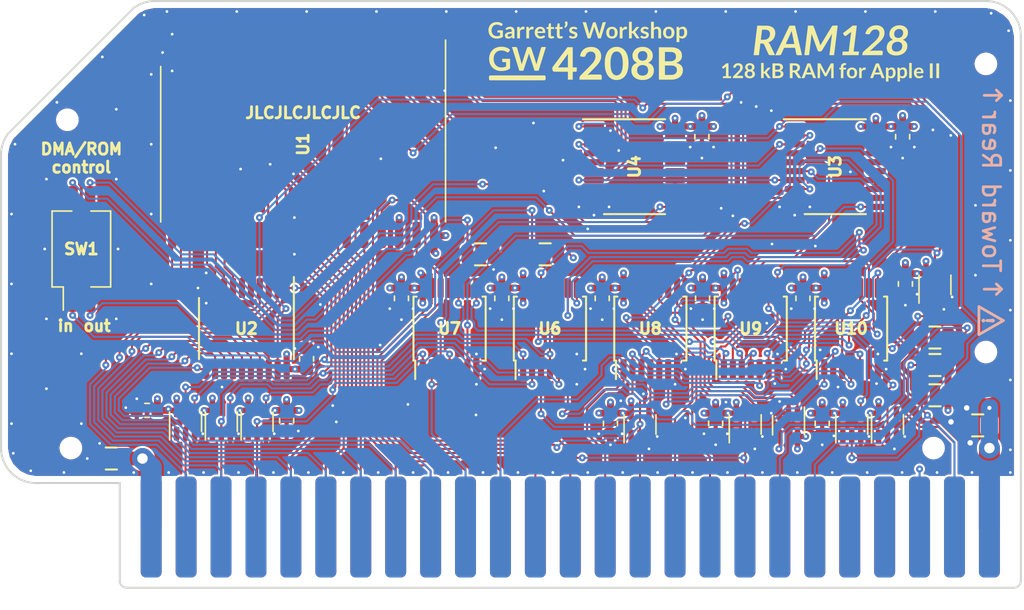
<source format=kicad_pcb>
(kicad_pcb (version 20211014) (generator pcbnew)
  (title_block (title "RAM128 (GW4208B)") (date "2021-02-24") (rev "1.0") (company "Garrett's Workshop"))
  (layers (0 "F.Cu" signal) (1 "In1.Cu" power) (2 "In2.Cu" signal) (31 "B.Cu" power) (34 "B.Paste" user) (35 "F.Paste" user) (36 "B.SilkS" user "B.Silkscreen") (37 "F.SilkS" user "F.Silkscreen") (38 "B.Mask" user) (39 "F.Mask" user) (44 "Edge.Cuts" user))
  (net 0 "")
  (net 1 "+5V")
  (net 2 "GND")
  (net 3 "/A4")
  (net 4 "/D7")
  (net 5 "/D6")
  (net 6 "/A8")
  (net 7 "/A7")
  (net 8 "/A6")
  (net 9 "/A5")
  (net 10 "/A3")
  (net 11 "/A2")
  (net 12 "/A1")
  (net 13 "/A0")
  (net 14 "/A9")
  (net 15 "/D1")
  (net 16 "/D5")
  (net 17 "/D0")
  (net 18 "/D2")
  (net 19 "/D3")
  (net 20 "/D4")
  (net 21 "/A10")
  (net 22 "+12V")
  (net 23 "-12V")
  (net 24 "-5V")
  (net 25 "/~{IOSEL}")
  (net 26 "/A11")
  (net 27 "/A12")
  (net 28 "/A13")
  (net 29 "/A14")
  (net 30 "/A15")
  (net 31 "/~{IOSTRB}")
  (net 32 "/RDY")
  (net 33 "/DMA")
  (net 34 "/~{NMI}")
  (net 35 "/~{IRQ}")
  (net 36 "/~{RES}")
  (net 37 "/~{INH}")
  (net 38 "/COLORREF")
  (net 39 "/7M")
  (net 40 "/Q3")
  (net 41 "/PHI1")
  (net 42 "/USER1")
  (net 43 "/PHI0")
  (net 44 "/~{DEVSEL}")
  (net 45 "/INTin")
  (net 46 "/DMAin")
  (net 47 "/VIDSYNC")
  (net 48 "/R~{CS}")
  (net 49 "/RA15")
  (net 50 "/RA16")
  (net 51 "/RA14")
  (net 52 "/RA12")
  (net 53 "/RD7")
  (net 54 "/RD6")
  (net 55 "/RD5")
  (net 56 "/RD4")
  (net 57 "/RD3")
  (net 58 "/RD2")
  (net 59 "/RD1")
  (net 60 "/RD0")
  (net 61 "/BankAB")
  (net 62 "/ENWR1")
  (net 63 "/ENRD")
  (net 64 "/ENWR")
  (net 65 "/ENWR1A0")
  (net 67 "/~{A0XOR1}")
  (net 68 "Net-(U10-Pad1)")
  (net 69 "Net-(U10-Pad2)")
  (net 70 "Net-(U10-Pad4)")
  (net 71 "Net-(U10-Pad5)")
  (net 72 "Net-(U10-Pad10)")
  (net 73 "Net-(U10-Pad9)")
  (net 74 "Net-(U10-Pad8)")
  (net 75 "/INHOE")
  (net 76 "Net-(U10-Pad11)")
  (net 85 "/~{A2}clk")
  (net 86 "/A2clk")
  (net 87 "/R~{W}")
  (net 88 "Net-(U19-Pad4)")
  (net 96 "/DMAout")
  (net 97 "Net-(U8-Pad11)")
  (net 98 "Net-(U9-Pad10)")
  (net 100 "Net-(R2-Pad1)")
  (net 101 "Net-(R4-Pad2)")
  (net 102 "Net-(U6-Pad11)")
  (net 103 "/RCS")
  (net 105 "/~{A1}")
  (net 106 "/~{A0}")
  (net 107 "/~{DMAout}")
  (net 108 "/~{A13}")
  (net 109 "/~{R}W")
  (net 110 "Net-(R5-Pad2)")
  (net 111 "/~{A2}")
  (footprint "stdpads:AppleIIBus_Edge" (layer "F.Cu") (at 106.68 135.382)
    (fp_text reference "J1" hide)
    (fp_text value "AppleIIBus")
  )
  (footprint "stdpads:C_0805" (layer "F.Cu") (at 136.31 127.889 180)
    (fp_text reference "C1")
    (fp_text value "10u")
  )
  (footprint "stdpads:Fiducial" (layer "F.Cu") (at 136.906 103.886 -90)
    (fp_text reference "FID3" hide)
    (fp_text value "Fiducial" hide)
  )
  (footprint "stdpads:PasteHole_1.152mm_NPTH" (layer "F.Cu") (at 70.358 129.54)
    (fp_text reference "H1")
    (fp_text value " " hide)
  )
  (footprint "stdpads:PasteHole_1.152mm_NPTH" (layer "F.Cu") (at 136.906 122.555 -90)
    (fp_text reference "H2")
    (fp_text value " " hide)
  )
  (footprint "stdpads:Fiducial" (layer "F.Cu") (at 136.906 124.841)
    (fp_text reference "FID4" hide)
    (fp_text value "Fiducial" hide)
  )
  (footprint "stdpads:C_0603" (layer "F.Cu") (at 109.6 127.75 -90)
    (fp_text reference "C4")
    (fp_text value "2u2")
  )
  (footprint "stdpads:R_0805" (layer "F.Cu") (at 133.2 123.5 180)
    (fp_text reference "R1")
    (fp_text value "3k3")
  )
  (footprint "stdpads:SOT-353" (layer "F.Cu") (at 122.55 127.85 90)
    (fp_text reference "U11")
    (fp_text value "74LVC1G126GW")
  )
  (footprint "stdpads:TSSOP-20_4.4x6.5mm_P0.65mm" (layer "F.Cu") (at 125.95 109.075 -90)
    (fp_text reference "U3")
    (fp_text value "74HCT273PW")
  )
  (footprint "stdpads:SOT-353" (layer "F.Cu") (at 127.15 127.85 -90)
    (fp_text reference "U19")
    (fp_text value "74AHCT1G04GW")
  )
  (footprint "stdpads:SOT-353" (layer "F.Cu") (at 78.7 127.65 -90)
    (fp_text reference "U13")
    (fp_text value "74AHCT1G04GW")
  )
  (footprint "stdpads:C_0603" (layer "F.Cu") (at 117.25 127.75 -90)
    (fp_text reference "C5")
    (fp_text value "2u2")
  )
  (footprint "stdpads:SOT-353" (layer "F.Cu") (at 111.75 127.85 -90)
    (fp_text reference "U15")
    (fp_text value "74AHCT1G04GW")
  )
  (footprint "stdpads:SOT-353" (layer "F.Cu") (at 119.4 127.85 -90)
    (fp_text reference "U16")
    (fp_text value "74AHCT1G04GW")
  )
  (footprint "stdpads:C_0603" (layer "F.Cu") (at 75.9 126.8 180)
    (fp_text reference "C2")
    (fp_text value "2u2")
  )
  (footprint "stdpads:SOT-353" (layer "F.Cu") (at 129.75 127.85 -90)
    (fp_text reference "U20")
    (fp_text value "74AHCT1G04GW")
  )
  (footprint "stdpads:TSSOP-14_4.4x5mm_P0.65mm" (layer "F.Cu") (at 97.9 120.85)
    (fp_text reference "U7")
    (fp_text value "74AHCT32PW")
  )
  (footprint "stdpads:TSSOP-14_4.4x5mm_P0.65mm" (layer "F.Cu") (at 127.1 120.85)
    (fp_text reference "U10")
    (fp_text value "74AHCT32PW")
  )
  (footprint "stdpads:C_0603" (layer "F.Cu") (at 116.3 118.65 -90)
    (fp_text reference "C11")
    (fp_text value "2u2")
  )
  (footprint "stdpads:TSSOP-14_4.4x5mm_P0.65mm" (layer "F.Cu") (at 119.8 120.85)
    (fp_text reference "U9")
    (fp_text value "74AHCT08PW")
  )
  (footprint "stdpads:C_0603" (layer "F.Cu") (at 94.4 118.65 -90)
    (fp_text reference "C8")
    (fp_text value "2u2")
  )
  (footprint "stdpads:TSSOP-14_4.4x5mm_P0.65mm" (layer "F.Cu") (at 112.5 120.85)
    (fp_text reference "U8")
    (fp_text value "74AHCT08PW")
  )
  (footprint "stdpads:C_0603" (layer "F.Cu") (at 101.7 118.65 -90)
    (fp_text reference "C9")
    (fp_text value "2u2")
  )
  (footprint "stdpads:TSSOP-14_4.4x5mm_P0.65mm" (layer "F.Cu") (at 105.2 120.85)
    (fp_text reference "U6")
    (fp_text value "74AHCT08PW")
  )
  (footprint "stdpads:C_0603" (layer "F.Cu") (at 123.6 118.65 -90)
    (fp_text reference "C12")
    (fp_text value "2u2")
  )
  (footprint "stdpads:C_0603" (layer "F.Cu") (at 109 118.65 -90)
    (fp_text reference "C10")
    (fp_text value "2u2")
  )
  (footprint "stdpads:C_0603" (layer "F.Cu") (at 125 127.75 -90)
    (fp_text reference "C6")
    (fp_text value "2u2")
  )
  (footprint "stdpads:SOP-32_450mil" (layer "F.Cu") (at 87.249 107.442 180)
    (fp_text reference "U1")
    (fp_text value "621024")
  )
  (footprint "stdpads:R_0805" (layer "F.Cu") (at 100.15 115.45)
    (fp_text reference "R2")
    (fp_text value "22k")
  )
  (footprint "stdpads:TSSOP-20_4.4x6.5mm_P0.65mm" (layer "F.Cu") (at 111.35 109.075 -90)
    (fp_text reference "U4")
    (fp_text value "74HCT273PW")
  )
  (footprint "stdpads:C_0603" (layer "F.Cu") (at 116.25 106.9 -90)
    (fp_text reference "C13")
    (fp_text value "2u2")
  )
  (footprint "stdpads:C_0603" (layer "F.Cu") (at 130.85 106.9 -90)
    (fp_text reference "C14")
    (fp_text value "2u2")
  )
  (footprint "stdpads:Fiducial" (layer "F.Cu") (at 67.818 129.54)
    (fp_text reference "FID1" hide)
    (fp_text value "Fiducial" hide)
  )
  (footprint "stdpads:Fiducial" (layer "F.Cu") (at 75.438 100.711 90)
    (fp_text reference "FID2" hide)
    (fp_text value "Fiducial" hide)
  )
  (footprint "stdpads:TSSOP-20_4.4x6.5mm_P0.65mm" (layer "F.Cu") (at 83.125 120.85 180)
    (fp_text reference "U2")
    (fp_text value "74HCT245PW")
  )
  (footprint "stdpads:C_0805" (layer "F.Cu") (at 73.3 130.3 180)
    (fp_text reference "C16")
    (fp_text value "10u")
  )
  (footprint "stdpads:SOT-353" (layer "F.Cu") (at 81.3 127.65 -90)
    (fp_text reference "U14")
    (fp_text value "74AHCT1G04GW")
  )
  (footprint "stdpads:SOT-353" (layer "F.Cu") (at 83.9 127.65 -90)
    (fp_text reference "U12")
    (fp_text value "74AHCT1G04GW")
  )
  (footprint "stdpads:C_0603" (layer "F.Cu") (at 86.05 127.55 -90)
    (fp_text reference "C3")
    (fp_text value "2u2")
  )
  (footprint "stdpads:C_0603" (layer "F.Cu") (at 87.5 123.05 90)
    (fp_text reference "C7")
    (fp_text value "2u2")
  )
  (footprint "stdpads:PasteHole_1.152mm_NPTH" (layer "F.Cu") (at 133.096 129.54)
    (fp_text reference "H5")
    (fp_text value " " hide)
  )
  (footprint "stdpads:SOT-353" (layer "F.Cu") (at 133.2 117.7 -90)
    (fp_text reference "U17")
    (fp_text value "74AHCT1G04GW")
  )
  (footprint "stdpads:C_0603" (layer "F.Cu") (at 131.05 117.6 -90)
    (fp_text reference "C15")
    (fp_text value "2u2")
  )
  (footprint "stdpads:R_0805" (layer "F.Cu") (at 133.2 125.7 180)
    (fp_text reference "R3")
    (fp_text value "10k")
  )
  (footprint "stdpads:R_0805" (layer "F.Cu") (at 104.85 115.45 180)
    (fp_text reference "R4")
    (fp_text value "22k")
  )
  (footprint "stdpads:PasteHole_1.152mm_NPTH" (layer "F.Cu") (at 136.906 101.6 -90)
    (fp_text reference "H3")
    (fp_text value " " hide)
  )
  (footprint "stdpads:R_0805" (layer "F.Cu") (at 133.2 121.5)
    (fp_text reference "R5")
    (fp_text value "33")
  )
  (footprint "stdpads:PasteHole_1.152mm_NPTH" (layer "F.Cu") (at 70.104 105.664 -90)
    (fp_text reference "H4")
    (fp_text value " " hide)
  )
  (footprint "stdpads:SW_DIP_SPSTx02_Slide_DSHP02TS_P1.27mm" (layer "F.Cu") (at 71.12 115.062)
    (fp_text reference "SW1")
    (fp_text value "DMA/ROM")
  )
  (footprint "LOGO" (layer "F.Cu") (at 107.95 100.838)
    (fp_text reference "G***" hide)
    (fp_text value "LOGO" hide)
  )
  (footprint "LOGO" (layer "F.Cu") (at 125.607883 100.652773)
    (fp_text reference "G***" hide)
    (fp_text value "LOGO" hide)
  )
  (gr_line (start 138.049 103.886) (end 137.668 104.267) (layer "B.SilkS") (width 0.2))
  (gr_line (start 138.176 120.269) (end 136.398 121.285) (layer "B.SilkS") (width 0.2))
  (gr_line (start 136.398 121.285) (end 136.398 119.253) (layer "B.SilkS") (width 0.2))
  (gr_line (start 138.049 117.983) (end 137.668 118.364) (layer "B.SilkS") (width 0.2))
  (gr_line (start 136.779 117.983) (end 138.049 117.983) (layer "B.SilkS") (width 0.2))
  (gr_line (start 138.049 103.886) (end 137.668 103.505) (layer "B.SilkS") (width 0.2))
  (gr_line (start 136.779 103.886) (end 138.049 103.886) (layer "B.SilkS") (width 0.2))
  (gr_line (start 138.049 117.983) (end 137.668 117.602) (layer "B.SilkS") (width 0.2))
  (gr_line (start 136.398 119.253) (end 138.176 120.269) (layer "B.SilkS") (width 0.2))
  (gr_line (start 138.938 139.7) (end 74.422 139.7) (layer "Edge.Cuts") (width 0.15))
  (gr_arc (start 74.422 139.7) (mid 74.06279 139.55121) (end 73.914 139.192) (layer "Edge.Cuts") (width 0.15))
  (gr_arc (start 139.446 139.192) (mid 139.29721 139.55121) (end 138.938 139.7) (layer "Edge.Cuts") (width 0.15))
  (gr_line (start 73.914 132.08) (end 73.914 139.192) (layer "Edge.Cuts") (width 0.15))
  (gr_line (start 139.446 132.08) (end 139.446 139.192) (layer "Edge.Cuts") (width 0.15))
  (gr_line (start 76.454 97.028) (end 136.906 97.028) (layer "Edge.Cuts") (width 0.15))
  (gr_arc (start 136.906 97.028) (mid 138.702051 97.771949) (end 139.446 99.568) (layer "Edge.Cuts") (width 0.15))
  (gr_line (start 139.446 99.568) (end 139.446 132.08) (layer "Edge.Cuts") (width 0.15))
  (gr_line (start 65.278 108.204) (end 65.278 129.54) (layer "Edge.Cuts") (width 0.15))
  (gr_line (start 67.818 132.08) (end 73.914 132.08) (layer "Edge.Cuts") (width 0.15))
  (gr_arc (start 74.93 97.536) (mid 75.650781 97.158344) (end 76.454 97.028) (layer "Edge.Cuts") (width 0.15))
  (gr_arc (start 67.818 132.08) (mid 66.021949 131.336051) (end 65.278 129.54) (layer "Edge.Cuts") (width 0.15))
  (gr_line (start 65.786001 106.679999) (end 74.93 97.536) (layer "Edge.Cuts") (width 0.15))
  (gr_arc (start 65.278 108.204) (mid 65.408345 107.400781) (end 65.786001 106.679999) (layer "Edge.Cuts") (width 0.15))
  (gr_text "Toward Rear" (at 137.287 110.871 270) (layer "B.SilkS") (effects (font (size 1.27 1.27) (thickness 0.2)) (justify mirror)))
  (gr_text "!" (at 137.033 120.269 270) (layer "B.SilkS") (effects (font (size 0.762 0.762) (thickness 0.1905)) (justify mirror)))
  (gr_text "in" (at 69.977 120.65) (layer "F.SilkS") (effects (font (size 0.8128 0.8128) (thickness 0.2032))))
  (gr_text "out" (at 72.263 120.65) (layer "F.SilkS") (effects (font (size 0.8128 0.8128) (thickness 0.2032))))
  (gr_text "JLCJLCJLCJLC" (at 87.249 105.156) (layer "F.SilkS") (effects (font (size 0.8128 0.8128) (thickness 0.2032))))
  (gr_text "DMA/ROM\ncontrol" (at 71.12 108.458) (layer "F.SilkS") (effects (font (size 0.8182 0.8128) (thickness 0.2032))))
  (segment (start 117.25 127) (end 118.15 127) (width 0.5) (layer "F.Cu") (net 1))
  (segment (start 117.25 127) (end 117.25 126.2) (width 0.5) (layer "F.Cu") (net 1))
  (segment (start 117.25 127) (end 116.4 127) (width 0.5) (layer "F.Cu") (net 1))
  (segment (start 103.25 117.9) (end 102.65 117.9) (width 0.45) (layer "F.Cu") (net 1))
  (segment (start 110.55 117.9) (end 110.55 116.8) (width 0.45) (layer "F.Cu") (net 1))
  (segment (start 110.55 117.9) (end 109.95 117.9) (width 0.45) (layer "F.Cu") (net 1))
  (segment (start 103.25 117.9) (end 103.25 119) (width 0.45) (layer "F.Cu") (net 1))
  (segment (start 110.55 117.9) (end 110.55 119) (width 0.45) (layer "F.Cu") (net 1))
  (segment (start 101.7 117.9) (end 102.65 117.9) (width 0.5) (layer "F.Cu") (net 1))
  (segment (start 101.7 117.9) (end 101.7 117.1) (width 0.5) (layer "F.Cu") (net 1))
  (segment (start 103.25 117.9) (end 103.25 116.8) (width 0.45) (layer "F.Cu") (net 1))
  (segment (start 101.7 117.9) (end 100.85 117.9) (width 0.5) (layer "F.Cu") (net 1))
  (segment (start 109 117.9) (end 108.15 117.9) (width 0.5) (layer "F.Cu") (net 1))
  (segment (start 109 117.9) (end 109 117.1) (width 0.5) (layer "F.Cu") (net 1))
  (segment (start 109 117.9) (end 109.95 117.9) (width 0.5) (layer "F.Cu") (net 1))
  (segment (start 95.95 117.9) (end 95.95 119) (width 0.45) (layer "F.Cu") (net 1))
  (segment (start 94.4 117.9) (end 94.4 117.1) (width 0.5) (layer "F.Cu") (net 1))
  (segment (start 94.4 117.9) (end 93.55 117.9) (width 0.5) (layer "F.Cu") (net 1))
  (segment (start 94.4 117.9) (end 95.35 117.9) (width 0.5) (layer "F.Cu") (net 1))
  (segment (start 117.85 117.9) (end 117.85 116.8) (width 0.45) (layer "F.Cu") (net 1))
  (segment (start 116.3 117.9) (end 116.3 117.1) (width 0.5) (layer "F.Cu") (net 1))
  (segment (start 123.6 117.9) (end 124.55 117.9) (width 0.5) (layer "F.Cu") (net 1))
  (segment (start 116.3 117.9) (end 115.45 117.9) (width 0.5) (layer "F.Cu") (net 1))
  (segment (start 95.95 117.9) (end 95.35 117.9) (width 0.45) (layer "F.Cu") (net 1))
  (segment (start 116.3 117.9) (end 117.25 117.9) (width 0.5) (layer "F.Cu") (net 1))
  (segment (start 117.85 117.9) (end 117.85 119) (width 0.45) (layer "F.Cu") (net 1))
  (segment (start 125.15 117.9) (end 124.55 117.9) (width 0.45) (layer "F.Cu") (net 1))
  (segment (start 125.15 117.9) (end 125.15 116.8) (width 0.45) (layer "F.Cu") (net 1))
  (segment (start 117.85 117.9) (end 117.25 117.9) (width 0.45) (layer "F.Cu") (net 1))
  (segment (start 123.6 117.9) (end 123.6 117.1) (width 0.5) (layer "F.Cu") (net 1))
  (segment (start 123.6 117.9) (end 122.75 117.9) (width 0.5) (layer "F.Cu") (net 1))
  (segment (start 125.15 117.9) (end 125.15 119) (width 0.45) (layer "F.Cu") (net 1))
  (segment (start 97.627 114.077) (end 97.612 114.092) (width 0.5) (layer "F.Cu") (net 1))
  (segment (start 97.612 114.092) (end 96.774 114.092) (width 0.5) (layer "F.Cu") (net 1))
  (segment (start 94.234 114.092) (end 94.234 112.776) (width 0.5) (layer "F.Cu") (net 1))
  (segment (start 96.774 114.092) (end 96.774 112.776) (width 0.5) (layer "F.Cu") (net 1))
  (segment (start 114.3 106.15) (end 115.4 106.15) (width 0.45) (layer "F.Cu") (net 1))
  (segment (start 116.25 106.15) (end 116.25 105.35) (width 0.5) (layer "F.Cu") (net 1))
  (segment (start 114.3 106.15) (end 113.2 106.15) (width 0.45) (layer "F.Cu") (net 1))
  (segment (start 116.25 106.15) (end 115.4 106.15) (width 0.5) (layer "F.Cu") (net 1))
  (segment (start 114.3 106.15) (end 114.3 105.55) (width 0.45) (layer "F.Cu") (net 1))
  (segment (start 116.25 106.15) (end 117.1 106.15) (width 0.5) (layer "F.Cu") (net 1))
  (segment (start 130.85 106.15) (end 131.7 106.15) (width 0.5) (layer "F.Cu") (net 1))
  (segment (start 128.9 106.15) (end 128.9 105.55) (width 0.45) (layer "F.Cu") (net 1))
  (segment (start 130.85 106.15) (end 130 106.15) (width 0.5) (layer "F.Cu") (net 1))
  (segment (start 128.9 106.15) (end 127.8 106.15) (width 0.45) (layer "F.Cu") (net 1))
  (segment (start 130.85 106.15) (end 130.85 105.35) (width 0.5) (layer "F.Cu") (net 1))
  (segment (start 128.9 106.15) (end 130 106.15) (width 0.45) (layer "F.Cu") (net 1))
  (segment (start 86.05 123.8) (end 86.05 122.7) (width 0.45) (layer "F.Cu") (net 1))
  (segment (start 86.05 123.8) (end 86.65 123.8) (width 0.45) (layer "F.Cu") (net 1))
  (segment (start 86.05 126.8) (end 85.2 126.8) (width 0.5) (layer "F.Cu") (net 1))
  (segment (start 86.05 126.8) (end 86.05 126) (width 0.5) (layer "F.Cu") (net 1))
  (segment (start 86.05 126.8) (end 86.95 126.8) (width 0.5) (layer "F.Cu") (net 1))
  (segment (start 83.25 126.8) (end 82.65 126.8) (width 0.4) (layer "F.Cu") (net 1))
  (segment (start 80.65 126.8) (end 80.05 126.8) (width 0.4) (layer "F.Cu") (net 1))
  (segment (start 80.65 126.8) (end 80.65 125.9) (width 0.4) (layer "F.Cu") (net 1))
  (segment (start 109.6 127) (end 110.5 127) (width 0.5) (layer "F.Cu") (net 1))
  (segment (start 83.25 126.8) (end 83.25 125.9) (width 0.4) (layer "F.Cu") (net 1))
  (segment (start 95.95 116.95) (end 95.95 117.9) (width 0.45) (layer "F.Cu") (net 1))
  (segment (start 131.05 116.85) (end 131.05 116.05) (width 0.5) (layer "F.Cu") (net 1))
  (segment (start 96.774 115.2525) (end 96.774 114.092) (width 0.5) (layer "F.Cu") (net 1))
  (segment (start 125 127) (end 124.15 127) (width 0.5) (layer "F.Cu") (net 1))
  (segment (start 111.1 127) (end 110.5 127) (width 0.4) (layer "F.Cu") (net 1))
  (segment (start 125 127) (end 125 126.2) (width 0.5) (layer "F.Cu") (net 1))
  (segment (start 137.16 135.382) (end 137.16 129.54) (width 1.524) (layer "F.Cu") (net 1))
  (segment (start 129.1 127) (end 128.5 127) (width 0.4) (layer "F.Cu") (net 1))
  (segment (start 76.65 126.8) (end 76.65 125.95) (width 0.5) (layer "F.Cu") (net 1))
  (segment (start 118.75 127) (end 118.75 126.2) (width 0.4) (layer "F.Cu") (net 1))
  (segment (start 125 127) (end 125.9 127) (width 0.5) (layer "F.Cu") (net 1))
  (segment (start 109.6 127) (end 109.6 126.2) (width 0.5) (layer "F.Cu") (net 1))
  (segment (start 78.05 126.8) (end 77.55 126.8) (width 0.4) (layer "F.Cu") (net 1))
  (segment (start 123.2 128.7) (end 123.2 129.6) (width 0.4) (layer "F.Cu") (net 1))
  (segment (start 132.55 116.85) (end 131.9 116.85) (width 0.4) (layer "F.Cu") (net 1))
  (segment (start 111.1 127) (end 111.1 126.1) (width 0.4) (layer "F.Cu") (net 1))
  (segment (start 95.8 116.8) (end 95.95 116.95) (width 0.45) (layer "F.Cu") (net 1))
  (segment (start 87.5 123.8) (end 86.65 123.8) (width 0.5) (layer "F.Cu") (net 1))
  (segment (start 137.16 127.889) (end 137.16 126.619) (width 0.762) (layer "F.Cu") (net 1))
  (segment (start 134.15 125.7) (end 134.15 126.8) (width 0.5) (layer "F.Cu") (net 1))
  (segment (start 123.2 128.7) (end 123.8 128.7) (width 0.4) (layer "F.Cu") (net 1))
  (segment (start 77.55 126.8) (end 77.45 126.7) (width 0.4) (layer "F.Cu") (net 1))
  (segment (start 109.6 127) (end 108.75 127) (width 0.5) (layer "F.Cu") (net 1))
  (segment (start 131.05 116.85) (end 131.9 116.85) (width 0.5) (layer "F.Cu") (net 1))
  (segment (start 132.55 116.85) (end 132.55 115.95) (width 0.4) (layer "F.Cu") (net 1))
  (segment (start 129.1 127) (end 129.1 126.15) (width 0.4) (layer "F.Cu") (net 1))
  (segment (start 77.35 126.8) (end 77.45 126.7) (width 0.5) (layer "F.Cu") (net 1))
  (segment (start 137.16 127.889) (end 137.16 129.54) (width 0.762) (layer "F.Cu") (net 1))
  (segment (start 134.15 123.5) (end 134.15 125.7) (width 0.5) (layer "F.Cu") (net 1))
  (segment (start 118.75 127) (end 118.15 127) (width 0.4) (layer "F.Cu") (net 1))
  (segment (start 106.65 115.45) (end 105.8 115.45) (width 0.15) (layer "F.Cu") (net 1))
  (segment (start 76.65 126.8) (end 77.35 126.8) (width 0.5) (layer "F.Cu") (net 1))
  (segment (start 126.5 127) (end 125.9 127) (width 0.4) (layer "F.Cu") (net 1))
  (segment (start 96.901 115.3795) (end 96.774 115.2525) (width 0.5) (layer "F.Cu") (net 1))
  (segment (start 78.05 126.8) (end 78.05 125.9) (width 0.4) (layer "F.Cu") (net 1))
  (segment (start 126.5 127) (end 126.5 126.2) (width 0.4) (layer "F.Cu") (net 1))
  (segment (start 106.9 115.7) (end 106.65 115.45) (width 0.15) (layer "F.Cu") (net 1))
  (via (at 116.4 127) (size 0.5) (drill 0.2) (layers "F.Cu" "B.Cu") (net 1))
  (via (at 117.25 126.2) (size 0.5) (drill 0.2) (layers "F.Cu" "B.Cu") (net 1))
  (via (at 109 117.1) (size 0.5) (drill 0.2) (layers "F.Cu" "B.Cu") (net 1))
  (via (at 108.15 117.9) (size 0.5) (drill 0.2) (layers "F.Cu" "B.Cu") (net 1))
  (via (at 109.95 117.9) (size 0.5) (drill 0.2) (layers "F.Cu" "B.Cu") (net 1))
  (via (at 103.25 119) (size 0.5) (drill 0.2) (layers "F.Cu" "B.Cu") (net 1))
  (via (at 103.25 116.8) (size 0.5) (drill 0.2) (layers "F.Cu" "B.Cu") (net 1))
  (via (at 101.7 117.1) (size 0.5) (drill 0.2) (layers "F.Cu" "B.Cu") (net 1))
  (via (at 110.55 119) (size 0.5) (drill 0.2) (layers "F.Cu" "B.Cu") (net 1))
  (via (at 100.85 117.9) (size 0.5) (drill 0.2) (layers "F.Cu" "B.Cu") (net 1))
  (via (at 110.55 116.8) (size 0.5) (drill 0.2) (layers "F.Cu" "B.Cu") (net 1))
  (via (at 102.65 117.9) (size 0.5) (drill 0.2) (layers "F.Cu" "B.Cu") (net 1))
  (via (at 95.95 119) (size 0.5) (drill 0.2) (layers "F.Cu" "B.Cu") (net 1))
  (via (at 94.4 117.1) (size 0.5) (drill 0.2) (layers "F.Cu" "B.Cu") (net 1))
  (via (at 125.15 116.8) (size 0.5) (drill 0.2) (layers "F.Cu" "B.Cu") (net 1))
  (via (at 115.45 117.9) (size 0.5) (drill 0.2) (layers "F.Cu" "B.Cu") (net 1))
  (via (at 123.6 117.1) (size 0.5) (drill 0.2) (layers "F.Cu" "B.Cu") (net 1))
  (via (at 116.3 117.1) (size 0.5) (drill 0.2) (layers "F.Cu" "B.Cu") (net 1))
  (via (at 93.55 117.9) (size 0.5) (drill 0.2) (layers "F.Cu" "B.Cu") (net 1))
  (via (at 95.35 117.9) (size 0.5) (drill 0.2) (layers "F.Cu" "B.Cu") (net 1))
  (via (at 117.85 119) (size 0.5) (drill 0.2) (layers "F.Cu" "B.Cu") (net 1))
  (via (at 117.85 116.8) (size 0.5) (drill 0.2) (layers "F.Cu" "B.Cu") (net 1))
  (via (at 117.25 117.9) (size 0.5) (drill 0.2) (layers "F.Cu" "B.Cu") (net 1))
  (via (at 125.15 119) (size 0.5) (drill 0.2) (layers "F.Cu" "B.Cu") (net 1))
  (via (at 122.75 117.9) (size 0.5) (drill 0.2) (layers "F.Cu" "B.Cu") (net 1))
  (via (at 124.55 117.9) (size 0.5) (drill 0.2) (layers "F.Cu" "B.Cu") (net 1))
  (via (at 97.627 114.077) (size 0.5) (drill 0.2) (layers "F.Cu" "B.Cu") (net 1))
  (via (at 94.234 112.776) (size 0.5) (drill 0.2) (layers "F.Cu" "B.Cu") (net 1))
  (via (at 96.774 112.776) (size 0.5) (drill 0.2) (layers "F.Cu" "B.Cu") (net 1))
  (via (at 115.4 106.15) (size 0.5) (drill 0.2) (layers "F.Cu" "B.Cu") (net 1))
  (via (at 116.25 105.35) (size 0.5) (drill 0.2) (layers "F.Cu" "B.Cu") (net 1))
  (via (at 113.2 106.15) (size 0.5) (drill 0.2) (layers "F.Cu" "B.Cu") (net 1))
  (via (at 117.1 106.15) (size 0.5) (drill 0.2) (layers "F.Cu" "B.Cu") (net 1))
  (via (at 114.3 105.55) (size 0.5) (drill 0.2) (layers "F.Cu" "B.Cu") (net 1))
  (via (at 128.9 105.55) (size 0.5) (drill 0.2) (layers "F.Cu" "B.Cu") (net 1))
  (via (at 131.7 106.15) (size 0.5) (drill 0.2) (layers "F.Cu" "B.Cu") (net 1))
  (via (at 127.8 106.15) (size 0.5) (drill 0.2) (layers "F.Cu" "B.Cu") (net 1))
  (via (at 130.85 105.35) (size 0.5) (drill 0.2) (layers "F.Cu" "B.Cu") (net 1))
  (via (at 130 106.15) (size 0.5) (drill 0.2) (layers "F.Cu" "B.Cu") (net 1))
  (via (at 86.05 122.7) (size 0.5) (drill 0.2) (layers "F.Cu" "B.Cu") (net 1))
  (via (at 86.65 123.8) (size 0.5) (drill 0.2) (layers "F.Cu" "B.Cu") (net 1))
  (via (at 85.2 126.8) (size 0.5) (drill 0.2) (layers "F.Cu" "B.Cu") (net 1))
  (via (at 86.95 126.8) (size 0.5) (drill 0.2) (layers "F.Cu" "B.Cu") (net 1))
  (via (at 86.05 126) (size 0.5) (drill 0.2) (layers "F.Cu" "B.Cu") (net 1))
  (via (at 80.05 126.8) (size 0.5) (drill 0.2) (layers "F.Cu" "B.Cu") (net 1))
  (via (at 80.65 125.9) (size 0.5) (drill 0.2) (layers "F.Cu" "B.Cu") (net 1))
  (via (at 82.65 126.8) (size 0.5) (drill 0.2) (layers "F.Cu" "B.Cu") (net 1))
  (via (at 126.5 126.2) (size 0.5) (drill 0.2) (layers "F.Cu" "B.Cu") (net 1))
  (via (at 76.65 125.95) (size 0.5) (drill 0.2) (layers "F.Cu" "B.Cu") (net 1))
  (via (at 123.8 128.7) (size 0.5) (drill 0.2) (layers "F.Cu" "B.Cu") (net 1))
  (via (at 137.16 126.619) (size 0.6) (drill 0.3) (layers "F.Cu" "B.Cu") (net 1))
  (via (at 83.25 125.9) (size 0.5) (drill 0.2) (layers "F.Cu" "B.Cu") (net 1))
  (via (at 106.9 115.7) (size 0.5) (drill 0.2) (layers "F.Cu" "B.Cu") (net 1))
  (via (at 95.8 116.8) (size 0.5) (drill 0.2) (layers "F.Cu" "B.Cu") (net 1))
  (via (at 125 126.2) (size 0.5) (drill 0.2) (layers "F.Cu" "B.Cu") (net 1))
  (via (at 108.75 127) (size 0.5) (drill 0.2) (layers "F.Cu" "B.Cu") (net 1))
  (via (at 118.75 126.2) (size 0.5) (drill 0.2) (layers "F.Cu" "B.Cu") (net 1))
  (via (at 111.1 126.1) (size 0.5) (drill 0.2) (layers "F.Cu" "B.Cu") (net 1))
  (via (at 134.15 126.8) (size 0.5) (drill 0.2) (layers "F.Cu" "B.Cu") (net 1))
  (via (at 109.6 126.2) (size 0.5) (drill 0.2) (layers "F.Cu" "B.Cu") (net 1))
  (via (at 124.15 127) (size 0.5) (drill 0.2) (layers "F.Cu" "B.Cu") (net 1))
  (via (at 131.9 116.85) (size 0.5) (drill 0.2) (layers "F.Cu" "B.Cu") (net 1))
  (via (at 123.2 129.6) (size 0.5) (drill 0.2) (layers "F.Cu" "B.Cu") (net 1))
  (via (at 128.5 127) (size 0.5) (drill 0.2) (layers "F.Cu" "B.Cu") (net 1))
  (via (at 96.901 115.3795) (size 0.5) (drill 0.2) (layers "F.Cu" "B.Cu") (net 1))
  (via (at 129.1 126.15) (size 0.5) (drill 0.2) (layers "F.Cu" "B.Cu") (net 1))
  (via (at 110.5 127) (size 0.5) (drill 0.2) (layers "F.Cu" "B.Cu") (net 1))
  (via (at 131.05 116.05) (size 0.5) (drill 0.2) (layers "F.Cu" "B.Cu") (net 1))
  (via (at 118.15 127) (size 0.5) (drill 0.2) (layers "F.Cu" "B.Cu") (net 1))
  (via (at 132.55 115.95) (size 0.5) (drill 0.2) (layers "F.Cu" "B.Cu") (net 1))
  (via (at 137.16 129.54) (size 1.524) (drill 0.762) (layers "F.Cu" "B.Cu") (net 1))
  (via (at 77.45 126.7) (size 0.5) (drill 0.2) (layers "F.Cu" "B.Cu") (net 1))
  (via (at 125.9 127) (size 0.5) (drill 0.2) (layers "F.Cu" "B.Cu") (net 1))
  (via (at 78.05 125.9) (size 0.5) (drill 0.2) (layers "F.Cu" "B.Cu") (net 1))
  (segment (start 137.16 126.619) (end 137.287 126.492) (width 1.016) (layer "B.Cu") (net 1))
  (segment (start 137.16 129.54) (end 137.16 126.619) (width 1.27) (layer "B.Cu") (net 1))
  (segment (start 123 112) (end 121.9 112) (width 0.45) (layer "F.Cu") (net 2))
  (segment (start 123 112) (end 123 112.6) (width 0.45) (layer "F.Cu") (net 2))
  (segment (start 123 112) (end 124.1 112) (width 0.45) (layer "F.Cu") (net 2))
  (segment (start 117.25 128.5) (end 118.1 128.5) (width 0.5) (layer "F.Cu") (net 2))
  (segment (start 117.25 128.5) (end 116.4 128.5) (width 0.5) (layer "F.Cu") (net 2))
  (segment (start 117.25 128.5) (end 117.25 129.3) (width 0.5) (layer "F.Cu") (net 2))
  (segment (start 75.15 126.8) (end 75.15 125.95) (width 0.5) (layer "F.Cu") (net 2))
  (segment (start 107.15 123.8) (end 107.15 122.7) (width 0.45) (layer "F.Cu") (net 2))
  (segment (start 107.15 123.8) (end 107.15 124.9) (width 0.45) (layer "F.Cu") (net 2))
  (segment (start 107.15 123.8) (end 107.75 123.8) (width 0.45) (layer "F.Cu") (net 2))
  (segment (start 94.4 119.4) (end 93.55 119.4) (width 0.5) (layer "F.Cu") (net 2))
  (segment (start 94.4 119.4) (end 94.4 120.2) (width 0.5) (layer "F.Cu") (net 2))
  (segment (start 99.85 123.8) (end 100.45 123.8) (width 0.45) (layer "F.Cu") (net 2))
  (segment (start 94.4 119.4) (end 95.25 119.4) (width 0.5) (layer "F.Cu") (net 2))
  (segment (start 99.85 123.8) (end 99.85 122.7) (width 0.45) (layer "F.Cu") (net 2))
  (segment (start 99.85 123.8) (end 99.85 124.9) (width 0.45) (layer "F.Cu") (net 2))
  (segment (start 116.3 119.4) (end 115.45 119.4) (width 0.5) (layer "F.Cu") (net 2))
  (segment (start 129.05 123.8) (end 129.05 122.7) (width 0.45) (layer "F.Cu") (net 2))
  (segment (start 123.6 119.4) (end 124.45 119.4) (width 0.5) (layer "F.Cu") (net 2))
  (segment (start 129.05 123.8) (end 129.65 123.8) (width 0.45) (layer "F.Cu") (net 2))
  (segment (start 123.6 119.4) (end 122.75 119.4) (width 0.5) (layer "F.Cu") (net 2))
  (segment (start 116.3 119.4) (end 116.3 120.2) (width 0.5) (layer "F.Cu") (net 2))
  (segment (start 121.75 123.8) (end 122.35 123.8) (width 0.45) (layer "F.Cu") (net 2))
  (segment (start 116.3 119.4) (end 117.15 119.4) (width 0.5) (layer "F.Cu") (net 2))
  (segment (start 121.75 123.8) (end 121.75 122.7) (width 0.45) (layer "F.Cu") (net 2))
  (segment (start 109 119.4) (end 108.15 119.4) (width 0.5) (layer "F.Cu") (net 2))
  (segment (start 109 119.4) (end 109 120.2) (width 0.5) (layer "F.Cu") (net 2))
  (segment (start 109 119.4) (end 109.85 119.4) (width 0.5) (layer "F.Cu") (net 2))
  (segment (start 101.7 119.4) (end 101.7 120.2) (width 0.5) (layer "F.Cu") (net 2))
  (segment (start 101.7 119.4) (end 102.55 119.4) (width 0.5) (layer "F.Cu") (net 2))
  (segment (start 101.7 119.4) (end 100.85 119.4) (width 0.5) (layer "F.Cu") (net 2))
  (segment (start 77.724 100.792) (end 77.724 102.108) (width 0.5) (layer "F.Cu") (net 2))
  (segment (start 77.724 100.792) (end 77.043 100.792) (width 0.5) (layer "F.Cu") (net 2))
  (segment (start 77.043 100.792) (end 77.0255 100.7745) (width 0.5) (layer "F.Cu") (net 2))
  (segment (start 77.724 100.792) (end 77.724 99.441) (width 0.5) (layer "F.Cu") (net 2))
  (segment (start 86.614 114.092) (end 86.614 112.776) (width 0.5) (layer "F.Cu") (net 2))
  (segment (start 86.614 114.092) (end 86.614 115.443) (width 0.5) (layer "F.Cu") (net 2))
  (segment (start 108.4 112) (end 109.5 112) (width 0.45) (layer "F.Cu") (net 2))
  (segment (start 108.4 112) (end 107.3 112) (width 0.45) (layer "F.Cu") (net 2))
  (segment (start 108.4 112) (end 108.4 112.6) (width 0.45) (layer "F.Cu") (net 2))
  (segment (start 116.25 107.65) (end 116.25 108.45) (width 0.5) (layer "F.Cu") (net 2))
  (segment (start 116.25 107.65) (end 117.1 107.65) (width 0.5) (layer "F.Cu") (net 2))
  (segment (start 116.25 107.65) (end 115.4 107.65) (width 0.5) (layer "F.Cu") (net 2))
  (segment (start 130.85 107.65) (end 130 107.65) (width 0.5) (layer "F.Cu") (net 2))
  (segment (start 130.85 107.65) (end 131.7 107.65) (width 0.5) (layer "F.Cu") (net 2))
  (segment (start 130.85 107.65) (end 130.85 108.45) (width 0.5) (layer "F.Cu") (net 2))
  (segment (start 80.2 117.9) (end 80.2 119) (width 0.45) (layer "F.Cu") (net 2))
  (segment (start 80.2 117.9) (end 79.6 117.9) (width 0.45) (layer "F.Cu") (net 2))
  (segment (start 80.2 117.9) (end 80.2 116.8) (width 0.45) (layer "F.Cu") (net 2))
  (segment (start 85.35 128.3) (end 85.15 128.5) (width 0.5) (layer "F.Cu") (net 2))
  (segment (start 86.05 128.3) (end 85.35 128.3) (width 0.5) (layer "F.Cu") (net 2))
  (segment (start 86.05 128.3) (end 86.9 128.3) (width 0.5) (layer "F.Cu") (net 2))
  (segment (start 81.95 128.5) (end 82.55 128.5) (width 0.4) (layer "F.Cu") (net 2))
  (segment (start 84.55 128.5) (end 85.15 128.5) (width 0.4) (layer "F.Cu") (net 2))
  (segment (start 109.6 128.5) (end 108.75 128.5) (width 0.5) (layer "F.Cu") (net 2))
  (segment (start 121.75 124.65) (end 121.75 123.8) (width 0.45) (layer "F.Cu") (net 2))
  (segment (start 130.25 129.6) (end 130.4 129.45) (width 0.4) (layer "F.Cu") (net 2))
  (segment (start 79.35 128.5) (end 79.95 128.5) (width 0.4) (layer "F.Cu") (net 2))
  (segment (start 120.05 128.7) (end 120.05 129.55) (width 0.4) (layer "F.Cu") (net 2))
  (segment (start 135.46 126.668) (end 135.509 126.619) (width 0.762) (layer "F.Cu") (net 2))
  (segment (start 114.45 122.75) (end 114.4 122.7) (width 0.45) (layer "F.Cu") (net 2))
  (segment (start 129.05 124.75) (end 129.05 123.8) (width 0.45) (layer "F.Cu") (net 2))
  (segment (start 133.85 118.55) (end 133.85 119.45) (width 0.4) (layer "F.Cu") (net 2))
  (segment (start 72.45 130.3) (end 71.55 130.3) (width 0.5) (layer "F.Cu") (net 2))
  (segment (start 109.6 128.5) (end 109.6 129.3) (width 0.5) (layer "F.Cu") (net 2))
  (segment (start 127.8 128.7) (end 128.4 128.7) (width 0.4) (layer "F.Cu") (net 2))
  (segment (start 87.5 122.3) (end 86.65 122.3) (width 0.5) (layer "F.Cu") (net 2))
  (segment (start 74.35 126.8) (end 75.15 126.8) (width 0.5) (layer "F.Cu") (net 2))
  (segment (start 131.05 118.35) (end 131.05 119.15) (width 0.5) (layer "F.Cu") (net 2))
  (segment (start 74.35 126.6) (end 74.35 126.8) (width 0.5) (layer "F.Cu") (net 2))
  (segment (start 125 128.5) (end 124.375 128.5) (width 0.4) (layer "F.Cu") (net 2))
  (segment (start 125 128.5) (end 125 129.3) (width 0.5) (layer "F.Cu") (net 2))
  (segment (start 135.763 129.159) (end 135.46 128.856) (width 0.762) (layer "F.Cu") (net 2))
  (segment (start 125.7 128.5) (end 125.85 128.65) (width 0.5) (layer "F.Cu") (net 2))
  (segment (start 88.25 122.3) (end 87.5 122.3) (width 0.5) (layer "F.Cu") (net 2))
  (segment (start 135.46 128.856) (end 135.46 127.889) (width 0.762) (layer "F.Cu") (net 2))
  (segment (start 121.9 127) (end 121.9 126.15) (width 0.4) (layer "F.Cu") (net 2))
  (segment (start 125 128.5) (end 125.7 128.5) (width 0.5) (layer "F.Cu") (net 2))
  (segment (start 101.1 115.45) (end 101.1 116.55) (width 0.15) (layer "F.Cu") (net 2))
  (segment (start 114.45 124.75) (end 114.3 124.9) (width 0.45) (layer "F.Cu") (net 2))
  (segment (start 114.45 123.8) (end 114.45 122.75) (width 0.45) (layer "F.Cu") (net 2))
  (segment (start 130.4 128.7) (end 131 128.7) (width 0.4) (layer "F.Cu") (net 2))
  (segment (start 72.45 130.3) (end 72.45 129.2) (width 0.5) (layer "F.Cu") (net 2))
  (segment (start 120.05 129.55) (end 120.1 129.6) (width 0.4) (layer "F.Cu") (net 2))
  (segment (start 128.95 124.85) (end 129.05 124.75) (width 0.45) (layer "F.Cu") (net 2))
  (segment (start 114.45 123.8) (end 114.45 124.75) (width 0.45) (layer "F.Cu") (net 2))
  (segment (start 121.55 124.85) (end 121.75 124.65) (width 0.45) (layer "F.Cu") (net 2))
  (segment (start 88.35 122.2) (end 88.25 122.3) (width 0.5) (layer "F.Cu") (net 2))
  (segment (start 135.46 127.889) (end 135.46 126.668) (width 0.762) (layer "F.Cu") (net 2))
  (segment (start 120.05 128.7) (end 120.65 128.7) (width 0.4) (layer "F.Cu") (net 2))
  (segment (start 131.05 118.35) (end 131.9 118.35) (width 0.5) (layer "F.Cu") (net 2))
  (segment (start 112.4 128.7) (end 113 128.7) (width 0.4) (layer "F.Cu") (net 2))
  (segment (start 121.9 127) (end 121.3 127) (width 0.4) (layer "F.Cu") (net 2))
  (segment (start 130.4 129.45) (end 130.4 128.7) (width 0.4) (layer "F.Cu") (net 2))
  (segment (start 134.62 127.889) (end 134.366 127.635) (width 0.762) (layer "F.Cu") (net 2))
  (segment (start 112.4 128.7) (end 112.4 129.6) (width 0.4) (layer "F.Cu") (net 2))
  (segment (start 133.85 118.55) (end 134.45 118.55) (width 0.4) (layer "F.Cu") (net 2))
  (segment (start 115.05 123.8) (end 114.45 123.8) (width 0.45) (layer "F.Cu") (net 2))
  (segment (start 109.6 128.5) (end 110.45 128.5) (width 0.5) (layer "F.Cu") (net 2))
  (segment (start 135.46 127.889) (end 134.62 127.889) (width 0.762) (layer "F.Cu") (net 2))
  (via (at 87.63 131.318) (size 0.5) (drill 0.2) (layers "F.Cu" "B.Cu") (net 2))
  (via (at 97.79 131.318) (size 0.5) (drill 0.2) (layers "F.Cu" "B.Cu") (net 2))
  (via locked (at 107.95 131.318) (size 0.5) (drill 0.2) (layers "F.Cu" "B.Cu") (net 2))
  (via locked (at 105.41 131.318) (size 0.5) (drill 0.2) (layers "F.Cu" "B.Cu") (net 2))
  (via locked (at 110.49 131.318) (size 0.5) (drill 0.2) (layers "F.Cu" "B.Cu") (net 2))
  (via locked (at 113.03 131.318) (size 0.5) (drill 0.2) (layers "F.Cu" "B.Cu") (net 2))
  (via locked (at 115.57 131.318) (size 0.5) (drill 0.2) (layers "F.Cu" "B.Cu") (net 2))
  (via locked (at 118.11 131.318) (size 0.5) (drill 0.2) (layers "F.Cu" "B.Cu") (net 2))
  (via (at 100.33 131.318) (size 0.5) (drill 0.2) (layers "F.Cu" "B.Cu") (net 2))
  (via (at 95.25 131.318) (size 0.5) (drill 0.2) (layers "F.Cu" "B.Cu") (net 2))
  (via (at 92.71 131.318) (size 0.5) (drill 0.2) (layers "F.Cu" "B.Cu") (net 2))
  (via (at 90.17 131.318) (size 0.5) (drill 0.2) (layers "F.Cu" "B.Cu") (net 2))
  (via (at 80.01 131.318) (size 0.5) (drill 0.2) (layers "F.Cu" "B.Cu") (net 2))
  (via (at 82.55 131.318) (size 0.5) (drill 0.2) (layers "F.Cu" "B.Cu") (net 2))
  (via locked (at 102.87 131.318) (size 0.5) (drill 0.2) (layers "F.Cu" "B.Cu") (net 2))
  (via (at 123.19 131.318) (size 0.5) (drill 0.2) (layers "F.Cu" "B.Cu") (net 2))
  (via (at 135.89 131.318) (size 0.5) (drill 0.2) (layers "F.Cu" "B.Cu") (net 2))
  (via (at 133.35 131.318) (size 0.5) (drill 0.2) (layers "F.Cu" "B.Cu") (net 2))
  (via (at 130.81 131.318) (size 0.5) (drill 0.2) (layers "F.Cu" "B.Cu") (net 2))
  (via (at 128.27 131.318) (size 0.5) (drill 0.2) (layers "F.Cu" "B.Cu") (net 2))
  (via (at 125.73 131.318) (size 0.5) (drill 0.2) (layers "F.Cu" "B.Cu") (net 2))
  (via (at 120.65 131.318) (size 0.5) (drill 0.2) (layers "F.Cu" "B.Cu") (net 2))
  (via (at 138.684 131.318) (size 0.5) (drill 0.2) (layers "F.Cu" "B.Cu") (net 2))
  (via locked (at 133.223 97.79) (size 0.5) (drill 0.2) (layers "F.Cu" "B.Cu") (net 2))
  (via locked (at 123.063 97.79) (size 0.5) (drill 0.2) (layers "F.Cu" "B.Cu") (net 2))
  (via locked (at 128.143 97.79) (size 0.5) (drill 0.2) (layers "F.Cu" "B.Cu") (net 2))
  (via locked (at 97.663 97.79) (size 0.5) (drill 0.2) (layers "F.Cu" "B.Cu") (net 2))
  (via locked (at 102.743 97.79) (size 0.5) (drill 0.2) (layers "F.Cu" "B.Cu") (net 2))
  (via locked (at 107.823 97.79) (size 0.5) (drill 0.2) (layers "F.Cu" "B.Cu") (net 2))
  (via locked (at 87.503 97.79) (size 0.5) (drill 0.2) (layers "F.Cu" "B.Cu") (net 2))
  (via locked (at 92.583 97.79) (size 0.5) (drill 0.2) (layers "F.Cu" "B.Cu") (net 2))
  (via locked (at 117.983 97.79) (size 0.5) (drill 0.2) (layers "F.Cu" "B.Cu") (net 2))
  (via locked (at 138.557 99.187) (size 0.5) (drill 0.2) (layers "F.Cu" "B.Cu") (net 2))
  (via locked (at 112.903 97.79) (size 0.5) (drill 0.2) (layers "F.Cu" "B.Cu") (net 2))
  (via locked (at 75.692 98.044) (size 0.5) (drill 0.2) (layers "F.Cu" "B.Cu") (net 2))
  (via (at 77.47 131.318) (size 0.5) (drill 0.2) (layers "F.Cu" "B.Cu") (net 2))
  (via locked (at 67.437 131.191) (size 0.5) (drill 0.2) (layers "F.Cu" "B.Cu") (net 2))
  (via locked (at 66.04 122.682) (size 0.5) (drill 0.2) (layers "F.Cu" "B.Cu") (net 2))
  (via (at 74.93 131.318) (size 0.5) (drill 0.2) (layers "F.Cu" "B.Cu") (net 2))
  (via locked (at 82.423 97.79) (size 0.5) (drill 0.2) (layers "F.Cu" "B.Cu") (net 2))
  (via locked (at 69.342 104.394) (size 0.5) (drill 0.2) (layers "F.Cu" "B.Cu") (net 2))
  (via locked (at 72.644 101.092) (size 0.5) (drill 0.2) (layers "F.Cu" "B.Cu") (net 2))
  (via (at 85.09 131.318) (size 0.5) (drill 0.2) (layers "F.Cu" "B.Cu") (net 2))
  (via locked (at 137.287 97.917) (size 0.5) (drill 0.2) (layers "F.Cu" "B.Cu") (net 2))
  (via locked (at 66.294 107.442) (size 0.5) (drill 0.2) (layers "F.Cu" "B.Cu") (net 2))
  (via (at 121.9 112) (size 0.5) (drill 0.2) (layers "F.Cu" "B.Cu") (net 2))
  (via (at 123 112.6) (size 0.5) (drill 0.2) (layers "F.Cu" "B.Cu") (net 2))
  (via (at 124.1 112) (size 0.5) (drill 0.2) (layers "F.Cu" "B.Cu") (net 2))
  (via (at 118.1 128.5) (size 0.5) (drill 0.2) (layers "F.Cu" "B.Cu") (net 2))
  (via (at 116.4 128.5) (size 0.5) (drill 0.2) (layers "F.Cu" "B.Cu") (net 2))
  (via (at 117.25 129.3) (size 0.5) (drill 0.2) (layers "F.Cu" "B.Cu") (net 2))
  (via (at 75.15 125.95) (size 0.5) (drill 0.2) (layers "F.Cu" "B.Cu") (net 2))
  (via (at 100.85 119.4) (size 0.5) (drill 0.2) (layers "F.Cu" "B.Cu") (net 2))
  (via (at 107.15 124.9) (size 0.5) (drill 0.2) (layers "F.Cu" "B.Cu") (net 2))
  (via (at 107.75 123.8) (size 0.5) (drill 0.2) (layers "F.Cu" "B.Cu") (net 2))
  (via (at 107.15 122.7) (size 0.5) (drill 0.2) (layers "F.Cu" "B.Cu") (net 2))
  (via (at 93.55 119.4) (size 0.5) (drill 0.2) (layers "F.Cu" "B.Cu") (net 2))
  (via (at 94.4 120.2) (size 0.5) (drill 0.2) (layers "F.Cu" "B.Cu") (net 2))
  (via (at 99.85 124.9) (size 0.5) (drill 0.2) (layers "F.Cu" "B.Cu") (net 2))
  (via (at 100.45 123.8) (size 0.5) (drill 0.2) (layers "F.Cu" "B.Cu") (net 2))
  (via (at 95.25 119.4) (size 0.5) (drill 0.2) (layers "F.Cu" "B.Cu") (net 2))
  (via (at 99.85 122.7) (size 0.5) (drill 0.2) (layers "F.Cu" "B.Cu") (net 2))
  (via (at 115.45 119.4) (size 0.5) (drill 0.2) (layers "F.Cu" "B.Cu") (net 2))
  (via (at 129.65 123.8) (size 0.5) (drill 0.2) (layers "F.Cu" "B.Cu") (net 2))
  (via (at 122.75 119.4) (size 0.5) (drill 0.2) (layers "F.Cu" "B.Cu") (net 2))
  (via (at 129.05 122.7) (size 0.5) (drill 0.2) (layers "F.Cu" "B.Cu") (net 2))
  (via (at 124.45 119.4) (size 0.5) (drill 0.2) (layers "F.Cu" "B.Cu") (net 2))
  (via (at 116.3 120.2) (size 0.5) (drill 0.2) (layers "F.Cu" "B.Cu") (net 2))
  (via (at 122.35 123.8) (size 0.5) (drill 0.2) (layers "F.Cu" "B.Cu") (net 2))
  (via (at 117.15 119.4) (size 0.5) (drill 0.2) (layers "F.Cu" "B.Cu") (net 2))
  (via (at 121.75 122.7) (size 0.5) (drill 0.2) (layers "F.Cu" "B.Cu") (net 2))
  (via (at 108.15 119.4) (size 0.5) (drill 0.2) (layers "F.Cu" "B.Cu") (net 2))
  (via (at 109 120.2) (size 0.5) (drill 0.2) (layers "F.Cu" "B.Cu") (net 2))
  (via (at 109.85 119.4) (size 0.5) (drill 0.2) (layers "F.Cu" "B.Cu") (net 2))
  (via (at 101.7 120.2) (size 0.5) (drill 0.2) (layers "F.Cu" "B.Cu") (net 2))
  (via (at 102.55 119.4) (size 0.5) (drill 0.2) (layers "F.Cu" "B.Cu") (net 2))
  (via (at 110.35 126.1) (size 0.5) (drill 0.2) (layers "F.Cu" "B.Cu") (net 2))
  (via (at 77.724 102.108) (size 0.5) (drill 0.2) (layers "F.Cu" "B.Cu") (net 2))
  (via (at 77.0255 100.7745) (size 0.5) (drill 0.2) (layers "F.Cu" "B.Cu") (net 2))
  (via (at 77.724 99.441) (size 0.5) (drill 0.2) (layers "F.Cu" "B.Cu") (net 2))
  (via (at 86.614 112.776) (size 0.5) (drill 0.2) (layers "F.Cu" "B.Cu") (net 2))
  (via (at 86.614 115.443) (size 0.5) (drill 0.2) (layers "F.Cu" "B.Cu") (net 2))
  (via (at 112 125.6) (size 0.5) (drill 0.2) (layers "F.Cu" "B.Cu") (net 2))
  (via (at 115.05 127.35) (size 0.5) (drill 0.2) (layers "F.Cu" "B.Cu") (net 2))
  (via (at 118 126.2) (size 0.5) (drill 0.2) (layers "F.Cu" "B.Cu") (net 2))
  (via (at 126.15 125.1) (size 0.5) (drill 0.2) (layers "F.Cu" "B.Cu") (net 2))
  (via locked (at 77.343 97.79) (size 0.5) (drill 0.2) (layers "F.Cu" "B.Cu") (net 2))
  (via locked (at 69.85 131.318) (size 0.5) (drill 0.2) (layers "F.Cu" "B.Cu") (net 2))
  (via (at 109.6 106.45) (size 0.5) (drill 0.2) (layers "F.Cu" "B.Cu") (net 2))
  (via (at 115.4 107.65) (size 0.5) (drill 0.2) (layers "F.Cu" "B.Cu") (net 2))
  (via (at 109.5 112) (size 0.5) (drill 0.2) (layers "F.Cu" "B.Cu") (net 2))
  (via (at 117.1 107.65) (size 0.5) (drill 0.2) (layers "F.Cu" "B.Cu") (net 2))
  (via (at 107.3 112) (size 0.5) (drill 0.2) (layers "F.Cu" "B.Cu") (net 2))
  (via (at 108.4 112.6) (size 0.5) (drill 0.2) (layers "F.Cu" "B.Cu") (net 2))
  (via (at 116.25 108.45) (size 0.5) (drill 0.2) (layers "F.Cu" "B.Cu") (net 2))
  (via (at 106.15 108.6) (size 0.5) (drill 0.2) (layers "F.Cu" "B.Cu") (net 2))
  (via (at 130.85 108.45) (size 0.5) (drill 0.2) (layers "F.Cu" "B.Cu") (net 2))
  (via (at 131.7 107.65) (size 0.5) (drill 0.2) (layers "F.Cu" "B.Cu") (net 2))
  (via (at 130 107.65) (size 0.5) (drill 0.2) (layers "F.Cu" "B.Cu") (net 2))
  (via (at 80.2 119) (size 0.5) (drill 0.2) (layers "F.Cu" "B.Cu") (net 2))
  (via (at 79.6 117.9) (size 0.5) (drill 0.2) (layers "F.Cu" "B.Cu") (net 2))
  (via (at 80.2 116.8) (size 0.5) (drill 0.2) (layers "F.Cu" "B.Cu") (net 2))
  (via (at 86.9 128.3) (size 0.5) (drill 0.2) (layers "F.Cu" "B.Cu") (net 2))
  (via (at 82.55 128.5) (size 0.5) (drill 0.2) (layers "F.Cu" "B.Cu") (net 2))
  (via (at 79.95 128.5) (size 0.5) (drill 0.2) (layers "F.Cu" "B.Cu") (net 2))
  (via (at 85.15 128.5) (size 0.5) (drill 0.2) (layers "F.Cu" "B.Cu") (net 2))
  (via locked (at 104 105.9) (size 0.5) (drill 0.2) (layers "F.Cu" "B.Cu") (net 2))
  (via locked (at 101.25 107.7) (size 0.5) (drill 0.2) (layers "F.Cu" "B.Cu") (net 2))
  (via locked (at 97.55 103.55) (size 0.5) (drill 0.2) (layers "F.Cu" "B.Cu") (net 2))
  (via (at 127.05 109.45) (size 0.5) (drill 0.2) (layers "F.Cu" "B.Cu") (net 2))
  (via locked (at 76.2 107.442) (size 0.5) (drill 0.2) (layers "F.Cu" "B.Cu") (net 2))
  (via locked (at 92.85 122.05) (size 0.5) (drill 0.2) (layers "F.Cu" "B.Cu") (net 2))
  (via locked (at 88.5 119.1) (size 0.5) (drill 0.2) (layers "F.Cu" "B.Cu") (net 2))
  (via locked (at 82.7 109.25) (size 0.5) (drill 0.2) (layers "F.Cu" "B.Cu") (net 2))
  (via locked (at 84.85 108.9) (size 0.5) (drill 0.2) (layers "F.Cu" "B.Cu") (net 2))
  (via locked (at 86.55 109.6) (size 0.5) (drill 0.2) (layers "F.Cu" "B.Cu") (net 2))
  (via locked (at 92.9 108.5) (size 0.5) (drill 0.2) (layers "F.Cu" "B.Cu") (net 2))
  (via (at 124.5 114.85) (size 0.5) (drill 0.2) (layers "F.Cu" "B.Cu") (net 2))
  (via (at 121.35 114.7) (size 0.5) (drill 0.2) (layers "F.Cu" "B.Cu") (net 2))
  (via (at 107.95 113.6) (size 0.5) (drill 0.2) (layers "F.Cu" "B.Cu") (net 2))
  (via (at 81.35 125.1) (size 0.5) (drill 0.2) (layers "F.Cu" "B.Cu") (net 2))
  (via (at 124.85 122.4) (size 0.5) (drill 0.2) (layers "F.Cu" "B.Cu") (net 2))
  (via (at 120.2 104.7) (size 0.5) (drill 0.2) (layers "F.Cu" "B.Cu") (net 2))
  (via (at 119.1 104.4) (size 0.5) (drill 0.2) (layers "F.Cu" "B.Cu") (net 2))
  (via (at 121.3 105) (size 0.5) (drill 0.2) (layers "F.Cu" "B.Cu") (net 2))
  (via (at 110.2 107.9) (size 0.5) (drill 0.2) (layers "F.Cu" "B.Cu") (net 2))
  (via locked (at 66.167 129.921) (size 0.5) (drill 0.2) (layers "F.Cu" "B.Cu") (net 2))
  (via locked (at 66.04 117.602) (size 0.5) (drill 0.2) (layers "F.Cu" "B.Cu") (net 2))
  (via locked (at 66.04 112.522) (size 0.5) (drill 0.2) (layers "F.Cu" "B.Cu") (net 2))
  (via locked (at 66.04 127.762) (size 0.5) (drill 0.2) (layers "F.Cu" "B.Cu") (net 2))
  (via locked (at 138.684 104.267) (size 0.5) (drill 0.2) (layers "F.Cu" "B.Cu") (net 2))
  (via locked (at 138.684 109.347) (size 0.5) (drill 0.2) (layers "F.Cu" "B.Cu") (net 2))
  (via locked (at 138.684 114.427) (size 0.5) (drill 0.2) (layers "F.Cu" "B.Cu") (net 2))
  (via locked (at 138.684 119.507) (size 0.5) (drill 0.2) (layers "F.Cu" "B.Cu") (net 2))
  (via locked (at 138.684 124.587) (size 0.5) (drill 0.2) (layers "F.Cu" "B.Cu") (net 2))
  (via locked (at 138.684 129.667) (size 0.5) (drill 0.2) (layers "F.Cu" "B.Cu") (net 2))
  (via locked (at 68.58 125.222) (size 0.5) (drill 0.2) (layers "F.Cu" "B.Cu") (net 2))
  (via locked (at 68.453 115.062) (size 0.5) (drill 0.2) (layers "F.Cu" "B.Cu") (net 2))
  (via locked (at 68.58 109.982) (size 0.5) (drill 0.2) (layers "F.Cu" "B.Cu") (net 2))
  (via locked (at 68.58 120.142) (size 0.5) (drill 0.2) (layers "F.Cu" "B.Cu") (net 2))
  (via locked (at 71.12 122.682) (size 0.5) (drill 0.2) (layers "F.Cu" "B.Cu") (net 2))
  (via locked (at 71.12 127.762) (size 0.5) (drill 0.2) (layers "F.Cu" "B.Cu") (net 2))
  (via locked (at 73.66 120.142) (size 0.5) (drill 0.2) (layers "F.Cu" "B.Cu") (net 2))
  (via locked (at 73.66 109.982) (size 0.5) (drill 0.2) (layers "F.Cu" "B.Cu") (net 2))
  (via locked (at 73.787 115.062) (size 0.5) (drill 0.2) (layers "F.Cu" "B.Cu") (net 2))
  (via locked (at 76.2 112.522) (size 0.5) (drill 0.2) (layers "F.Cu" "B.Cu") (net 2))
  (via locked (at 76.2 117.602) (size 0.5) (drill 0.2) (layers "F.Cu" "B.Cu") (net 2))
  (via locked (at 73.66 104.902) (size 0.5) (drill 0.2) (layers "F.Cu" "B.Cu") (net 2))
  (via locked (at 76.2 102.362) (size 0.5) (drill 0.2) (layers "F.Cu" "B.Cu") (net 2))
  (via (at 133.05 106.4) (size 0.5) (drill 0.2) (layers "F.Cu" "B.Cu") (net 2))
  (via (at 134.35 106.8) (size 0.5) (drill 0.2) (layers "F.Cu" "B.Cu") (net 2))
  (via (at 118.5 112.65) (size 0.5) (drill 0.2) (layers "F.Cu" "B.Cu") (net 2))
  (via (at 117.65 112.1) (size 0.5) (drill 0.2) (layers "F.Cu" "B.Cu") (net 2))
  (via locked (at 136.144 111.887) (size 0.5) (drill 0.2) (layers "F.Cu" "B.Cu") (net 2))
  (via locked (at 136.144 116.967) (size 0.5) (drill 0.2) (layers "F.Cu" "B.Cu") (net 2))
  (via locked (at 99.822 127.127) (size 0.5) (drill 0.2) (layers "F.Cu" "B.Cu") (net 2))
  (via locked (at 94.869 126.365) (size 0.5) (drill 0.2) (layers "F.Cu" "B.Cu") (net 2))
  (via locked (at 104.75 110.85) (size 0.5) (drill 0.2) (layers "F.Cu" "B.Cu") (net 2))
  (via locked (at 89.662 127.635) (size 0.5) (drill 0.2) (layers "F.Cu" "B.Cu") (net 2))
  (via locked (at 89.4 126.45) (size 0.5) (drill 0.2) (layers "F.Cu" "B.Cu") (net 2))
  (via (at 86.65 122.3) (size 0.5) (drill 0.2) (layers "F.Cu" "B.Cu") (net 2))
  (via (at 114.3 124.9) (size 0.5) (drill 0.2) (layers "F.Cu" "B.Cu") (net 2))
  (via (at 121.3 127) (size 0.5) (drill 0.2) (layers "F.Cu" "B.Cu") (net 2))
  (via (at 125 129.3) (size 0.5) (drill 0.2) (layers "F.Cu" "B.Cu") (net 2))
  (via (at 130.25 129.6) (size 0.5) (drill 0.2) (layers "F.Cu" "B.Cu") (net 2))
  (via (at 133.85 119.45) (size 0.5) (drill 0.2) (layers "F.Cu" "B.Cu") (net 2))
  (via (at 114.4 122.7) (size 0.5) (drill 0.2) (layers "F.Cu" "B.Cu") (net 2))
  (via (at 120.65 128.7) (size 0.5) (drill 0.2) (layers "F.Cu" "B.Cu") (net 2))
  (via (at 74.35 126.6) (size 0.5) (drill 0.2) (layers "F.Cu" "B.Cu") (net 2))
  (via (at 72.45 129.2) (size 0.5) (drill 0.2) (layers "F.Cu" "B.Cu") (net 2))
  (via (at 71.55 130.3) (size 0.5) (drill 0.2) (layers "F.Cu" "B.Cu") (net 2))
  (via (at 135.763 129.159) (size 0.8) (drill 0.4) (layers "F.Cu" "B.Cu") (net 2))
  (via (at 125.85 128.65) (size 0.5) (drill 0.2) (layers "F.Cu" "B.Cu") (net 2))
  (via (at 134.366 127.635) (size 0.8) (drill 0.4) (layers "F.Cu" "B.Cu") (net 2))
  (via (at 108.75 128.5) (size 0.5) (drill 0.2) (layers "F.Cu" "B.Cu") (net 2))
  (via (at 128.95 124.85) (size 0.5) (drill 0.2) (layers "F.Cu" "B.Cu") (net 2))
  (via (at 131.05 119.15) (size 0.5) (drill 0.2) (layers "F.Cu" "B.Cu") (net 2))
  (via (at 131.9 118.35) (size 0.5) (drill 0.2) (layers "F.Cu" "B.Cu") (net 2))
  (via (at 101.1 116.55) (size 0.5) (drill 0.2) (layers "F.Cu" "B.Cu") (net 2))
  (via (at 120.9675 120.4595) (size 0.5) (drill 0.2) (layers "F.Cu" "B.Cu") (net 2))
  (via (at 128.4 128.7) (size 0.5) (drill 0.2) (layers "F.Cu" "B.Cu") (net 2))
  (via (at 120.1 129.6) (size 0.5) (drill 0.2) (layers "F.Cu" "B.Cu") (net 2))
  (via (at 134.45 118.55) (size 0.5) (drill 0.2) (layers "F.Cu" "B.Cu") (net 2))
  (via (at 113 128.7) (size 0.5) (drill 0.2) (layers "F.Cu" "B.Cu") (net 2))
  (via (at 121.9 126.15) (size 0.5) (drill 0.2) (layers "F.Cu" "B.Cu") (net 2))
  (via (at 115.05 123.8) (size 0.5) (drill 0.2) (layers "F.Cu" "B.Cu") (net 2))
  (via (at 109.6 129.3) (size 0.5) (drill 0.2) (layers "F.Cu" "B.Cu") (net 2))
  (via (at 88.35 122.2) (size 0.5) (drill 0.2) (layers "F.Cu" "B.Cu") (net 2))
  (via (at 121.55 124.85) (size 0.5) (drill 0.2) (layers "F.Cu" "B.Cu") (net 2))
  (via (at 110.45 128.5) (size 0.5) (drill 0.2) (layers "F.Cu" "B.Cu") (net 2))
  (via (at 112.4 129.6) (size 0.5) (drill 0.2) (layers "F.Cu" "B.Cu") (net 2))
  (via (at 131 128.7) (size 0.5) (drill 0.2) (layers "F.Cu" "B.Cu") (net 2))
  (via (at 135.509 126.619) (size 0.8) (drill 0.4) (layers "F.Cu" "B.Cu") (net 2))
  (segment (start 137.16 135.382) (end 137.16 131.445) (width 1.524) (layer "B.Cu") (net 2))
  (segment (start 87.884 114.092) (end 87.884 115.334) (width 0.15) (layer "F.Cu") (net 3))
  (segment (start 88.9 130.85) (end 88.9 135.282) (width 0.15) (layer "F.Cu") (net 3))
  (segment (start 90.2 129.55) (end 88.9 130.85) (width 0.15) (layer "F.Cu") (net 3))
  (segment (start 87.884 115.334) (end 90.2 117.65) (width 0.15) (layer "F.Cu") (net 3))
  (segment (start 90.2 117.65) (end 90.2 129.55) (width 0.15) (layer "F.Cu") (net 3))
  (segment (start 79.65 123.8) (end 79.55 123.7) (width 0.15) (layer "F.Cu") (net 4))
  (segment (start 80.2 123.8) (end 79.65 123.8) (width 0.15) (layer "F.Cu") (net 4))
  (via (at 79.55 123.7) (size 0.5) (drill 0.2) (layers "F.Cu" "B.Cu") (net 4))
  (segment (start 77.6 127.2) (end 74.25 127.2) (width 0.15) (layer "B.Cu") (net 4))
  (segment (start 73.85 126.8) (end 73.85 125.95) (width 0.15) (layer "B.Cu") (net 4))
  (segment (start 73.85 125.95) (end 76.1 123.7) (width 0.15) (layer "B.Cu") (net 4))
  (segment (start 96.52 135.282) (end 96.52 131.191) (width 0.15) (layer "B.Cu") (net 4))
  (segment (start 79.4 129) (end 77.6 127.2) (width 0.15) (layer "B.Cu") (net 4))
  (segment (start 96.52 131.191) (end 94.329 129) (width 0.15) (layer "B.Cu") (net 4))
  (segment (start 76.1 123.7) (end 79.55 123.7) (width 0.15) (layer "B.Cu") (net 4))
  (segment (start 74.25 127.2) (end 73.85 126.8) (width 0.15) (layer "B.Cu") (net 4))
  (segment (start 94.329 129) (end 79.4 129) (width 0.15) (layer "B.Cu") (net 4))
  (segment (start 80.85 122.9) (end 80.85 123.8) (width 0.15) (layer "F.Cu") (net 5))
  (segment (start 80.6 122.65) (end 80.85 122.9) (width 0.15) (layer "F.Cu") (net 5))
  (segment (start 79.2 122.65) (end 80.6 122.65) (width 0.15) (layer "F.Cu") (net 5))
  (segment (start 78.65 123.2) (end 79.2 122.65) (width 0.15) (layer "F.Cu") (net 5))
  (via (at 78.65 123.2) (size 0.5) (drill 0.2) (layers "F.Cu" "B.Cu") (net 5))
  (segment (start 73.55 126.95) (end 73.55 125.8) (width 0.15) (layer "B.Cu") (net 5))
  (segment (start 78.45 123.4) (end 75.95 123.4) (width 0.15) (layer "B.Cu") (net 5))
  (segment (start 93.98 131.191) (end 93.98 135.282) (width 0.15) (layer "B.Cu") (net 5))
  (segment (start 92.089 129.3) (end 93.98 131.191) (width 0.15) (layer "B.Cu") (net 5))
  (segment (start 79.275 129.3) (end 92.089 129.3) (width 0.15) (layer "B.Cu") (net 5))
  (segment (start 73.55 126.95) (end 74.1 127.5) (width 0.15) (layer "B.Cu") (net 5))
  (segment (start 75.95 123.4) (end 73.55 125.8) (width 0.15) (layer "B.Cu") (net 5))
  (segment (start 74.1 127.5) (end 77.475 127.5) (width 0.15) (layer "B.Cu") (net 5))
  (segment (start 77.475 127.5) (end 79.275 129.3) (width 0.15) (layer "B.Cu") (net 5))
  (segment (start 78.65 123.2) (end 78.45 123.4) (width 0.15) (layer "B.Cu") (net 5))
  (segment (start 99.06 131.191) (end 99.06 135.282) (width 0.15) (layer "F.Cu") (net 6))
  (segment (start 98.369 130.5) (end 99.06 131.191) (width 0.15) (layer "F.Cu") (net 6))
  (segment (start 90.424 115.324) (end 91.4 116.3) (width 0.15) (layer "F.Cu") (net 6))
  (segment (start 91.4 116.3) (end 91.4 127.2) (width 0.15) (layer "F.Cu") (net 6))
  (segment (start 90.424 114.092) (end 90.424 115.324) (width 0.15) (layer "F.Cu") (net 6))
  (segment (start 91.4 127.2) (end 94.7 130.5) (width 0.15) (layer "F.Cu") (net 6))
  (segment (start 94.7 130.5) (end 98.369 130.5) (width 0.15) (layer "F.Cu") (net 6))
  (segment (start 91.1 116.65) (end 89.789 115.339) (width 0.15) (layer "F.Cu") (net 7))
  (segment (start 89.789 110.363) (end 87.884 108.458) (width 0.15) (layer "F.Cu") (net 7))
  (segment (start 96.129 130.8) (end 94.55 130.8) (width 0.15) (layer "F.Cu") (net 7))
  (segment (start 96.52 135.282) (end 96.52 131.191) (width 0.15) (layer "F.Cu") (net 7))
  (segment (start 87.884 108.458) (end 87.884 100.792) (width 0.15) (layer "F.Cu") (net 7))
  (segment (start 91.1 127.35) (end 91.1 116.65) (width 0.15) (layer "F.Cu") (net 7))
  (segment (start 94.55 130.8) (end 91.1 127.35) (width 0.15) (layer "F.Cu") (net 7))
  (segment (start 96.52 131.191) (end 96.129 130.8) (width 0.15) (layer "F.Cu") (net 7))
  (segment (start 89.789 115.339) (end 89.789 110.363) (width 0.15) (layer "F.Cu") (net 7))
  (segment (start 90.8 127.5) (end 93.98 130.68) (width 0.15) (layer "F.Cu") (net 8))
  (segment (start 93.98 130.68) (end 93.98 135.282) (width 0.15) (layer "F.Cu") (net 8))
  (segment (start 90.8 116.95) (end 90.8 127.5) (width 0.15) (layer "F.Cu") (net 8))
  (segment (start 89.154 115.304) (end 90.8 116.95) (width 0.15) (layer "F.Cu") (net 8))
  (segment (start 89.154 114.092) (end 89.154 115.304) (width 0.15) (layer "F.Cu") (net 8))
  (segment (start 91.44 128.59) (end 90.5 127.65) (width 0.15) (layer "F.Cu") (net 9))
  (segment (start 90.5 127.65) (end 90.5 117.3) (width 0.15) (layer "F.Cu") (net 9))
  (segment (start 88.519 115.319) (end 88.519 110.871) (width 0.15) (layer "F.Cu") (net 9))
  (segment (start 91.44 135.282) (end 91.44 128.59) (width 0.15) (layer "F.Cu") (net 9))
  (segment (start 86.614 108.966) (end 86.614 100.792) (width 0.15) (layer "F.Cu") (net 9))
  (segment (start 90.5 117.3) (end 88.519 115.319) (width 0.15) (layer "F.Cu") (net 9))
  (segment (start 88.519 110.871) (end 86.614 108.966) (width 0.15) (layer "F.Cu") (net 9))
  (segment (start 108.4 107.45) (end 107.3 107.45) (width 0.15) (layer "F.Cu") (net 10))
  (segment (start 97.406 99.277) (end 98.05 99.921) (width 0.15) (layer "F.Cu") (net 10))
  (segment (start 87.249 110.998) (end 87.249 115.299) (width 0.15) (layer "F.Cu") (net 10))
  (segment (start 110.1 106.65) (end 109.3 107.45) (width 0.15) (layer "F.Cu") (net 10))
  (segment (start 85.344 99.695) (end 85.762 99.277) (width 0.15) (layer "F.Cu") (net 10))
  (segment (start 87.249 115.299) (end 89.9 117.95) (width 0.15) (layer "F.Cu") (net 10))
  (segment (start 89.9 126.65) (end 86.36 130.19) (width 0.15) (layer "F.Cu") (net 10))
  (segment (start 85.344 100.792) (end 85.344 109.093) (width 0.15) (layer "F.Cu") (net 10))
  (segment (start 98.05 99.921) (end 98.05 102.5) (width 0.15) (layer "F.Cu") (net 10))
  (segment (start 109.75 104.6) (end 110.1 104.95) (width 0.15) (layer "F.Cu") (net 10))
  (segment (start 110.1 104.95) (end 110.1 106.65) (width 0.15) (layer "F.Cu") (net 10))
  (segment (start 100.15 104.6) (end 109.75 104.6) (width 0.15) (layer "F.Cu") (net 10))
  (segment (start 89.9 117.95) (end 89.9 126.65) (width 0.15) (layer "F.Cu") (net 10))
  (segment (start 109.3 107.45) (end 108.4 107.45) (width 0.15) (layer "F.Cu") (net 10))
  (segment (start 85.344 109.093) (end 87.249 110.998) (width 0.15) (layer "F.Cu") (net 10))
  (segment (start 86.36 130.19) (end 86.36 135.282) (width 0.15) (layer "F.Cu") (net 10))
  (segment (start 85.762 99.277) (end 97.406 99.277) (width 0.15) (layer "F.Cu") (net 10))
  (segment (start 98.05 102.5) (end 100.15 104.6) (width 0.15) (layer "F.Cu") (net 10))
  (segment (start 85.344 100.792) (end 85.344 99.695) (width 0.15) (layer "F.Cu") (net 10))
  (segment (start 121.9 107.45) (end 123 107.45) (width 0.15) (layer "F.Cu") (net 10))
  (via (at 107.3 107.45) (size 0.5) (drill 0.2) (layers "F.Cu" "B.Cu") (net 10))
  (via (at 121.9 107.45) (size 0.5) (drill 0.2) (layers "F.Cu" "B.Cu") (net 10))
  (segment (start 121.9 107.45) (end 120.35 109) (width 0.15) (layer "B.Cu") (net 10))
  (segment (start 108.85 109) (end 107.3 107.45) (width 0.15) (layer "B.Cu") (net 10))
  (segment (start 120.35 109) (end 108.85 109) (width 0.15) (layer "B.Cu") (net 10))
  (segment (start 83.9 128.5) (end 83.9 127.6) (width 0.15) (layer "F.Cu") (net 11))
  (segment (start 83.9 127.9) (end 83.9 135.202) (width 0.15) (layer "F.Cu") (net 11))
  (segment (start 85.979 110.744) (end 84.074 108.839) (width 0.15) (layer "F.Cu") (net 11))
  (segment (start 86.4 115.942) (end 85.979 115.521) (width 0.15) (layer "F.Cu") (net 11))
  (segment (start 83.9 135.202) (end 83.82 135.282) (width 0.15) (layer "F.Cu") (net 11))
  (segment (start 87.3045 115.942) (end 86.4 115.942) (width 0.15) (layer "F.Cu") (net 11))
  (segment (start 85.979 115.521) (end 85.979 110.744) (width 0.15) (layer "F.Cu") (net 11))
  (segment (start 89.6 118.2375) (end 87.3045 115.942) (width 0.15) (layer "F.Cu") (net 11))
  (segment (start 89.6 125.1) (end 89.6 118.2375) (width 0.15) (layer "F.Cu") (net 11))
  (segment (start 84.074 108.839) (end 84.074 100.792) (width 0.15) (layer "F.Cu") (net 11))
  (segment (start 89.4 125.3) (end 89.6 125.1) (width 0.15) (layer "F.Cu") (net 11))
  (segment (start 97.9 123.8) (end 97.9 122.7) (width 0.15) (layer "F.Cu") (net 11))
  (via (at 83.9 127.6) (size 0.5) (drill 0.2) (layers "F.Cu" "B.Cu") (net 11))
  (via (at 97.9 122.7) (size 0.5) (drill 0.2) (layers "F.Cu" "B.Cu") (net 11))
  (via (at 89.4 125.3) (size 0.5) (drill 0.2) (layers "F.Cu" "B.Cu") (net 11))
  (segment (start 89.4 125.3) (end 89.4 125.7) (width 0.15) (layer "B.Cu") (net 11))
  (segment (start 89.4 125.3) (end 89.4 125.025) (width 0.15) (layer "B.Cu") (net 11))
  (segment (start 89.625 124.8) (end 94.05 124.8) (width 0.15) (layer "B.Cu") (net 11))
  (segment (start 87.5 127.6) (end 83.9 127.6) (width 0.15) (layer "B.Cu") (net 11))
  (segment (start 96.85 122.5) (end 97.7 122.5) (width 0.15) (layer "B.Cu") (net 11))
  (segment (start 96.15 123.2) (end 96.85 122.5) (width 0.15) (layer "B.Cu") (net 11))
  (segment (start 89.4 125.025) (end 89.625 124.8) (width 0.15) (layer "B.Cu") (net 11))
  (segment (start 95.65 123.2) (end 96.15 123.2) (width 0.15) (layer "B.Cu") (net 11))
  (segment (start 94.05 124.8) (end 95.65 123.2) (width 0.15) (layer "B.Cu") (net 11))
  (segment (start 97.7 122.5) (end 97.9 122.7) (width 0.15) (layer "B.Cu") (net 11))
  (segment (start 89.4 125.7) (end 87.5 127.6) (width 0.15) (layer "B.Cu") (net 11))
  (segment (start 81.3 127.9) (end 81.3 135.262) (width 0.15) (layer "F.Cu") (net 12))
  (segment (start 81.3 127.65) (end 81.3 127.6) (width 0.15) (layer "F.Cu") (net 12))
  (segment (start 81.3 128.5) (end 81.3 127.65) (width 0.15) (layer "F.Cu") (net 12))
  (segment (start 86.143 116.242) (end 85.344 115.443) (width 0.15) (layer "F.Cu") (net 12))
  (segment (start 83.439 99.695) (end 83.439 108.712) (width 0.15) (layer "F.Cu") (net 12))
  (segment (start 88.7 124.1) (end 89.3 123.5) (width 0.15) (layer "F.Cu") (net 12))
  (segment (start 86.992 116.242) (end 86.143 116.242) (width 0.15) (layer "F.Cu") (net 12))
  (segment (start 84.157 98.977) (end 83.439 99.695) (width 0.15) (layer "F.Cu") (net 12))
  (segment (start 89.3 118.55) (end 86.992 116.242) (width 0.15) (layer "F.Cu") (net 12))
  (segment (start 108.4 108.1) (end 109.3 108.1) (width 0.15) (layer "F.Cu") (net 12))
  (segment (start 98.35 99.771) (end 97.556 98.977) (width 0.15) (layer "F.Cu") (net 12))
  (segment (start 89.3 123.5) (end 89.3 118.55) (width 0.15) (layer "F.Cu") (net 12))
  (segment (start 98.35 102.35) (end 98.35 99.771) (width 0.15) (layer "F.Cu") (net 12))
  (segment (start 110.4 104.8) (end 109.9 104.3) (width 0.15) (layer "F.Cu") (net 12))
  (segment (start 105.85 124.9) (end 105.85 123.8) (width 0.15) (layer "F.Cu") (net 12))
  (segment (start 97.556 98.977) (end 84.157 98.977) (width 0.15) (layer "F.Cu") (net 12))
  (segment (start 109.3 108.1) (end 110.4 107) (width 0.15) (layer "F.Cu") (net 12))
  (segment (start 109.9 104.3) (end 100.3 104.3) (width 0.15) (layer "F.Cu") (net 12))
  (segment (start 110.4 107) (end 110.4 104.8) (width 0.15) (layer "F.Cu") (net 12))
  (segment (start 83.439 108.712) (end 85.344 110.617) (width 0.15) (layer "F.Cu") (net 12))
  (segment (start 85.344 115.443) (end 85.344 114.092) (width 0.15) (layer "F.Cu") (net 12))
  (segment (start 100.3 104.3) (end 98.35 102.35) (width 0.15) (layer "F.Cu") (net 12))
  (segment (start 81.3 135.262) (end 81.28 135.282) (width 0.15) (layer "F.Cu") (net 12))
  (segment (start 85.344 110.617) (end 85.344 114.092) (width 0.15) (layer "F.Cu") (net 12))
  (via (at 81.3 127.6) (size 0.5) (drill 0.2) (layers "F.Cu" "B.Cu") (net 12))
  (via (at 105.85 124.9) (size 0.5) (drill 0.2) (layers "F.Cu" "B.Cu") (net 12))
  (via (at 88.7 124.1) (size 0.5) (drill 0.2) (layers "F.Cu" "B.Cu") (net 12))
  (segment (start 85.1 124.9) (end 84.8 124.6) (width 0.15) (layer "B.Cu") (net 12))
  (segment (start 101.4 124.05) (end 105 124.05) (width 0.15) (layer "B.Cu") (net 12))
  (segment (start 89 124.1) (end 89.2 123.9) (width 0.15) (layer "B.Cu") (net 12))
  (segment (start 87.675 124.9) (end 85.1 124.9) (width 0.15) (layer "B.Cu") (net 12))
  (segment (start 88.475 124.1) (end 87.675 124.9) (width 0.15) (layer "B.Cu") (net 12))
  (segment (start 88.7 124.1) (end 89 124.1) (width 0.15) (layer "B.Cu") (net 12))
  (segment (start 100.6 123.25) (end 101.4 124.05) (width 0.15) (layer "B.Cu") (net 12))
  (segment (start 84.8 124.6) (end 82.55 124.6) (width 0.15) (layer "B.Cu") (net 12))
  (segment (start 93.6 123.9) (end 95.6 121.9) (width 0.15) (layer "B.Cu") (net 12))
  (segment (start 82.55 124.6) (end 81.45 125.7) (width 0.15) (layer "B.Cu") (net 12))
  (segment (start 105 124.05) (end 105.85 124.9) (width 0.15) (layer "B.Cu") (net 12))
  (segment (start 81.45 127.45) (end 81.3 127.6) (width 0.15) (layer "B.Cu") (net 12))
  (segment (start 95.6 121.9) (end 98.25 121.9) (width 0.15) (layer "B.Cu") (net 12))
  (segment (start 81.45 125.7) (end 81.45 127.45) (width 0.15) (layer "B.Cu") (net 12))
  (segment (start 98.25 121.9) (end 99.6 123.25) (width 0.15) (layer "B.Cu") (net 12))
  (segment (start 88.7 124.1) (end 88.475 124.1) (width 0.15) (layer "B.Cu") (net 12))
  (segment (start 99.6 123.25) (end 100.6 123.25) (width 0.15) (layer "B.Cu") (net 12))
  (segment (start 89.2 123.9) (end 93.6 123.9) (width 0.15) (layer "B.Cu") (net 12))
  (segment (start 108.4 110.05) (end 107.3 110.05) (width 0.15) (layer "F.Cu") (net 13))
  (segment (start 84.709 110.49) (end 82.804 108.585) (width 0.15) (layer "F.Cu") (net 13))
  (segment (start 78.7 127.9) (end 78.7 135.242) (width 0.15) (layer "F.Cu") (net 13))
  (segment (start 98.65 99.6) (end 98.65 102.2) (width 0.15) (layer "F.Cu") (net 13))
  (segment (start 123 110.05) (end 121.55 110.05) (width 0.15) (layer "F.Cu") (net 13))
  (segment (start 84.709 115.601) (end 84.709 110.49) (width 0.15) (layer "F.Cu") (net 13))
  (segment (start 105.85 120.55) (end 105.2 121.2) (width 0.15) (layer "F.Cu") (net 13))
  (segment (start 105.85 117.9) (end 105.85 120.55) (width 0.15) (layer "F.Cu") (net 13))
  (segment (start 105.2 121.2) (end 105.2 122.7) (width 0.15) (layer "F.Cu") (net 13))
  (segment (start 110.05 104) (end 110.7 104.65) (width 0.15) (layer "F.Cu") (net 13))
  (segment (start 85.65 116.542) (end 84.709 115.601) (width 0.15) (layer "F.Cu") (net 13))
  (segment (start 82.804 100.792) (end 82.804 99.695) (width 0.15) (layer "F.Cu") (net 13))
  (segment (start 100.45 104) (end 110.05 104) (width 0.15) (layer "F.Cu") (net 13))
  (segment (start 78.7 135.242) (end 78.74 135.282) (width 0.15) (layer "F.Cu") (net 13))
  (segment (start 78.7 128.5) (end 78.7 125.1) (width 0.15) (layer "F.Cu") (net 13))
  (segment (start 83.822 98.677) (end 97.727 98.677) (width 0.15) (layer "F.Cu") (net 13))
  (segment (start 86.692 116.542) (end 85.65 116.542) (width 0.15) (layer "F.Cu") (net 13))
  (segment (start 97.727 98.677) (end 98.65 99.6) (width 0.15) (layer "F.Cu") (net 13))
  (segment (start 89 118.85) (end 86.692 116.542) (width 0.15) (layer "F.Cu") (net 13))
  (segment (start 82.804 99.695) (end 83.822 98.677) (width 0.15) (layer "F.Cu") (net 13))
  (segment (start 105.2 122.7) (end 105.2 123.8) (width 0.15) (layer "F.Cu") (net 13))
  (segment (start 98.65 102.2) (end 100.45 104) (width 0.15) (layer "F.Cu") (net 13))
  (segment (start 109.3 110.05) (end 108.4 110.05) (width 0.15) (layer "F.Cu") (net 13))
  (segment (start 88.8 123.1) (end 89 122.9) (width 0.15) (layer "F.Cu") (net 13))
  (segment (start 89 122.9) (end 89 118.85) (width 0.15) (layer "F.Cu") (net 13))
  (segment (start 82.804 108.585) (end 82.804 100.792) (width 0.15) (layer "F.Cu") (net 13))
  (segment (start 110.7 108.65) (end 109.3 110.05) (width 0.15) (layer "F.Cu") (net 13))
  (segment (start 110.7 104.65) (end 110.7 108.65) (width 0.15) (layer "F.Cu") (net 13))
  (via (at 107.3 110.05) (size 0.5) (drill 0.2) (layers "F.Cu" "B.Cu") (net 13))
  (via (at 121.55 110.05) (size 0.5) (drill 0.2) (layers "F.Cu" "B.Cu") (net 13))
  (via (at 105.2 122.7) (size 0.5) (drill 0.2) (layers "F.Cu" "B.Cu") (net 13))
  (via (at 78.7 125.1) (size 0.5) (drill 0.2) (layers "F.Cu" "B.Cu") (net 13))
  (via (at 88.8 123.1) (size 0.5) (drill 0.2) (layers "F.Cu" "B.Cu") (net 13))
  (segment (start 103.475 121.6) (end 104.575 122.7) (width 0.15) (layer "B.Cu") (net 13))
  (segment (start 88.8 123.1) (end 89 123.3) (width 0.15) (layer "B.Cu") (net 13))
  (segment (start 85.1 124) (end 80.8 124) (width 0.15) (layer "B.Cu") (net 13))
  (segment (start 87.4 124.3) (end 85.4 124.3) (width 0.15) (layer "B.Cu") (net 13))
  (segment (start 80.8 124) (end 79.7 125.1) (width 0.15) (layer "B.Cu") (net 13))
  (segment (start 89 123.3) (end 93.3 123.3) (width 0.15) (layer "B.Cu") (net 13))
  (segment (start 98.85 121.6) (end 103.475 121.6) (width 0.15) (layer "B.Cu") (net 13))
  (segment (start 79.7 125.1) (end 78.7 125.1) (width 0.15) (layer "B.Cu") (net 13))
  (segment (start 121.55 110.05) (end 107.3 110.05) (width 0.15) (layer "B.Cu") (net 13))
  (segment (start 85.4 124.3) (end 85.1 124) (width 0.15) (layer "B.Cu") (net 13))
  (segment (start 93.3 123.3) (end 95.3 121.3) (width 0.15) (layer "B.Cu") (net 13))
  (segment (start 95.3 121.3) (end 98.55 121.3) (width 0.15) (layer "B.Cu") (net 13))
  (segment (start 88.8 123.1) (end 88.6 123.1) (width 0.15) (layer "B.Cu") (net 13))
  (segment (start 88.6 123.1) (end 87.4 124.3) (width 0.15) (layer "B.Cu") (net 13))
  (segment (start 104.575 122.7) (end 105.2 122.7) (width 0.15) (layer "B.Cu") (net 13))
  (segment (start 98.55 121.3) (end 98.85 121.6) (width 0.15) (layer "B.Cu") (net 13))
  (segment (start 91.059 115.309) (end 91.059 110.744) (width 0.15) (layer "F.Cu") (net 14))
  (segment (start 94.85 130.2) (end 91.7 127.05) (width 0.15) (layer "F.Cu") (net 14))
  (segment (start 89.154 108.839) (end 89.154 100.792) (width 0.15) (layer "F.Cu") (net 14))
  (segment (start 101.6 135.282) (end 101.6 131.191) (width 0.15) (layer "F.Cu") (net 14))
  (segment (start 91.7 127.05) (end 91.7 115.95) (width 0.15) (layer "F.Cu") (net 14))
  (segment (start 100.609 130.2) (end 94.85 130.2) (width 0.15) (layer "F.Cu") (net 14))
  (segment (start 101.6 131.191) (end 100.609 130.2) (width 0.15) (layer "F.Cu") (net 14))
  (segment (start 91.059 110.744) (end 89.154 108.839) (width 0.15) (layer "F.Cu") (net 14))
  (segment (start 91.7 115.95) (end 91.059 115.309) (width 0.15) (layer "F.Cu") (net 14))
  (segment (start 75.3 121.15) (end 82.35 121.15) (width 0.15) (layer "F.Cu") (net 15))
  (segment (start 73.9 122.95) (end 73.9 122.55) (width 0.15) (layer "F.Cu") (net 15))
  (segment (start 82.35 121.15) (end 84.1 122.9) (width 0.15) (layer "F.Cu") (net 15))
  (segment (start 84.1 122.9) (end 84.1 123.8) (width 0.15) (layer "F.Cu") (net 15))
  (segment (start 73.9 122.55) (end 75.3 121.15) (width 0.15) (layer "F.Cu") (net 15))
  (via (at 73.9 122.95) (size 0.5) (drill 0.2) (layers "F.Cu" "B.Cu") (net 15))
  (segment (start 76.75 129) (end 73.4 129) (width 0.15) (layer "B.Cu") (net 15))
  (segment (start 73.4 129) (end 72.05 127.65) (width 0.15) (layer "B.Cu") (net 15))
  (segment (start 78.55 130.8) (end 76.75 129) (width 0.15) (layer "B.Cu") (net 15))
  (segment (start 73.9 123.2) (end 73.9 122.95) (width 0.15) (layer "B.Cu") (net 15))
  (segment (start 81.28 135.282) (end 81.28 131.191) (width 0.15) (layer "B.Cu") (net 15))
  (segment (start 81.28 131.191) (end 80.889 130.8) (width 0.15) (layer "B.Cu") (net 15))
  (segment (start 72.05 125.05) (end 73.9 123.2) (width 0.15) (layer "B.Cu") (net 15))
  (segment (start 80.889 130.8) (end 78.55 130.8) (width 0.15) (layer "B.Cu") (net 15))
  (segment (start 72.05 125.05) (end 72.05 127.65) (width 0.15) (layer "B.Cu") (net 15))
  (segment (start 81.5 122.9) (end 81.5 123.8) (width 0.15) (layer "F.Cu") (net 16))
  (segment (start 77.7 122.9) (end 78.25 122.35) (width 0.15) (layer "F.Cu") (net 16))
  (segment (start 78.25 122.35) (end 80.95 122.35) (width 0.15) (layer "F.Cu") (net 16))
  (segment (start 80.95 122.35) (end 81.5 122.9) (width 0.15) (layer "F.Cu") (net 16))
  (via (at 77.7 122.9) (size 0.5) (drill 0.2) (layers "F.Cu" "B.Cu") (net 16))
  (segment (start 77.5 123.1) (end 75.8 123.1) (width 0.15) (layer "B.Cu") (net 16))
  (segment (start 77.7 122.9) (end 77.5 123.1) (width 0.15) (layer "B.Cu") (net 16))
  (segment (start 77.3375 127.8) (end 79.1375 129.6) (width 0.15) (layer "B.Cu") (net 16))
  (segment (start 73.25 127.1) (end 73.95 127.8) (width 0.15) (layer "B.Cu") (net 16))
  (segment (start 75.8 123.1) (end 73.25 125.65) (width 0.15) (layer "B.Cu") (net 16))
  (segment (start 73.25 125.65) (end 73.25 127.1) (width 0.15) (layer "B.Cu") (net 16))
  (segment (start 91.44 131.191) (end 91.44 135.282) (width 0.15) (layer "B.Cu") (net 16))
  (segment (start 79.1375 129.6) (end 89.849 129.6) (width 0.15) (layer "B.Cu") (net 16))
  (segment (start 73.95 127.8) (end 77.3375 127.8) (width 0.15) (layer "B.Cu") (net 16))
  (segment (start 89.849 129.6) (end 91.44 131.191) (width 0.15) (layer "B.Cu") (net 16))
  (segment (start 82.7 120.85) (end 75.15 120.85) (width 0.15) (layer "F.Cu") (net 17))
  (segment (start 72.9 123.1) (end 72.9 123.5) (width 0.15) (layer "F.Cu") (net 17))
  (segment (start 84.75 123.8) (end 84.75 122.9) (width 0.15) (layer "F.Cu") (net 17))
  (segment (start 75.15 120.85) (end 72.9 123.1) (width 0.15) (layer "F.Cu") (net 17))
  (segment (start 84.75 122.9) (end 82.7 120.85) (width 0.15) (layer "F.Cu") (net 17))
  (via (at 72.9 123.5) (size 0.5) (drill 0.2) (layers "F.Cu" "B.Cu") (net 17))
  (segment (start 72.9 123.5) (end 72.9 123.75) (width 0.15) (layer "B.Cu") (net 17))
  (segment (start 78.74 131.44) (end 78.74 135.282) (width 0.15) (layer "B.Cu") (net 17))
  (segment (start 72.9 123.75) (end 71.75 124.9) (width 0.15) (layer "B.Cu") (net 17))
  (segment (start 71.75 124.9) (end 71.75 127.8) (width 0.15) (layer "B.Cu") (net 17))
  (segment (start 73.25 129.3) (end 76.6 129.3) (width 0.15) (layer "B.Cu") (net 17))
  (segment (start 76.6 129.3) (end 78.74 131.44) (width 0.15) (layer "B.Cu") (net 17))
  (segment (start 71.75 127.8) (end 73.25 129.3) (width 0.15) (layer "B.Cu") (net 17))
  (segment (start 83.45 122.9) (end 82 121.45) (width 0.15) (layer "F.Cu") (net 18))
  (segment (start 75.45 121.45) (end 74.8 122.1) (width 0.15) (layer "F.Cu") (net 18))
  (segment (start 83.45 123.8) (end 83.45 122.9) (width 0.15) (layer "F.Cu") (net 18))
  (segment (start 74.8 122.1) (end 74.8 122.5) (width 0.15) (layer "F.Cu") (net 18))
  (segment (start 82 121.45) (end 75.45 121.45) (width 0.15) (layer "F.Cu") (net 18))
  (via (at 74.8 122.5) (size 0.5) (drill 0.2) (layers "F.Cu" "B.Cu") (net 18))
  (segment (start 72.35 127.5) (end 72.35 125.2) (width 0.15) (layer "B.Cu") (net 18))
  (segment (start 78.7 130.5) (end 83.129 130.5) (width 0.15) (layer "B.Cu") (net 18))
  (segment (start 72.35 127.5) (end 73.55 128.7) (width 0.15) (layer "B.Cu") (net 18))
  (segment (start 74.8 122.75) (end 72.35 125.2) (width 0.15) (layer "B.Cu") (net 18))
  (segment (start 76.9 128.7) (end 78.7 130.5) (width 0.15) (layer "B.Cu") (net 18))
  (segment (start 74.8 122.5) (end 74.8 122.75) (width 0.15) (layer "B.Cu") (net 18))
  (segment (start 73.55 128.7) (end 76.9 128.7) (width 0.15) (layer "B.Cu") (net 18))
  (segment (start 83.129 130.5) (end 83.82 131.191) (width 0.15) (layer "B.Cu") (net 18))
  (segment (start 83.82 131.191) (end 83.82 135.282) (width 0.15) (layer "B.Cu") (net 18))
  (segment (start 76.35 121.75) (end 81.65 121.75) (width 0.15) (layer "F.Cu") (net 19))
  (segment (start 82.8 122.9) (end 82.8 123.8) (width 0.15) (layer "F.Cu") (net 19))
  (segment (start 81.65 121.75) (end 82.8 122.9) (width 0.15) (layer "F.Cu") (net 19))
  (segment (start 75.8 122.3) (end 76.35 121.75) (width 0.15) (layer "F.Cu") (net 19))
  (via (at 75.8 122.3) (size 0.5) (drill 0.2) (layers "F.Cu" "B.Cu") (net 19))
  (segment (start 73.675 128.4) (end 77.05 128.4) (width 0.15) (layer "B.Cu") (net 19))
  (segment (start 75.7 122.3) (end 72.65 125.35) (width 0.15) (layer "B.Cu") (net 19))
  (segment (start 72.65 127.375) (end 73.675 128.4) (width 0.15) (layer "B.Cu") (net 19))
  (segment (start 86.36 131.191) (end 86.36 135.282) (width 0.15) (layer "B.Cu") (net 19))
  (segment (start 78.85 130.2) (end 85.369 130.2) (width 0.15) (layer "B.Cu") (net 19))
  (segment (start 75.8 122.3) (end 75.7 122.3) (width 0.15) (layer "B.Cu") (net 19))
  (segment (start 85.369 130.2) (end 86.36 131.191) (width 0.15) (layer "B.Cu") (net 19))
  (segment (start 77.05 128.4) (end 78.85 130.2) (width 0.15) (layer "B.Cu") (net 19))
  (segment (start 72.65 125.35) (end 72.65 127.375) (width 0.15) (layer "B.Cu") (net 19))
  (segment (start 82.15 122.9) (end 82.15 123.8) (width 0.15) (layer "F.Cu") (net 20))
  (segment (start 81.3 122.05) (end 82.15 122.9) (width 0.15) (layer "F.Cu") (net 20))
  (segment (start 77.3 122.05) (end 81.3 122.05) (width 0.15) (layer "F.Cu") (net 20))
  (segment (start 76.75 122.6) (end 77.3 122.05) (width 0.15) (layer "F.Cu") (net 20))
  (via (at 76.75 122.6) (size 0.5) (drill 0.2) (layers "F.Cu" "B.Cu") (net 20))
  (segment (start 88.9 131.191) (end 88.9 135.282) (width 0.15) (layer "B.Cu") (net 20))
  (segment (start 87.609 129.9) (end 88.9 131.191) (width 0.15) (layer "B.Cu") (net 20))
  (segment (start 72.95 125.5) (end 72.95 127.25) (width 0.15) (layer "B.Cu") (net 20))
  (segment (start 79 129.9) (end 87.609 129.9) (width 0.15) (layer "B.Cu") (net 20))
  (segment (start 72.95 127.25) (end 73.8 128.1) (width 0.15) (layer "B.Cu") (net 20))
  (segment (start 73.8 128.1) (end 77.2 128.1) (width 0.15) (layer "B.Cu") (net 20))
  (segment (start 75.65 122.8) (end 72.95 125.5) (width 0.15) (layer "B.Cu") (net 20))
  (segment (start 76.75 122.6) (end 76.55 122.8) (width 0.15) (layer "B.Cu") (net 20))
  (segment (start 77.2 128.1) (end 79 129.9) (width 0.15) (layer "B.Cu") (net 20))
  (segment (start 76.55 122.8) (end 75.65 122.8) (width 0.15) (layer "B.Cu") (net 20))
  (segment (start 104.14 131.191) (end 104.14 135.282) (width 0.15) (layer "F.Cu") (net 21))
  (segment (start 102.849 129.9) (end 104.14 131.191) (width 0.15) (layer "F.Cu") (net 21))
  (segment (start 95 129.9) (end 102.849 129.9) (width 0.15) (layer "F.Cu") (net 21))
  (segment (start 92 115.6) (end 92 126.9) (width 0.15) (layer "F.Cu") (net 21))
  (segment (start 92 126.9) (end 95 129.9) (width 0.15) (layer "F.Cu") (net 21))
  (segment (start 91.694 114.092) (end 91.694 115.294) (width 0.15) (layer "F.Cu") (net 21))
  (segment (start 91.694 115.294) (end 92 115.6) (width 0.15) (layer "F.Cu") (net 21))
  (segment (start 74.15 130.3) (end 75.563 130.3) (width 1) (layer "F.Cu") (net 22))
  (segment (start 75.563 130.3) (end 75.565 130.302) (width 1) (layer "F.Cu") (net 22))
  (via (at 75.565 130.302) (size 1.524) (drill 0.762) (layers "F.Cu" "B.Cu") (net 22))
  (segment (start 75.565 130.302) (end 76.2 130.937) (width 1.524) (layer "B.Cu") (net 22))
  (segment (start 76.2 130.937) (end 76.2 135.282) (width 1.524) (layer "B.Cu") (net 22))
  (segment (start 90.424 108.585) (end 90.424 100.792) (width 0.15) (layer "F.Cu") (net 26))
  (segment (start 95.15 129.6) (end 92.329 126.779) (width 0.15) (layer "F.Cu") (net 26))
  (segment (start 106.68 135.282) (end 106.68 131.191) (width 0.15) (layer "F.Cu") (net 26))
  (segment (start 92.329 110.49) (end 90.424 108.585) (width 0.15) (layer "F.Cu") (net 26))
  (segment (start 92.329 126.779) (end 92.329 110.49) (width 0.15) (layer "F.Cu") (net 26))
  (segment (start 106.68 131.191) (end 105.089 129.6) (width 0.15) (layer "F.Cu") (net 26))
  (segment (start 105.089 129.6) (end 95.15 129.6) (width 0.15) (layer "F.Cu") (net 26))
  (segment (start 125.8 117.9) (end 125.8 119.05) (width 0.15) (layer "F.Cu") (net 27))
  (segment (start 107.9 126.65) (end 107.9 128.5) (width 0.15) (layer "F.Cu") (net 27))
  (segment (start 123.35 122.1) (end 123.35 122.6) (width 0.15) (layer "F.Cu") (net 27))
  (segment (start 125.8 119.05) (end 123.75 121.1) (width 0.15) (layer "F.Cu") (net 27))
  (segment (start 107.9 128.5) (end 109.22 129.82) (width 0.15) (layer "F.Cu") (net 27))
  (segment (start 110.55 123.8) (end 110.55 124.7) (width 0.15) (layer "F.Cu") (net 27))
  (segment (start 123.75 121.1) (end 123.75 121.7) (width 0.15) (layer "F.Cu") (net 27))
  (segment (start 110.55 124.7) (end 110 125.25) (width 0.15) (layer "F.Cu") (net 27))
  (segment (start 109.3 125.25) (end 107.9 126.65) (width 0.15) (layer "F.Cu") (net 27))
  (segment (start 110 125.25) (end 109.3 125.25) (width 0.15) (layer "F.Cu") (net 27))
  (segment (start 109.22 129.82) (end 109.22 135.282) (width 0.15) (layer "F.Cu") (net 27))
  (segment (start 123.85 123.1) (end 123.85 123.4) (width 0.15) (layer "F.Cu") (net 27))
  (segment (start 123.75 121.7) (end 123.35 122.1) (width 0.15) (layer "F.Cu") (net 27))
  (segment (start 110.55 123.8) (end 109.95 123.8) (width 0.15) (layer "F.Cu") (net 27))
  (segment (start 123.35 122.6) (end 123.85 123.1) (width 0.15) (layer "F.Cu") (net 27))
  (via (at 109.95 123.8) (size 0.5) (drill 0.2) (layers "F.Cu" "B.Cu") (net 27))
  (via (at 123.85 123.4) (size 0.5) (drill 0.2) (layers "F.Cu" "B.Cu") (net 27))
  (segment (start 121.05 124.65) (end 121.05 125.075) (width 0.15) (layer "B.Cu") (net 27))
  (segment (start 120.625 125.5) (end 120.25 125.5) (width 0.15) (layer "B.Cu") (net 27))
  (segment (start 111.05 124.9) (end 109.95 123.8) (width 0.15) (layer "B.Cu") (net 27))
  (segment (start 115.15 125.55) (end 112.65 125.55) (width 0.15) (layer "B.Cu") (net 27))
  (segment (start 115.6 125.1) (end 115.15 125.55) (width 0.15) (layer "B.Cu") (net 27))
  (segment (start 121.05 125.075) (end 120.625 125.5) (width 0.15) (layer "B.Cu") (net 27))
  (segment (start 112.65 125.55) (end 112 124.9) (width 0.15) (layer "B.Cu") (net 27))
  (segment (start 119.85 125.1) (end 115.6 125.1) (width 0.15) (layer "B.Cu") (net 27))
  (segment (start 120.25 125.5) (end 119.85 125.1) (width 0.15) (layer "B.Cu") (net 27))
  (segment (start 122.8 124.65) (end 122.05 124.65) (width 0.15) (layer "B.Cu") (net 27))
  (segment (start 122.05 124.65) (end 121.75 124.35) (width 0.15) (layer "B.Cu") (net 27))
  (segment (start 121.35 124.35) (end 121.05 124.65) (width 0.15) (layer "B.Cu") (net 27))
  (segment (start 112 124.9) (end 111.05 124.9) (width 0.15) (layer "B.Cu") (net 27))
  (segment (start 123.85 123.4) (end 123.85 123.6) (width 0.15) (layer "B.Cu") (net 27))
  (segment (start 123.85 123.6) (end 122.8 124.65) (width 0.15) (layer "B.Cu") (net 27))
  (segment (start 121.75 124.35) (end 121.35 124.35) (width 0.15) (layer "B.Cu") (net 27))
  (segment (start 111.75 128.7) (end 111.75 127.8) (width 0.15) (layer "F.Cu") (net 28))
  (segment (start 92.65 122.985) (end 92.65 126.65) (width 0.15) (layer "F.Cu") (net 28))
  (segment (start 126.45 118.85) (end 126.45 117.9) (width 0.15) (layer "F.Cu") (net 28))
  (segment (start 105.5 129.3) (end 105.7 129.5) (width 0.15) (layer "F.Cu") (net 28))
  (segment (start 96.6 116.9) (end 95.504 115.804) (width 0.15) (layer "F.Cu") (net 28))
  (segment (start 111.2 125.5) (end 111.2 123.8) (width 0.15) (layer "F.Cu") (net 28))
  (segment (start 111.75 135.272) (end 111.76 135.282) (width 0.15) (layer "F.Cu") (net 28))
  (segment (start 96.6 117.9) (end 96.6 119.035) (width 0.15) (layer "F.Cu") (net 28))
  (segment (start 111.75 128.7) (end 111.75 135.272) (width 0.15) (layer "F.Cu") (net 28))
  (segment (start 123.85 122.4) (end 124.05 122.2) (width 0.15) (layer "F.Cu") (net 28))
  (segment (start 111.2 125.5) (end 111.75 126.05) (width 0.15) (layer "F.Cu") (net 28))
  (segment (start 124.05 122.2) (end 124.05 121.25) (width 0.15) (layer "F.Cu") (net 28))
  (segment (start 111.75 126.05) (end 111.75 127.8) (width 0.15) (layer "F.Cu") (net 28))
  (segment (start 95.504 115.804) (end 95.504 114.092) (width 0.15) (layer "F.Cu") (net 28))
  (segment (start 92.65 126.65) (end 95.3 129.3) (width 0.15) (layer "F.Cu") (net 28))
  (segment (start 95.3 129.3) (end 105.5 129.3) (width 0.15) (layer "F.Cu") (net 28))
  (segment (start 96.6 119.035) (end 92.65 122.985) (width 0.15) (layer "F.Cu") (net 28))
  (segment (start 96.6 117.9) (end 96.6 116.9) (width 0.15) (layer "F.Cu") (net 28))
  (segment (start 111.2 123.8) (end 111.2 122.7) (width 0.15) (layer "F.Cu") (net 28))
  (segment (start 124.05 121.25) (end 126.45 118.85) (width 0.15) (layer "F.Cu") (net 28))
  (via (at 105.7 129.5) (size 0.5) (drill 0.2) (layers "F.Cu" "B.Cu") (net 28))
  (via (at 123.85 122.4) (size 0.5) (drill 0.2) (layers "F.Cu" "B.Cu") (net 28))
  (via (at 111.2 122.7) (size 0.5) (drill 0.2) (layers "F.Cu" "B.Cu") (net 28))
  (via (at 111.75 127.8) (size 0.5) (drill 0.2) (layers "F.Cu" "B.Cu") (net 28))
  (segment (start 123.35 123.65) (end 122.65 124.35) (width 0.15) (layer "B.Cu") (net 28))
  (segment (start 121.9 124.05) (end 121.2 124.05) (width 0.15) (layer "B.Cu") (net 28))
  (segment (start 123.35 123.2) (end 123.35 123.65) (width 0.15) (layer "B.Cu") (net 28))
  (segment (start 121.2 124.05) (end 120.75 124.5) (width 0.15) (layer "B.Cu") (net 28))
  (segment (start 112.45 123.95) (end 111.2 122.7) (width 0.15) (layer "B.Cu") (net 28))
  (segment (start 110.15 129) (end 110.65 129) (width 0.15) (layer "B.Cu") (net 28))
  (segment (start 122.2 124.35) (end 121.9 124.05) (width 0.15) (layer "B.Cu") (net 28))
  (segment (start 115.05 124.5) (end 114.5 123.95) (width 0.15) (layer "B.Cu") (net 28))
  (segment (start 110.65 129) (end 111.75 127.9) (width 0.15) (layer "B.Cu") (net 28))
  (segment (start 111.75 127.9) (end 111.75 127.8) (width 0.15) (layer "B.Cu") (net 28))
  (segment (start 109.25 128.8) (end 109.95 128.8) (width 0.15) (layer "B.Cu") (net 28))
  (segment (start 123.85 122.4) (end 123.85 122.7) (width 0.15) (layer "B.Cu") (net 28))
  (segment (start 123.85 122.7) (end 123.35 123.2) (width 0.15) (layer "B.Cu") (net 28))
  (segment (start 114.5 123.95) (end 112.45 123.95) (width 0.15) (layer "B.Cu") (net 28))
  (segment (start 106.2 129) (end 109.05 129) (width 0.15) (layer "B.Cu") (net 28))
  (segment (start 109.05 129) (end 109.25 128.8) (width 0.15) (layer "B.Cu") (net 28))
  (segment (start 105.7 129.5) (end 106.2 129) (width 0.15) (layer "B.Cu") (net 28))
  (segment (start 122.65 124.35) (end 122.2 124.35) (width 0.15) (layer "B.Cu") (net 28))
  (segment (start 109.95 128.8) (end 110.15 129) (width 0.15) (layer "B.Cu") (net 28))
  (segment (start 120.75 124.5) (end 115.05 124.5) (width 0.15) (layer "B.Cu") (net 28))
  (segment (start 115.55 126.15) (end 115.55 123.15) (width 0.15) (layer "F.Cu") (net 29))
  (segment (start 111.2 118.8) (end 111.2 117.9) (width 0.15) (layer "F.Cu") (net 29))
  (segment (start 115.55 123.15) (end 111.2 118.8) (width 0.15) (layer "F.Cu") (net 29))
  (segment (start 114.3 127.4) (end 115.55 126.15) (width 0.15) (layer "F.Cu") (net 29))
  (segment (start 114.3 135.282) (end 114.3 127.4) (width 0.15) (layer "F.Cu") (net 29))
  (segment (start 115.55 126.6) (end 115.85 126.3) (width 0.15) (layer "F.Cu") (net 30))
  (segment (start 111.85 119) (end 111.85 117.9) (width 0.15) (layer "F.Cu") (net 30))
  (segment (start 115.85 126.3) (end 115.85 123) (width 0.15) (layer "F.Cu") (net 30))
  (segment (start 115.55 128.9) (end 115.55 126.6) (width 0.15) (layer "F.Cu") (net 30))
  (segment (start 116.84 130.19) (end 115.55 128.9) (width 0.15) (layer "F.Cu") (net 30))
  (segment (start 115.85 123) (end 111.85 119) (width 0.15) (layer "F.Cu") (net 30))
  (segment (start 116.84 135.282) (end 116.84 130.19) (width 0.15) (layer "F.Cu") (net 30))
  (segment (start 108.4 106.15) (end 107.3 106.15) (width 0.15) (layer "F.Cu") (net 36))
  (segment (start 121.9 106.15) (end 123 106.15) (width 0.15) (layer "F.Cu") (net 36))
  (via (at 107.3 106.15) (size 0.5) (drill 0.2) (layers "F.Cu" "B.Cu") (net 36))
  (via (at 121.9 106.15) (size 0.5) (drill 0.2) (layers "F.Cu" "B.Cu") (net 36))
  (segment (start 107.3 106.15) (end 107.5 105.95) (width 0.15) (layer "B.Cu") (net 36))
  (segment (start 107.5 105.95) (end 109.8 105.95) (width 0.15) (layer "B.Cu") (net 36))
  (segment (start 109.8 105.95) (end 110.85 107) (width 0.15) (layer "B.Cu") (net 36))
  (segment (start 136.35 121.15) (end 136.35 120.45) (width 0.15) (layer "B.Cu") (net 36))
  (segment (start 135.55 121.95) (end 136.35 121.15) (width 0.15) (layer "B.Cu") (net 36))
  (segment (start 132.6 104.35) (end 126.35 104.35) (width 0.15) (layer "B.Cu") (net 36))
  (segment (start 125.05 105.65) (end 122.4 105.65) (width 0.15) (layer "B.Cu") (net 36))
  (segment (start 124.46 130.74) (end 126 129.2) (width 0.15) (layer "B.Cu") (net 36))
  (segment (start 135.55 123) (end 135.55 121.95) (width 0.15) (layer "B.Cu") (net 36))
  (segment (start 129.35 129.2) (end 135.55 123) (width 0.15) (layer "B.Cu") (net 36))
  (segment (start 121.05 107) (end 121.9 106.15) (width 0.15) (layer "B.Cu") (net 36))
  (segment (start 136.35 120.45) (end 135.1 119.2) (width 0.15) (layer "B.Cu") (net 36))
  (segment (start 124.46 135.282) (end 124.46 130.74) (width 0.15) (layer "B.Cu") (net 36))
  (segment (start 135.1 119.2) (end 135.1 106.85) (width 0.15) (layer "B.Cu") (net 36))
  (segment (start 126 129.2) (end 129.35 129.2) (width 0.15) (layer "B.Cu") (net 36))
  (segment (start 122.4 105.65) (end 121.9 106.15) (width 0.15) (layer "B.Cu") (net 36))
  (segment (start 110.85 107) (end 121.05 107) (width 0.15) (layer "B.Cu") (net 36))
  (segment (start 135.1 106.85) (end 132.6 104.35) (width 0.15) (layer "B.Cu") (net 36))
  (segment (start 126.35 104.35) (end 125.05 105.65) (width 0.15) (layer "B.Cu") (net 36))
  (segment (start 132.25 123.5) (end 131.45 123.5) (width 0.15) (layer "F.Cu") (net 37))
  (segment (start 132.25 121.5) (end 132.25 123.5) (width 0.15) (layer "F.Cu") (net 37))
  (via (at 131.45 123.5) (size 0.5) (drill 0.2) (layers "F.Cu" "B.Cu") (net 37))
  (segment (start 122.8 128.15) (end 129.05 128.15) (width 0.15) (layer "B.Cu") (net 37))
  (segment (start 131.25 125.95) (end 131.25 123.7) (width 0.15) (layer "B.Cu") (net 37))
  (segment (start 122.35 129.85) (end 122.35 128.6) (width 0.15) (layer "B.Cu") (net 37))
  (segment (start 129.05 128.15) (end 131.25 125.95) (width 0.15) (layer "B.Cu") (net 37))
  (segment (start 121.92 130.28) (end 122.35 129.85) (width 0.15) (layer "B.Cu") (net 37))
  (segment (start 121.92 135.282) (end 121.92 130.28) (width 0.15) (layer "B.Cu") (net 37))
  (segment (start 122.35 128.6) (end 122.8 128.15) (width 0.15) (layer "B.Cu") (net 37))
  (segment (start 131.25 123.7) (end 131.45 123.5) (width 0.15) (layer "B.Cu") (net 37))
  (segment (start 120.45 123.8) (end 120.45 125) (width 0.15) (layer "F.Cu") (net 43))
  (via (at 120.45 125) (size 0.5) (drill 0.2) (layers "F.Cu" "B.Cu") (net 43))
  (segment (start 101.6 128.65) (end 101.6 135.282) (width 0.15) (layer "B.Cu") (net 43))
  (segment (start 112.3 124.25) (end 112 123.95) (width 0.15) (layer "B.Cu") (net 43))
  (segment (start 120.25 124.8) (end 114.9 124.8) (width 0.15) (layer "B.Cu") (net 43))
  (segment (start 107.2 126) (end 104.25 126) (width 0.15) (layer "B.Cu") (net 43))
  (segment (start 108.95 123.55) (end 108.95 124.25) (width 0.15) (layer "B.Cu") (net 43))
  (segment (start 110.25 122.95) (end 109.55 122.95) (width 0.15) (layer "B.Cu") (net 43))
  (segment (start 114.35 124.25) (end 112.3 124.25) (width 0.15) (layer "B.Cu") (net 43))
  (segment (start 109.55 122.95) (end 108.95 123.55) (width 0.15) (layer "B.Cu") (net 43))
  (segment (start 111.25 123.95) (end 110.25 122.95) (width 0.15) (layer "B.Cu") (net 43))
  (segment (start 112 123.95) (end 111.25 123.95) (width 0.15) (layer "B.Cu") (net 43))
  (segment (start 120.45 125) (end 120.25 124.8) (width 0.15) (layer "B.Cu") (net 43))
  (segment (start 114.9 124.8) (end 114.35 124.25) (width 0.15) (layer "B.Cu") (net 43))
  (segment (start 108.95 124.25) (end 107.2 126) (width 0.15) (layer "B.Cu") (net 43))
  (segment (start 104.25 126) (end 101.6 128.65) (width 0.15) (layer "B.Cu") (net 43))
  (segment (start 98.35 124.9) (end 98.55 124.7) (width 0.15) (layer "F.Cu") (net 44))
  (segment (start 96.6 124.9) (end 98.35 124.9) (width 0.15) (layer "F.Cu") (net 44))
  (segment (start 96.6 123.8) (end 96.6 124.9) (width 0.15) (layer "F.Cu") (net 44))
  (segment (start 98.55 124.7) (end 98.55 123.8) (width 0.15) (layer "F.Cu") (net 44))
  (via (at 96.6 124.9) (size 0.5) (drill 0.2) (layers "F.Cu" "B.Cu") (net 44))
  (segment (start 99.06 130.96) (end 96.6 128.5) (width 0.15) (layer "B.Cu") (net 44))
  (segment (start 99.06 135.282) (end 99.06 130.96) (width 0.15) (layer "B.Cu") (net 44))
  (segment (start 96.6 128.5) (end 96.6 124.9) (width 0.15) (layer "B.Cu") (net 44))
  (segment (start 132.08 131.064) (end 132.08 135.382) (width 0.15) (layer "F.Cu") (net 45))
  (via (at 132.08 131.064) (size 0.5) (drill 0.2) (layers "F.Cu" "B.Cu") (net 45))
  (segment (start 132.08 135.382) (end 132.08 131.064) (width 0.15) (layer "B.Cu") (net 45))
  (segment (start 130.5 123.9) (end 131.15 124.55) (width 0.15) (layer "F.Cu") (net 46))
  (segment (start 131.05 122.65) (end 130.5 123.2) (width 0.15) (layer "F.Cu") (net 46))
  (segment (start 129.9 115.7815) (end 129.9 120.9) (width 0.15) (layer "F.Cu") (net 46))
  (segment (start 131.05 122.05) (end 131.05 122.65) (width 0.15) (layer "F.Cu") (net 46))
  (segment (start 131.15 125.4) (end 131.45 125.7) (width 0.15) (layer "F.Cu") (net 46))
  (segment (start 132.55 113.1315) (end 129.9 115.7815) (width 0.15) (layer "F.Cu") (net 46))
  (segment (start 116.35 114.1) (end 119.25 111.2) (width 0.15) (layer "F.Cu") (net 46))
  (segment (start 130.5 123.2) (end 130.5 123.9) (width 0.15) (layer "F.Cu") (net 46))
  (segment (start 107 114.1) (end 116.35 114.1) (width 0.15) (layer "F.Cu") (net 46))
  (segment (start 127.15 128.7) (end 127.15 130.25) (width 0.15) (layer "F.Cu") (net 46))
  (segment (start 132.65 127.15) (end 132.25 126.75) (width 0.15) (layer "F.Cu") (net 46))
  (segment (start 119.25 106.35) (end 121.1 104.5) (width 0.15) (layer "F.Cu") (net 46))
  (segment (start 131.45 125.7) (end 132.25 125.7) (width 0.15) (layer "F.Cu") (net 46))
  (segment (start 119.25 111.2) (end 119.25 106.35) (width 0.15) (layer "F.Cu") (net 46))
  (segment (start 129.9 120.9) (end 131.05 122.05) (width 0.15) (layer "F.Cu") (net 46))
  (segment (start 132.55 105.65) (end 132.55 113.1315) (width 0.15) (layer "F.Cu") (net 46))
  (segment (start 131.15 124.55) (end 131.15 125.4) (width 0.15) (layer "F.Cu") (net 46))
  (segment (start 121.1 104.5) (end 131.4 104.5) (width 0.15) (layer "F.Cu") (net 46))
  (segment (start 105.15 112.25) (end 107 114.1) (width 0.15) (layer "F.Cu") (net 46))
  (segment (start 70.485 111.252) (end 70.485 110.236) (width 0.15) (layer "F.Cu") (net 46))
  (segment (start 131.4 104.5) (end 132.55 105.65) (width 0.15) (layer "F.Cu") (net 46))
  (segment (start 132.25 126.75) (end 132.25 125.7) (width 0.15) (layer "F.Cu") (net 46))
  (via (at 132.65 127.15) (size 0.5) (drill 0.2) (layers "F.Cu" "B.Cu") (net 46))
  (via (at 127.15 130.25) (size 0.5) (drill 0.2) (layers "F.Cu" "B.Cu") (net 46))
  (via (at 70.485 110.236) (size 0.5) (drill 0.2) (layers "F.Cu" "B.Cu") (net 46))
  (via (at 105.15 112.25) (size 0.5) (drill 0.2) (layers "F.Cu" "B.Cu") (net 46))
  (segment (start 132.65 127.15) (end 132.05 127.75) (width 0.15) (layer "B.Cu") (net 46))
  (segment (start 94.2 115.05) (end 93.3 115.05) (width 0.15) (layer "B.Cu") (net 46))
  (segment (start 80.5 116.2) (end 77.8 116.2) (width 0.15) (layer "B.Cu") (net 46))
  (segment (start 96.95 111.3) (end 95.8 112.45) (width 0.15) (layer "B.Cu") (net 46))
  (segment (start 73 111.4) (end 71.649 111.4) (width 0.15) (layer "B.Cu") (net 46))
  (segment (start 132.65 127.15) (end 134.62 129.12) (width 0.15) (layer "B.Cu") (net 46))
  (segment (start 134.62 129.12) (end 134.62 135.282) (width 0.15) (layer "B.Cu") (net 46))
  (segment (start 88.15 120.2) (end 87.5 120.2) (width 0.15) (layer "B.Cu") (net 46))
  (segment (start 95.8 113.45) (end 94.2 115.05) (width 0.15) (layer "B.Cu") (net 46))
  (segment (start 130.45 130.25) (end 127.15 130.25) (width 0.15) (layer "B.Cu") (net 46))
  (segment (start 77.8 116.2) (end 73 111.4) (width 0.15) (layer "B.Cu") (net 46))
  (segment (start 85.25 120.95) (end 80.5 116.2) (width 0.15) (layer "B.Cu") (net 46))
  (segment (start 105.15 112.25) (end 104.2 111.3) (width 0.15) (layer "B.Cu") (net 46))
  (segment (start 93.3 115.05) (end 88.15 120.2) (width 0.15) (layer "B.Cu") (net 46))
  (segment (start 104.2 111.3) (end 96.95 111.3) (width 0.15) (layer "B.Cu") (net 46))
  (segment (start 86.75 120.95) (end 85.25 120.95) (width 0.15) (layer "B.Cu") (net 46))
  (segment (start 132.05 127.75) (end 132.05 128.65) (width 0.15) (layer "B.Cu") (net 46))
  (segment (start 132.05 128.65) (end 130.45 130.25) (width 0.15) (layer "B.Cu") (net 46))
  (segment (start 87.5 120.2) (end 86.75 120.95) (width 0.15) (layer "B.Cu") (net 46))
  (segment (start 95.8 112.45) (end 95.8 113.45) (width 0.15) (layer "B.Cu") (net 46))
  (segment (start 71.649 111.4) (end 70.485 110.236) (width 0.15) (layer "B.Cu") (net 46))
  (segment (start 84.074 114.092) (end 84.074 112.776) (width 0.15) (layer "F.Cu") (net 48))
  (segment (start 85.4 120) (end 85.4 123.8) (width 0.15) (layer "F.Cu") (net 48))
  (segment (start 131.7 103.9) (end 118.9 103.9) (width 0.15) (layer "F.Cu") (net 48))
  (segment (start 112.25 104.5) (end 111.95 104.8) (width 0.15) (layer "F.Cu") (net 48))
  (segment (start 86 119.4) (end 85.4 120) (width 0.15) (layer "F.Cu") (net 48))
  (segment (start 133.85 116.85) (end 133.85 106.05) (width 0.15) (layer "F.Cu") (net 48))
  (segment (start 118.3 104.5) (end 112.25 104.5) (width 0.15) (layer "F.Cu") (net 48))
  (segment (start 133.85 106.05) (end 131.7 103.9) (width 0.15) (layer "F.Cu") (net 48))
  (segment (start 118.9 103.9) (end 118.3 104.5) (width 0.15) (layer "F.Cu") (net 48))
  (via (at 84.074 112.776) (size 0.5) (drill 0.2) (layers "F.Cu" "B.Cu") (net 48))
  (via (at 86 119.4) (size 0.5) (drill 0.2) (layers "F.Cu" "B.Cu") (net 48))
  (via (at 111.95 104.8) (size 0.5) (drill 0.2) (layers "F.Cu" "B.Cu") (net 48))
  (segment (start 84.074 117.474) (end 84.074 112.776) (width 0.15) (layer "B.Cu") (net 48))
  (segment (start 93.15 104.2) (end 92.65 104.2) (width 0.15) (layer "B.Cu") (net 48))
  (segment (start 93.15 104.2) (end 111.35 104.2) (width 0.15) (layer "B.Cu") (net 48))
  (segment (start 92.65 104.2) (end 84.074 112.776) (width 0.15) (layer "B.Cu") (net 48))
  (segment (start 86 119.4) (end 84.074 117.474) (width 0.15) (layer "B.Cu") (net 48))
  (segment (start 111.35 104.2) (end 111.95 104.8) (width 0.15) (layer "B.Cu") (net 48))
  (segment (start 107.15 109.1) (end 107.5 108.75) (width 0.15) (layer "F.Cu") (net 49))
  (segment (start 94.234 103.251) (end 100.083 109.1) (width 0.15) (layer "F.Cu") (net 49))
  (segment (start 94.234 100.792) (end 94.234 103.251) (width 0.15) (layer "F.Cu") (net 49))
  (segment (start 100.083 109.1) (end 107.15 109.1) (width 0.15) (layer "F.Cu") (net 49))
  (segment (start 107.5 108.75) (end 108.4 108.75) (width 0.15) (layer "F.Cu") (net 49))
  (segment (start 99.307 106.8) (end 95.504 102.997) (width 0.15) (layer "F.Cu") (net 50))
  (segment (start 95.504 102.997) (end 95.504 100.792) (width 0.15) (layer "F.Cu") (net 50))
  (segment (start 108.4 106.8) (end 99.307 106.8) (width 0.15) (layer "F.Cu") (net 50))
  (segment (start 98.35 109.4) (end 92.964 104.014) (width 0.15) (layer "F.Cu") (net 51))
  (segment (start 92.964 104.014) (end 92.964 100.792) (width 0.15) (layer "F.Cu") (net 51))
  (segment (start 108.4 109.4) (end 98.35 109.4) (width 0.15) (layer "F.Cu") (net 51))
  (segment (start 118.5 103.6) (end 118.1 104) (width 0.15) (layer "F.Cu") (net 52))
  (segment (start 130 122.2) (end 130.1 122.3) (width 0.15) (layer "F.Cu") (net 52))
  (segment (start 128.4 122.4) (end 128.6 122.2) (width 0.15) (layer "F.Cu") (net 52))
  (segment (start 91.694 104.521) (end 91.694 100.792) (width 0.15) (layer "F.Cu") (net 52))
  (segment (start 134.95 106.7) (end 131.85 103.6) (width 0.15) (layer "F.Cu") (net 52))
  (segment (start 134.95 119.2) (end 134.95 106.7) (width 0.15) (layer "F.Cu") (net 52))
  (segment (start 131.85 103.6) (end 118.5 103.6) (width 0.15) (layer "F.Cu") (net 52))
  (segment (start 95.25 108.077) (end 91.694 104.521) (width 0.15) (layer "F.Cu") (net 52))
  (segment (start 131.95 119.95) (end 134.2 119.95) (width 0.15) (layer "F.Cu") (net 52))
  (segment (start 128.4 123.8) (end 128.4 122.4) (width 0.15) (layer "F.Cu") (net 52))
  (segment (start 128.6 122.2) (end 130 122.2) (width 0.15) (layer "F.Cu") (net 52))
  (segment (start 134.2 119.95) (end 134.95 119.2) (width 0.15) (layer "F.Cu") (net 52))
  (via (at 130.1 122.3) (size 0.5) (drill 0.2) (layers "F.Cu" "B.Cu") (net 52))
  (via (at 118.1 104) (size 0.5) (drill 0.2) (layers "F.Cu" "B.Cu") (net 52))
  (via (at 95.25 108.077) (size 0.5) (drill 0.2) (layers "F.Cu" "B.Cu") (net 52))
  (via (at 131.95 119.95) (size 0.5) (drill 0.2) (layers "F.Cu" "B.Cu") (net 52))
  (segment (start 118.1 104) (end 117.6 104.5) (width 0.15) (layer "B.Cu") (net 52))
  (segment (start 113.65 104.5) (end 112.35 105.8) (width 0.15) (layer "B.Cu") (net 52))
  (segment (start 131.95 119.95) (end 131.95 120.45) (width 0.15) (layer "B.Cu") (net 52))
  (segment (start 98.077 105.25) (end 95.25 108.077) (width 0.15) (layer "B.Cu") (net 52))
  (segment (start 112.35 105.8) (end 111.45 105.8) (width 0.15) (layer "B.Cu") (net 52))
  (segment (start 131.95 120.45) (end 130.1 122.3) (width 0.15) (layer "B.Cu") (net 52))
  (segment (start 110.9 105.25) (end 98.077 105.25) (width 0.15) (layer "B.Cu") (net 52))
  (segment (start 111.45 105.8) (end 110.9 105.25) (width 0.15) (layer "B.Cu") (net 52))
  (segment (start 117.6 104.5) (end 113.65 104.5) (width 0.15) (layer "B.Cu") (net 52))
  (segment (start 83.45 117) (end 82.804 116.354) (width 0.15) (layer "F.Cu") (net 53))
  (segment (start 82.804 116.354) (end 82.804 115.846) (width 0.15) (layer "F.Cu") (net 53))
  (segment (start 83.45 117.9) (end 83.45 117) (width 0.15) (layer "F.Cu") (net 53))
  (segment (start 82.804 115.846) (end 82.804 114.092) (width 0.15) (layer "F.Cu") (net 53))
  (segment (start 82.15 117.9) (end 82.15 117) (width 0.15) (layer "F.Cu") (net 54))
  (segment (start 82.15 117) (end 81.534 116.384) (width 0.15) (layer "F.Cu") (net 54))
  (segment (start 81.534 116.384) (end 81.534 115.826) (width 0.15) (layer "F.Cu") (net 54))
  (segment (start 81.534 115.826) (end 81.534 114.092) (width 0.15) (layer "F.Cu") (net 54))
  (segment (start 80.85 116.75) (end 80.85 117.9) (width 0.15) (layer "F.Cu") (net 55))
  (segment (start 80.264 114.092) (end 80.264 115.656) (width 0.15) (layer "F.Cu") (net 55))
  (segment (start 80.85 116.75) (end 80.264 116.164) (width 0.15) (layer "F.Cu") (net 55))
  (segment (start 80.264 116.164) (end 80.264 115.656) (width 0.15) (layer "F.Cu") (net 55))
  (segment (start 78.994 118.5) (end 78.994 114.092) (width 0.15) (layer "F.Cu") (net 56))
  (segment (start 84.1 117.9) (end 84.1 119.05) (width 0.15) (layer "F.Cu") (net 56))
  (segment (start 79.994 119.5) (end 78.994 118.5) (width 0.15) (layer "F.Cu") (net 56))
  (segment (start 84.1 119.05) (end 83.65 119.5) (width 0.15) (layer "F.Cu") (net 56))
  (segment (start 83.65 119.5) (end 79.994 119.5) (width 0.15) (layer "F.Cu") (net 56))
  (segment (start 85.4 118.8) (end 85.4 117.9) (width 0.15) (layer "F.Cu") (net 57))
  (segment (start 84.1 120.1) (end 85.4 118.8) (width 0.15) (layer "F.Cu") (net 57))
  (segment (start 77.724 118.12) (end 79.704 120.1) (width 0.15) (layer "F.Cu") (net 57))
  (segment (start 77.724 114.092) (end 77.724 118.12) (width 0.15) (layer "F.Cu") (net 57))
  (segment (start 79.704 120.1) (end 84.1 120.1) (width 0.15) (layer "F.Cu") (net 57))
  (segment (start 78.359 102.616) (end 78.994 101.981) (width 0.15) (layer "F.Cu") (net 58))
  (segment (start 83.8 119.8) (end 79.855 119.8) (width 0.15) (layer "F.Cu") (net 58))
  (segment (start 84.75 118.85) (end 83.8 119.8) (width 0.15) (layer "F.Cu") (net 58))
  (segment (start 79.855 119.8) (end 78.359 118.304) (width 0.15) (layer "F.Cu") (net 58))
  (segment (start 78.359 118.304) (end 78.359 102.616) (width 0.15) (layer "F.Cu") (net 58))
  (segment (start 84.75 117.9) (end 84.75 118.85) (width 0.15) (layer "F.Cu") (net 58))
  (segment (start 78.994 101.981) (end 78.994 100.792) (width 0.15) (layer "F.Cu") (net 58))
  (segment (start 80.899 116.349) (end 80.899 102.616) (width 0.15) (layer "F.Cu") (net 59))
  (segment (start 80.899 102.616) (end 80.264 101.981) (width 0.15) (layer "F.Cu") (net 59))
  (segment (start 81.5 116.95) (end 80.899 116.349) (width 0.15) (layer "F.Cu") (net 59))
  (segment (start 80.264 101.981) (end 80.264 100.792) (width 0.15) (layer "F.Cu") (net 59))
  (segment (start 81.5 117.9) (end 81.5 116.95) (width 0.15) (layer "F.Cu") (net 59))
  (segment (start 81.534 101.981) (end 81.534 100.792) (width 0.15) (layer "F.Cu") (net 60))
  (segment (start 82.8 117) (end 82.169 116.369) (width 0.15) (layer "F.Cu") (net 60))
  (segment (start 82.169 102.616) (end 81.534 101.981) (width 0.15) (layer "F.Cu") (net 60))
  (segment (start 82.169 116.369) (end 82.169 102.616) (width 0.15) (layer "F.Cu") (net 60))
  (segment (start 82.8 117.9) (end 82.8 117) (width 0.15) (layer "F.Cu") (net 60))
  (segment (start 110.75 120.3) (end 113.15 122.7) (width 0.15) (layer "F.Cu") (net 61))
  (segment (start 119.1 113.2) (end 115.7 116.6) (width 0.15) (layer "F.Cu") (net 61))
  (segment (start 115.5 116.6) (end 115.3 116.8) (width 0.15) (layer "F.Cu") (net 61))
  (segment (start 115.7 116.6) (end 115.5 116.6) (width 0.15) (layer "F.Cu") (net 61))
  (segment (start 113.15 123.8) (end 113.15 122.7) (width 0.15) (layer "F.Cu") (net 61))
  (segment (start 119.35 113.2) (end 119.1 113.2) (width 0.15) (layer "F.Cu") (net 61))
  (segment (start 110.75 120.05) (end 110.75 120.3) (width 0.15) (layer "F.Cu") (net 61))
  (segment (start 123 106.8) (end 124.1 106.8) (width 0.15) (layer "F.Cu") (net 61))
  (via (at 119.35 113.2) (size 0.5) (drill 0.2) (layers "F.Cu" "B.Cu") (net 61))
  (via (at 124.1 106.8) (size 0.5) (drill 0.2) (layers "F.Cu" "B.Cu") (net 61))
  (via (at 115.3 116.8) (size 0.5) (drill 0.2) (layers "F.Cu" "B.Cu") (net 61))
  (via (at 110.75 120.05) (size 0.5) (drill 0.2) (layers "F.Cu" "B.Cu") (net 61))
  (segment (start 115.3 116.8) (end 112.05 120.05) (width 0.15) (layer "B.Cu") (net 61))
  (segment (start 112.05 120.05) (end 110.75 120.05) (width 0.15) (layer "B.Cu") (net 61))
  (segment (start 122.65 108.25) (end 124.1 106.8) (width 0.15) (layer "B.Cu") (net 61))
  (segment (start 119.35 113.2) (end 119.85 113.2) (width 0.15) (layer "B.Cu") (net 61))
  (segment (start 122.65 110.4) (end 122.65 108.25) (width 0.15) (layer "B.Cu") (net 61))
  (segment (start 119.85 113.2) (end 122.65 110.4) (width 0.15) (layer "B.Cu") (net 61))
  (segment (start 106.5 117.9) (end 106.5 119.9) (width 0.15) (layer "F.Cu") (net 62))
  (segment (start 124.15 109.4) (end 123 109.4) (width 0.15) (layer "F.Cu") (net 62))
  (segment (start 124.2 109.45) (end 124.15 109.4) (width 0.15) (layer "F.Cu") (net 62))
  (via (at 124.2 109.45) (size 0.5) (drill 0.2) (layers "F.Cu" "B.Cu") (net 62))
  (via (at 106.5 119.9) (size 0.5) (drill 0.2) (layers "F.Cu" "B.Cu") (net 62))
  (segment (start 126.35 115.65) (end 127.65 114.35) (width 0.15) (layer "B.Cu") (net 62))
  (segment (start 128.95 111.1) (end 127.8 109.95) (width 0.15) (layer "B.Cu") (net 62))
  (segment (start 119.7 115.65) (end 126.35 115.65) (width 0.15) (layer "B.Cu") (net 62))
  (segment (start 118 115.65) (end 118.3 115.35) (width 0.15) (layer "B.Cu") (net 62))
  (segment (start 119.4 115.35) (end 119.7 115.65) (width 0.15) (layer "B.Cu") (net 62))
  (segment (start 127.65 114.35) (end 127.9 114.35) (width 0.15) (layer "B.Cu") (net 62))
  (segment (start 128.95 113.3) (end 128.95 111.1) (width 0.15) (layer "B.Cu") (net 62))
  (segment (start 106.5 119.9) (end 106.5 117.3) (width 0.15) (layer "B.Cu") (net 62))
  (segment (start 124.7 109.95) (end 124.2 109.45) (width 0.15) (layer "B.Cu") (net 62))
  (segment (start 118.3 115.35) (end 119.4 115.35) (width 0.15) (layer "B.Cu") (net 62))
  (segment (start 127.9 114.35) (end 128.95 113.3) (width 0.15) (layer "B.Cu") (net 62))
  (segment (start 127.8 109.95) (end 124.7 109.95) (width 0.15) (layer "B.Cu") (net 62))
  (segment (start 108.15 115.65) (end 118 115.65) (width 0.15) (layer "B.Cu") (net 62))
  (segment (start 106.5 117.3) (end 108.15 115.65) (width 0.15) (layer "B.Cu") (net 62))
  (segment (start 125.5 113.15) (end 123 115.65) (width 0.15) (layer "F.Cu") (net 63))
  (segment (start 123 108.75) (end 125.1 108.75) (width 0.15) (layer "F.Cu") (net 63))
  (segment (start 123 115.65) (end 120.5 115.65) (width 0.15) (layer "F.Cu") (net 63))
  (segment (start 119.15 117) (end 119.15 117.9) (width 0.15) (layer "F.Cu") (net 63))
  (segment (start 125.5 109.15) (end 125.5 113.15) (width 0.15) (layer "F.Cu") (net 63))
  (segment (start 125.1 108.75) (end 125.5 109.15) (width 0.15) (layer "F.Cu") (net 63))
  (segment (start 120.5 115.65) (end 119.15 117) (width 0.15) (layer "F.Cu") (net 63))
  (segment (start 120.5 111.35) (end 115.55 116.3) (width 0.15) (layer "F.Cu") (net 64))
  (segment (start 123 111.35) (end 120.5 111.35) (width 0.15) (layer "F.Cu") (net 64))
  (segment (start 115.55 116.3) (end 114.5 116.3) (width 0.15) (layer "F.Cu") (net 64))
  (segment (start 114.5 116.3) (end 113.8 117) (width 0.15) (layer "F.Cu") (net 64))
  (segment (start 113.8 117) (end 113.8 117.9) (width 0.15) (layer "F.Cu") (net 64))
  (segment (start 107.15 117.9) (end 107.15 119) (width 0.15) (layer "F.Cu") (net 65))
  (segment (start 124.1 110.7) (end 123 110.7) (width 0.15) (layer "F.Cu") (net 65))
  (via (at 107.15 119) (size 0.5) (drill 0.2) (layers "F.Cu" "B.Cu") (net 65))
  (via (at 124.1 110.7) (size 0.5) (drill 0.2) (layers "F.Cu" "B.Cu") (net 65))
  (segment (start 108.3 115.95) (end 106.8 117.45) (width 0.15) (layer "B.Cu") (net 65))
  (segment (start 129.25 110.95) (end 129.25 113.45) (width 0.15) (layer "B.Cu") (net 65))
  (segment (start 124.1 110.7) (end 123.35 109.95) (width 0.15) (layer "B.Cu") (net 65))
  (segment (start 123.8 108.6) (end 126.9 108.6) (width 0.15) (layer "B.Cu") (net 65))
  (segment (start 126.5 115.95) (end 119.55 115.95) (width 0.15) (layer "B.Cu") (net 65))
  (segment (start 119.25 115.65) (end 118.45 115.65) (width 0.15) (layer "B.Cu") (net 65))
  (segment (start 128.05 114.65) (end 127.8 114.65) (width 0.15) (layer "B.Cu") (net 65))
  (segment (start 123.35 109.95) (end 123.35 109.05) (width 0.15) (layer "B.Cu") (net 65))
  (segment (start 127.8 114.65) (end 126.5 115.95) (width 0.15) (layer "B.Cu") (net 65))
  (segment (start 106.8 118.65) (end 107.15 119) (width 0.15) (layer "B.Cu") (net 65))
  (segment (start 123.35 109.05) (end 123.8 108.6) (width 0.15) (layer "B.Cu") (net 65))
  (segment (start 118.45 115.65) (end 118.15 115.95) (width 0.15) (layer "B.Cu") (net 65))
  (segment (start 118.15 115.95) (end 108.3 115.95) (width 0.15) (layer "B.Cu") (net 65))
  (segment (start 126.9 108.6) (end 129.25 110.95) (width 0.15) (layer "B.Cu") (net 65))
  (segment (start 106.8 117.45) (end 106.8 118.65) (width 0.15) (layer "B.Cu") (net 65))
  (segment (start 119.55 115.95) (end 119.25 115.65) (width 0.15) (layer "B.Cu") (net 65))
  (segment (start 129.25 113.45) (end 128.05 114.65) (width 0.15) (layer "B.Cu") (net 65))
  (segment (start 124.85 107.75) (end 124.5 108.1) (width 0.15) (layer "F.Cu") (net 67))
  (segment (start 126.45 120.15) (end 126.45 123.8) (width 0.15) (layer "F.Cu") (net 67))
  (segment (start 127.05 119.55) (end 126.45 120.15) (width 0.15) (layer "F.Cu") (net 67))
  (segment (start 124.5 108.1) (end 123 108.1) (width 0.15) (layer "F.Cu") (net 67))
  (via (at 127.05 119.55) (size 0.5) (drill 0.2) (layers "F.Cu" "B.Cu") (net 67))
  (via (at 124.85 107.75) (size 0.5) (drill 0.2) (layers "F.Cu" "B.Cu") (net 67))
  (segment (start 130.15 114.55) (end 128.1 116.6) (width 0.15) (layer "B.Cu") (net 67))
  (segment (start 124.85 107.75) (end 127.8 107.75) (width 0.15) (layer "B.Cu") (net 67))
  (segment (start 128.1 116.6) (end 128.1 118.5) (width 0.15) (layer "B.Cu") (net 67))
  (segment (start 128.1 118.5) (end 127.05 119.55) (width 0.15) (layer "B.Cu") (net 67))
  (segment (start 130.15 110.1) (end 130.15 114.55) (width 0.15) (layer "B.Cu") (net 67))
  (segment (start 127.8 107.75) (end 130.15 110.1) (width 0.15) (layer "B.Cu") (net 67))
  (segment (start 104.55 123.8) (end 104.55 127.05) (width 0.15) (layer "F.Cu") (net 68))
  (segment (start 125.15 123.8) (end 125.15 124.9) (width 0.15) (layer "F.Cu") (net 68))
  (via (at 104.55 127.05) (size 0.5) (drill 0.2) (layers "F.Cu" "B.Cu") (net 68))
  (via (at 125.15 124.9) (size 0.5) (drill 0.2) (layers "F.Cu" "B.Cu") (net 68))
  (segment (start 105.5 128) (end 109.7 128) (width 0.15) (layer "B.Cu") (net 68))
  (segment (start 114.85 126.85) (end 115.225 126.85) (width 0.15) (layer "B.Cu") (net 68))
  (segment (start 115.225 126.85) (end 115.55 127.175) (width 0.15) (layer "B.Cu") (net 68))
  (segment (start 110.7 127.5) (end 111.35 126.85) (width 0.15) (layer "B.Cu") (net 68))
  (segment (start 114.25 127.45) (end 114.85 126.85) (width 0.15) (layer "B.Cu") (net 68))
  (segment (start 112.5 126.85) (end 113.1 127.45) (width 0.15) (layer "B.Cu") (net 68))
  (segment (start 113.1 127.45) (end 114.25 127.45) (width 0.15) (layer "B.Cu") (net 68))
  (segment (start 122.35 126.65) (end 123.25 126.65) (width 0.15) (layer "B.Cu") (net 68))
  (segment (start 110.2 127.5) (end 110.7 127.5) (width 0.15) (layer "B.Cu") (net 68))
  (segment (start 115.75 127.85) (end 121.15 127.85) (width 0.15) (layer "B.Cu") (net 68))
  (segment (start 123.25 126.65) (end 125 124.9) (width 0.15) (layer "B.Cu") (net 68))
  (segment (start 109.7 128) (end 110.2 127.5) (width 0.15) (layer "B.Cu") (net 68))
  (segment (start 115.55 127.65) (end 115.75 127.85) (width 0.15) (layer "B.Cu") (net 68))
  (segment (start 111.35 126.85) (end 112.5 126.85) (width 0.15) (layer "B.Cu") (net 68))
  (segment (start 115.55 127.175) (end 115.55 127.65) (width 0.15) (layer "B.Cu") (net 68))
  (segment (start 121.15 127.85) (end 122.35 126.65) (width 0.15) (layer "B.Cu") (net 68))
  (segment (start 104.55 127.05) (end 105.5 128) (width 0.15) (layer "B.Cu") (net 68))
  (segment (start 125 124.9) (end 125.15 124.9) (width 0.15) (layer "B.Cu") (net 68))
  (segment (start 125.95 122.5) (end 125.8 122.65) (width 0.15) (layer "F.Cu") (net 69))
  (segment (start 125.8 122.65) (end 125.8 123.8) (width 0.15) (layer "F.Cu") (net 69))
  (segment (start 106.5 126.65) (end 106.5 123.8) (width 0.15) (layer "F.Cu") (net 69))
  (segment (start 106.1 127.05) (end 106.5 126.65) (width 0.15) (layer "F.Cu") (net 69))
  (via (at 125.95 122.5) (size 0.5) (drill 0.2) (layers "F.Cu" "B.Cu") (net 69))
  (via (at 106.1 127.05) (size 0.5) (drill 0.2) (layers "F.Cu" "B.Cu") (net 69))
  (segment (start 124.8 123.65) (end 124.3 123.65) (width 0.15) (layer "B.Cu") (net 69))
  (segment (start 120.75 125.8) (end 120.1 125.8) (width 0.15) (layer "B.Cu") (net 69))
  (segment (start 111.8 126.1) (end 111.3 125.6) (width 0.15) (layer "B.Cu") (net 69))
  (segment (start 124.3 123.65) (end 122.6 125.35) (width 0.15) (layer "B.Cu") (net 69))
  (segment (start 121.2 125.35) (end 120.75 125.8) (width 0.15) (layer "B.Cu") (net 69))
  (segment (start 125.95 122.5) (end 124.8 123.65) (width 0.15) (layer "B.Cu") (net 69))
  (segment (start 115.75 125.4) (end 115.3 125.85) (width 0.15) (layer "B.Cu") (net 69))
  (segment (start 107.35 127.05) (end 106.1 127.05) (width 0.15) (layer "B.Cu") (net 69))
  (segment (start 112.45 125.85) (end 112.2 126.1) (width 0.15) (layer "B.Cu") (net 69))
  (segment (start 109.1 125.3) (end 107.35 127.05) (width 0.15) (layer "B.Cu") (net 69))
  (segment (start 112.2 126.1) (end 111.8 126.1) (width 0.15) (layer "B.Cu") (net 69))
  (segment (start 122.6 125.35) (end 121.2 125.35) (width 0.15) (layer "B.Cu") (net 69))
  (segment (start 110.5 125.3) (end 109.1 125.3) (width 0.15) (layer "B.Cu") (net 69))
  (segment (start 120.1 125.8) (end 119.7 125.4) (width 0.15) (layer "B.Cu") (net 69))
  (segment (start 115.3 125.85) (end 112.45 125.85) (width 0.15) (layer "B.Cu") (net 69))
  (segment (start 110.8 125.6) (end 110.5 125.3) (width 0.15) (layer "B.Cu") (net 69))
  (segment (start 111.3 125.6) (end 110.8 125.6) (width 0.15) (layer "B.Cu") (net 69))
  (segment (start 119.7 125.4) (end 115.75 125.4) (width 0.15) (layer "B.Cu") (net 69))
  (segment (start 127.1 123.8) (end 127.1 124.9) (width 0.15) (layer "F.Cu") (net 70))
  (segment (start 113.65 126.35) (end 113.8 126.2) (width 0.15) (layer "F.Cu") (net 70))
  (segment (start 113.8 126.2) (end 113.8 123.8) (width 0.15) (layer "F.Cu") (net 70))
  (via (at 113.65 126.35) (size 0.5) (drill 0.2) (layers "F.Cu" "B.Cu") (net 70))
  (via (at 127.1 124.9) (size 0.5) (drill 0.2) (layers "F.Cu" "B.Cu") (net 70))
  (segment (start 124.45 123.95) (end 126.15 123.95) (width 0.15) (layer "B.Cu") (net 70))
  (segment (start 119.55 125.7) (end 119.95 126.1) (width 0.15) (layer "B.Cu") (net 70))
  (segment (start 115.45 126.15) (end 115.9 125.7) (width 0.15) (layer "B.Cu") (net 70))
  (segment (start 121.35 125.65) (end 122.75 125.65) (width 0.15) (layer "B.Cu") (net 70))
  (segment (start 119.95 126.1) (end 120.9 126.1) (width 0.15) (layer "B.Cu") (net 70))
  (segment (start 113.85 126.15) (end 115.45 126.15) (width 0.15) (layer "B.Cu") (net 70))
  (segment (start 115.9 125.7) (end 119.55 125.7) (width 0.15) (layer "B.Cu") (net 70))
  (segment (start 120.9 126.1) (end 121.35 125.65) (width 0.15) (layer "B.Cu") (net 70))
  (segment (start 122.75 125.65) (end 124.45 123.95) (width 0.15) (layer "B.Cu") (net 70))
  (segment (start 126.15 123.95) (end 127.1 124.9) (width 0.15) (layer "B.Cu") (net 70))
  (segment (start 113.65 126.35) (end 113.85 126.15) (width 0.15) (layer "B.Cu") (net 70))
  (segment (start 111.85 122.85) (end 111.85 123.8) (width 0.15) (layer "F.Cu") (net 71))
  (segment (start 127.75 123.8) (end 127.75 122.7) (width 0.15) (layer "F.Cu") (net 71))
  (segment (start 112.2 122.5) (end 111.85 122.85) (width 0.15) (layer "F.Cu") (net 71))
  (via (at 127.75 122.7) (size 0.5) (drill 0.2) (layers "F.Cu" "B.Cu") (net 71))
  (via (at 112.2 122.5) (size 0.5) (drill 0.2) (layers "F.Cu" "B.Cu") (net 71))
  (segment (start 121.95 123.2) (end 123.25 121.9) (width 0.15) (layer "B.Cu") (net 71))
  (segment (start 126.75 122.55) (end 127.6 122.55) (width 0.15) (layer "B.Cu") (net 71))
  (segment (start 115.2 122.6) (end 116.25 122.6) (width 0.15) (layer "B.Cu") (net 71))
  (segment (start 116.55 122.9) (end 116.95 122.9) (width 0.15) (layer "B.Cu") (net 71))
  (segment (start 126.1 121.9) (end 126.75 122.55) (width 0.15) (layer "B.Cu") (net 71))
  (segment (start 114.6 123.2) (end 115.2 122.6) (width 0.15) (layer "B.Cu") (net 71))
  (segment (start 116.95 122.9) (end 117.5 123.45) (width 0.15) (layer "B.Cu") (net 71))
  (segment (start 119.7 123.2) (end 121.95 123.2) (width 0.15) (layer "B.Cu") (net 71))
  (segment (start 112.2 122.5) (end 112.9 123.2) (width 0.15) (layer "B.Cu") (net 71))
  (segment (start 117.5 123.45) (end 119.45 123.45) (width 0.15) (layer "B.Cu") (net 71))
  (segment (start 119.45 123.45) (end 119.7 123.2) (width 0.15) (layer "B.Cu") (net 71))
  (segment (start 123.25 121.9) (end 126.1 121.9) (width 0.15) (layer "B.Cu") (net 71))
  (segment (start 116.25 122.6) (end 116.55 122.9) (width 0.15) (layer "B.Cu") (net 71))
  (segment (start 112.9 123.2) (end 114.6 123.2) (width 0.15) (layer "B.Cu") (net 71))
  (segment (start 127.6 122.55) (end 127.75 122.7) (width 0.15) (layer "B.Cu") (net 71))
  (segment (start 118.15 119.95) (end 117.4 120.7) (width 0.15) (layer "F.Cu") (net 72))
  (segment (start 116.05 120.7) (end 114.45 119.1) (width 0.15) (layer "F.Cu") (net 72))
  (segment (start 129 121.25) (end 128.75 121) (width 0.15) (layer "F.Cu") (net 72))
  (segment (start 117.4 120.7) (end 116.05 120.7) (width 0.15) (layer "F.Cu") (net 72))
  (segment (start 114.45 119.1) (end 114.45 117.9) (width 0.15) (layer "F.Cu") (net 72))
  (segment (start 127.75 118.75) (end 127.75 117.9) (width 0.15) (layer "F.Cu") (net 72))
  (segment (start 128.75 121) (end 128.75 119.75) (width 0.15) (layer "F.Cu") (net 72))
  (segment (start 128.75 119.75) (end 127.75 118.75) (width 0.15) (layer "F.Cu") (net 72))
  (via (at 118.15 119.95) (size 0.5) (drill 0.2) (layers "F.Cu" "B.Cu") (net 72))
  (via (at 129 121.25) (size 0.5) (drill 0.2) (layers "F.Cu" "B.Cu") (net 72))
  (segment (start 119.35 121.55) (end 118.15 120.35) (width 0.15) (layer "B.Cu") (net 72))
  (segment (start 120.7 121.55) (end 119.35 121.55) (width 0.15) (layer "B.Cu") (net 72))
  (segment (start 129 121.25) (end 128.45 120.7) (width 0.15) (layer "B.Cu") (net 72))
  (segment (start 121.55 120.7) (end 120.7 121.55) (width 0.15) (layer "B.Cu") (net 72))
  (segment (start 118.15 120.35) (end 118.15 119.95) (width 0.15) (layer "B.Cu") (net 72))
  (segment (start 128.45 120.7) (end 121.55 120.7) (width 0.15) (layer "B.Cu") (net 72))
  (segment (start 119.8 117) (end 119.8 117.9) (width 0.15) (layer "F.Cu") (net 73))
  (segment (start 128.4 116.3) (end 128.05 115.95) (width 0.15) (layer "F.Cu") (net 73))
  (segment (start 120.85 115.95) (end 119.8 117) (width 0.15) (layer "F.Cu") (net 73))
  (segment (start 128.05 115.95) (end 120.85 115.95) (width 0.15) (layer "F.Cu") (net 73))
  (segment (start 128.4 117.9) (end 128.4 116.3) (width 0.15) (layer "F.Cu") (net 73))
  (segment (start 129.05 116.8) (end 129.05 117.9) (width 0.15) (layer "F.Cu") (net 74))
  (segment (start 121.1 119.4) (end 121.1 117.9) (width 0.15) (layer "F.Cu") (net 74))
  (via (at 129.05 116.8) (size 0.5) (drill 0.2) (layers "F.Cu" "B.Cu") (net 74))
  (via (at 121.1 119.4) (size 0.5) (drill 0.2) (layers "F.Cu" "B.Cu") (net 74))
  (segment (start 128.4 120.4) (end 122.1 120.4) (width 0.15) (layer "B.Cu") (net 74))
  (segment (start 122.1 120.4) (end 121.1 119.4) (width 0.15) (layer "B.Cu") (net 74))
  (segment (start 128.7 117.15) (end 128.7 120.1) (width 0.15) (layer "B.Cu") (net 74))
  (segment (start 128.7 120.1) (end 128.4 120.4) (width 0.15) (layer "B.Cu") (net 74))
  (segment (start 129.05 116.8) (end 128.7 117.15) (width 0.15) (layer "B.Cu") (net 74))
  (segment (start 123.2 127) (end 123.2 126.2) (width 0.15) (layer "F.Cu") (net 75))
  (segment (start 127.7 114.85) (end 128 115.15) (width 0.15) (layer "F.Cu") (net 75))
  (segment (start 120.05 125.9) (end 119.25 125.1) (width 0.15) (layer "F.Cu") (net 75))
  (segment (start 119 121.1) (end 121.05 121.1) (width 0.15) (layer "F.Cu") (net 75))
  (segment (start 116.75 124.8) (end 116.75 123.05) (width 0.15) (layer "F.Cu") (net 75))
  (segment (start 121.05 121.1) (end 121.75 120.4) (width 0.15) (layer "F.Cu") (net 75))
  (segment (start 116.75 123.05) (end 117.65 122.15) (width 0.15) (layer "F.Cu") (net 75))
  (segment (start 121.35 125.9) (end 120.05 125.9) (width 0.15) (layer "F.Cu") (net 75))
  (segment (start 104.55 116.8) (end 104.55 117.9) (width 0.15) (layer "F.Cu") (net 75))
  (segment (start 121.75 120.4) (end 121.75 117.9) (width 0.15) (layer "F.Cu") (net 75))
  (segment (start 119.25 125.1) (end 117.05 125.1) (width 0.15) (layer "F.Cu") (net 75))
  (segment (start 117.65 122.15) (end 117.95 122.15) (width 0.15) (layer "F.Cu") (net 75))
  (segment (start 127.7 113.85) (end 127.7 114.85) (width 0.15) (layer "F.Cu") (net 75))
  (segment (start 121.75 117.9) (end 121.75 116.75) (width 0.15) (layer "F.Cu") (net 75))
  (segment (start 117.95 122.15) (end 119 121.1) (width 0.15) (layer "F.Cu") (net 75))
  (segment (start 117.05 125.1) (end 116.75 124.8) (width 0.15) (layer "F.Cu") (net 75))
  (segment (start 121.6 125.65) (end 121.35 125.9) (width 0.15) (layer "F.Cu") (net 75))
  (segment (start 123.2 126.2) (end 122.65 125.65) (width 0.15) (layer "F.Cu") (net 75))
  (segment (start 122.65 125.65) (end 121.6 125.65) (width 0.15) (layer "F.Cu") (net 75))
  (via (at 121.75 116.75) (size 0.5) (drill 0.2) (layers "F.Cu" "B.Cu") (net 75))
  (via (at 104.55 116.8) (size 0.5) (drill 0.2) (layers "F.Cu" "B.Cu") (net 75))
  (via (at 127.7 113.85) (size 0.5) (drill 0.2) (layers "F.Cu" "B.Cu") (net 75))
  (via (at 128 115.15) (size 0.5) (drill 0.2) (layers "F.Cu" "B.Cu") (net 75))
  (segment (start 107.5 114.85) (end 106.5 114.85) (width 0.15) (layer "B.Cu") (net 75))
  (segment (start 122.25 116.25) (end 121.75 116.75) (width 0.15) (layer "B.Cu") (net 75))
  (segment (start 128 115.15) (end 127.75 115.15) (width 0.15) (layer "B.Cu") (net 75))
  (segment (start 127.75 115.15) (end 126.65 116.25) (width 0.15) (layer "B.Cu") (net 75))
  (segment (start 127.7 113.85) (end 126.2 115.35) (width 0.15) (layer "B.Cu") (net 75))
  (segment (start 106.5 114.85) (end 104.55 116.8) (width 0.15) (layer "B.Cu") (net 75))
  (segment (start 108 115.35) (end 107.5 114.85) (width 0.15) (layer "B.Cu") (net 75))
  (segment (start 119.55 115.05) (end 118.15 115.05) (width 0.15) (layer "B.Cu") (net 75))
  (segment (start 117.85 115.35) (end 108 115.35) (width 0.15) (layer "B.Cu") (net 75))
  (segment (start 126.2 115.35) (end 119.85 115.35) (width 0.15) (layer "B.Cu") (net 75))
  (segment (start 119.85 115.35) (end 119.55 115.05) (width 0.15) (layer "B.Cu") (net 75))
  (segment (start 126.65 116.25) (end 122.25 116.25) (width 0.15) (layer "B.Cu") (net 75))
  (segment (start 118.15 115.05) (end 117.85 115.35) (width 0.15) (layer "B.Cu") (net 75))
  (segment (start 124.35 121.55) (end 127.1 118.8) (width 0.15) (layer "F.Cu") (net 76))
  (segment (start 123.65 123.9) (end 124.05 123.9) (width 0.15) (layer "F.Cu") (net 76))
  (segment (start 127.1 118.8) (end 127.1 117.9) (width 0.15) (layer "F.Cu") (net 76))
  (segment (start 121.75 121.45) (end 123.35 123.05) (width 0.15) (layer "F.Cu") (net 76))
  (segment (start 123.35 123.6) (end 123.65 123.9) (width 0.15) (layer "F.Cu") (net 76))
  (segment (start 124.35 123.6) (end 124.35 121.55) (width 0.15) (layer "F.Cu") (net 76))
  (segment (start 124.05 123.9) (end 124.35 123.6) (width 0.15) (layer "F.Cu") (net 76))
  (segment (start 123.35 123.05) (end 123.35 123.6) (width 0.15) (layer "F.Cu") (net 76))
  (segment (start 118.5 123.8) (end 118.5 122.05) (width 0.15) (layer "F.Cu") (net 76))
  (segment (start 118.5 122.05) (end 119.1 121.45) (width 0.15) (layer "F.Cu") (net 76))
  (segment (start 119.1 121.45) (end 121.75 121.45) (width 0.15) (layer "F.Cu") (net 76))
  (segment (start 127.8 112) (end 128.9 112) (width 0.15) (layer "F.Cu") (net 85))
  (segment (start 99.2 123.8) (end 99.2 120.6) (width 0.15) (layer "F.Cu") (net 85))
  (via (at 99.2 120.6) (size 0.5) (drill 0.2) (layers "F.Cu" "B.Cu") (net 85))
  (via (at 127.8 112) (size 0.5) (drill 0.2) (layers "F.Cu" "B.Cu") (net 85))
  (segment (start 99.2 117.6) (end 99.2 120.6) (width 0.15) (layer "B.Cu") (net 85))
  (segment (start 127.8 112) (end 126.6 112) (width 0.15) (layer "B.Cu") (net 85))
  (segment (start 102.7 114.1) (end 99.2 117.6) (width 0.15) (layer "B.Cu") (net 85))
  (segment (start 124.5 114.1) (end 102.7 114.1) (width 0.15) (layer "B.Cu") (net 85))
  (segment (start 126.6 112) (end 124.5 114.1) (width 0.15) (layer "B.Cu") (net 85))
  (segment (start 113.2 112) (end 114.3 112) (width 0.15) (layer "F.Cu") (net 86))
  (segment (start 97.25 123.8) (end 97.25 120.4) (width 0.15) (layer "F.Cu") (net 86))
  (via (at 113.2 112) (size 0.5) (drill 0.2) (layers "F.Cu" "B.Cu") (net 86))
  (via (at 97.25 120.4) (size 0.5) (drill 0.2) (layers "F.Cu" "B.Cu") (net 86))
  (segment (start 101.475 113.1) (end 112.1 113.1) (width 0.15) (layer "B.Cu") (net 86))
  (segment (start 112.1 113.1) (end 113.2 112) (width 0.15) (layer "B.Cu") (net 86))
  (segment (start 97.25 120.4) (end 97.65 120) (width 0.15) (layer "B.Cu") (net 86))
  (segment (start 97.65 116.925) (end 101.475 113.1) (width 0.15) (layer "B.Cu") (net 86))
  (segment (start 97.65 120) (end 97.65 116.925) (width 0.15) (layer "B.Cu") (net 86))
  (segment (start 92.964 112.268) (end 92.964 114.092) (width 0.15) (layer "F.Cu") (net 87))
  (segment (start 93.726 111.506) (end 92.964 112.268) (width 0.15) (layer "F.Cu") (net 87))
  (segment (start 105.9 129) (end 95.45 129) (width 0.15) (layer "F.Cu") (net 87))
  (segment (start 114.65 120.55) (end 114.85 120.55) (width 0.15) (layer "F.Cu") (net 87))
  (segment (start 119.4 130.35) (end 119.4 135.262) (width 0.15) (layer "F.Cu") (net 87))
  (segment (start 86.05 117.9) (end 86.65 117.9) (width 0.15) (layer "F.Cu") (net 87))
  (segment (start 107.55 130.25) (end 107.15 130.25) (width 0.15) (layer "F.Cu") (net 87))
  (segment (start 95.123 111.506) (end 93.726 111.506) (width 0.15) (layer "F.Cu") (net 87))
  (segment (start 116.75 125.7) (end 118.95 125.7) (width 0.15) (layer "F.Cu") (net 87))
  (segment (start 97.25 116.988) (end 96.139 115.877) (width 0.15) (layer "F.Cu") (net 87))
  (segment (start 119.3 130.25) (end 119.4 130.15) (width 0.15) (layer "F.Cu") (net 87))
  (segment (start 116.15 125.1) (end 116.75 125.7) (width 0.15) (layer "F.Cu") (net 87))
  (segment (start 114.85 120.55) (end 116.15 121.85) (width 0.15) (layer "F.Cu") (net 87))
  (segment (start 119.4 130.15) (end 119.4 128.7) (width 0.15) (layer "F.Cu") (net 87))
  (segment (start 96.139 115.877) (end 96.139 112.522) (width 0.15) (layer "F.Cu") (net 87))
  (segment (start 96.139 112.522) (end 95.123 111.506) (width 0.15) (layer "F.Cu") (net 87))
  (segment (start 95.45 129) (end 92.95 126.5) (width 0.15) (layer "F.Cu") (net 87))
  (segment (start 116.15 121.85) (end 116.15 125.1) (width 0.15) (layer "F.Cu") (net 87))
  (segment (start 107.15 130.25) (end 105.9 129) (width 0.15) (layer "F.Cu") (net 87))
  (segment (start 118.95 125.7) (end 119.4 126.15) (width 0.15) (layer "F.Cu") (net 87))
  (segment (start 92.95 126.5) (end 92.95 123.193) (width 0.15) (layer "F.Cu") (net 87))
  (segment (start 119.4 126.15) (end 119.4 128.7) (width 0.15) (layer "F.Cu") (net 87))
  (segment (start 119.4 135.262) (end 119.38 135.282) (width 0.15) (layer "F.Cu") (net 87))
  (segment (start 92.95 123.193) (end 97.25 118.893) (width 0.15) (layer "F.Cu") (net 87))
  (segment (start 118.85 116.6) (end 118.5 116.95) (width 0.15) (layer "F.Cu") (net 87))
  (segment (start 119.3 130.25) (end 119.4 130.35) (width 0.15) (layer "F.Cu") (net 87))
  (segment (start 114.3 120.2) (end 114.65 120.55) (width 0.15) (layer "F.Cu") (net 87))
  (segment (start 118.5 116.95) (end 118.5 117.9) (width 0.15) (layer "F.Cu") (net 87))
  (segment (start 97.25 118.893) (end 97.25 117.9) (width 0.15) (layer "F.Cu") (net 87))
  (segment (start 97.25 117.9) (end 97.25 116.988) (width 0.15) (layer "F.Cu") (net 87))
  (via (at 93.726 111.506) (size 0.5) (drill 0.2) (layers "F.Cu" "B.Cu") (net 87))
  (via (at 86.65 117.9) (size 0.5) (drill 0.2) (layers "F.Cu" "B.Cu") (net 87))
  (via (at 119.3 130.25) (size 0.5) (drill 0.2) (layers "F.Cu" "B.Cu") (net 87))
  (via (at 114.3 120.2) (size 0.5) (drill 0.2) (layers "F.Cu" "B.Cu") (net 87))
  (via (at 107.55 130.25) (size 0.5) (drill 0.2) (layers "F.Cu" "B.Cu") (net 87))
  (via (at 118.85 116.6) (size 0.5) (drill 0.2) (layers "F.Cu" "B.Cu") (net 87))
  (segment (start 119.3 130.25) (end 107.55 130.25) (width 0.15) (layer "B.Cu") (net 87))
  (segment (start 118.85 116.6) (end 118.85 117.3) (width 0.15) (layer "B.Cu") (net 87))
  (segment (start 93.544 111.506) (end 93.726 111.506) (width 0.15) (layer "B.Cu") (net 87))
  (segment (start 118.85 117.3) (end 117.35 118.8) (width 0.15) (layer "B.Cu") (net 87))
  (segment (start 117.35 118.8) (end 114.9 118.8) (width 0.15) (layer "B.Cu") (net 87))
  (segment (start 86.65 117.9) (end 87.15 117.9) (width 0.15) (layer "B.Cu") (net 87))
  (segment (start 114.3 119.4) (end 114.3 120.2) (width 0.15) (layer "B.Cu") (net 87))
  (segment (start 87.15 117.9) (end 93.544 111.506) (width 0.15) (layer "B.Cu") (net 87))
  (segment (start 114.9 118.8) (end 114.3 119.4) (width 0.15) (layer "B.Cu") (net 87))
  (segment (start 127.8 127) (end 127.8 126.1) (width 0.15) (layer "F.Cu") (net 88))
  (segment (start 98.55 117.9) (end 98.55 119) (width 0.15) (layer "F.Cu") (net 88))
  (via (at 127.8 126.1) (size 0.5) (drill 0.2) (layers "F.Cu" "B.Cu") (net 88))
  (via (at 98.55 119) (size 0.5) (drill 0.2) (layers "F.Cu" "B.Cu") (net 88))
  (segment (start 127.05 121.3) (end 121.85 121.3) (width 0.15) (layer "B.Cu") (net 88))
  (segment (start 98.7 121) (end 98.7 120.4) (width 0.15) (layer "B.Cu") (net 88))
  (segment (start 99 121.3) (end 98.7 121) (width 0.15) (layer "B.Cu") (net 88))
  (segment (start 128.25 125.65) (end 128.25 122.5) (width 0.15) (layer "B.Cu") (net 88))
  (segment (start 98.9 120.2) (end 98.9 119.35) (width 0.15) (layer "B.Cu") (net 88))
  (segment (start 119.05 122.15) (end 118.2 121.3) (width 0.15) (layer "B.Cu") (net 88))
  (segment (start 127.8 126.1) (end 128.25 125.65) (width 0.15) (layer "B.Cu") (net 88))
  (segment (start 98.7 120.4) (end 98.9 120.2) (width 0.15) (layer "B.Cu") (net 88))
  (segment (start 128.25 122.5) (end 127.05 121.3) (width 0.15) (layer "B.Cu") (net 88))
  (segment (start 121 122.15) (end 119.05 122.15) (width 0.15) (layer "B.Cu") (net 88))
  (segment (start 98.9 119.35) (end 98.55 119) (width 0.15) (layer "B.Cu") (net 88))
  (segment (start 121.85 121.3) (end 121 122.15) (width 0.15) (layer "B.Cu") (net 88))
  (segment (start 118.2 121.3) (end 99 121.3) (width 0.15) (layer "B.Cu") (net 88))
  (segment (start 131.05 127) (end 130.4 127) (width 0.15) (layer "F.Cu") (net 96))
  (segment (start 132.05 128) (end 131.05 127) (width 0.15) (layer "F.Cu") (net 96))
  (segment (start 134.62 135.282) (end 134.62 129.159) (width 0.15) (layer "F.Cu") (net 96))
  (segment (start 134.62 129.159) (end 133.461 128) (width 0.15) (layer "F.Cu") (net 96))
  (segment (start 133.461 128) (end 132.05 128) (width 0.15) (layer "F.Cu") (net 96))
  (segment (start 117.85 122.8) (end 118 122.65) (width 0.15) (layer "F.Cu") (net 97))
  (segment (start 115.1 121.8) (end 112.5 119.2) (width 0.15) (layer "F.Cu") (net 97))
  (segment (start 112.5 119.2) (end 112.5 117.9) (width 0.15) (layer "F.Cu") (net 97))
  (segment (start 115.35 121.8) (end 115.1 121.8) (width 0.15) (layer "F.Cu") (net 97))
  (segment (start 117.85 123.8) (end 117.85 122.8) (width 0.15) (layer "F.Cu") (net 97))
  (via (at 115.35 121.8) (size 0.5) (drill 0.2) (layers "F.Cu" "B.Cu") (net 97))
  (via (at 118 122.65) (size 0.5) (drill 0.2) (layers "F.Cu" "B.Cu") (net 97))
  (segment (start 116.85 122.3) (end 117.65 122.3) (width 0.15) (layer "B.Cu") (net 97))
  (segment (start 116.35 121.8) (end 116.85 122.3) (width 0.15) (layer "B.Cu") (net 97))
  (segment (start 115.35 121.8) (end 116.35 121.8) (width 0.15) (layer "B.Cu") (net 97))
  (segment (start 117.65 122.3) (end 118 122.65) (width 0.15) (layer "B.Cu") (net 97))
  (segment (start 117.1 121.85) (end 117.8 121.85) (width 0.15) (layer "F.Cu") (net 98))
  (segment (start 117.05 121.8) (end 117.1 121.85) (width 0.15) (layer "F.Cu") (net 98))
  (segment (start 119.15 122.8) (end 119.15 123.8) (width 0.15) (layer "F.Cu") (net 98))
  (segment (start 120.45 119.2) (end 120.45 117.9) (width 0.15) (layer "F.Cu") (net 98))
  (segment (start 117.8 121.85) (end 120.45 119.2) (width 0.15) (layer "F.Cu") (net 98))
  (segment (start 119 122.65) (end 119.15 122.8) (width 0.15) (layer "F.Cu") (net 98))
  (via (at 119 122.65) (size 0.5) (drill 0.2) (layers "F.Cu" "B.Cu") (net 98))
  (via (at 117.05 121.8) (size 0.5) (drill 0.2) (layers "F.Cu" "B.Cu") (net 98))
  (segment (start 119 122.65) (end 118.15 121.8) (width 0.15) (layer "B.Cu") (net 98))
  (segment (start 118.15 121.8) (end 117.05 121.8) (width 0.15) (layer "B.Cu") (net 98))
  (segment (start 99.2 115.45) (end 99.2 117.9) (width 0.15) (layer "F.Cu") (net 100))
  (segment (start 99.2 112.95) (end 99.2 115.45) (width 0.15) (layer "F.Cu") (net 100))
  (segment (start 71.755 118.872) (end 71.755 119.888) (width 0.15) (layer "F.Cu") (net 100))
  (via (at 71.755 119.888) (size 0.5) (drill 0.2) (layers "F.Cu" "B.Cu") (net 100))
  (via (at 99.2 112.95) (size 0.5) (drill 0.2) (layers "F.Cu" "B.Cu") (net 100))
  (segment (start 71.755 119.888) (end 72.643 119) (width 0.15) (layer "B.Cu") (net 100))
  (segment (start 87.05 121.6) (end 87.65 121) (width 0.15) (layer "B.Cu") (net 100))
  (segment (start 94.75 115.5) (end 95.05 115.5) (width 0.15) (layer "B.Cu") (net 100))
  (segment (start 78.15 119) (end 80.75 121.6) (width 0.15) (layer "B.Cu") (net 100))
  (segment (start 89.25 121) (end 94.75 115.5) (width 0.15) (layer "B.Cu") (net 100))
  (segment (start 80.75 121.6) (end 87.05 121.6) (width 0.15) (layer "B.Cu") (net 100))
  (segment (start 87.65 121) (end 89.25 121) (width 0.15) (layer "B.Cu") (net 100))
  (segment (start 95.05 115.5) (end 97.6 112.95) (width 0.15) (layer "B.Cu") (net 100))
  (segment (start 97.6 112.95) (end 99.2 112.95) (width 0.15) (layer "B.Cu") (net 100))
  (segment (start 72.643 119) (end 78.15 119) (width 0.15) (layer "B.Cu") (net 100))
  (segment (start 103.9 112.25) (end 103.9 115.45) (width 0.15) (layer "F.Cu") (net 101))
  (segment (start 103.9 115.45) (end 103.9 117.9) (width 0.15) (layer "F.Cu") (net 101))
  (segment (start 70.485 118.872) (end 70.485 119.888) (width 0.15) (layer "F.Cu") (net 101))
  (via (at 103.9 112.25) (size 0.5) (drill 0.2) (layers "F.Cu" "B.Cu") (net 101))
  (via (at 70.485 119.888) (size 0.5) (drill 0.2) (layers "F.Cu" "B.Cu") (net 101))
  (segment (start 78.85 121.45) (end 72.047 121.45) (width 0.15) (layer "B.Cu") (net 101))
  (segment (start 88 121.7) (end 86.5 123.2) (width 0.15) (layer "B.Cu") (net 101))
  (segment (start 72.047 121.45) (end 70.485 119.888) (width 0.15) (layer "B.Cu") (net 101))
  (segment (start 80.2 122.8) (end 78.85 121.45) (width 0.15) (layer "B.Cu") (net 101))
  (segment (start 84.8 123.2) (end 84.4 122.8) (width 0.15) (layer "B.Cu") (net 101))
  (segment (start 95.75 119.85) (end 93.05 122.55) (width 0.15) (layer "B.Cu") (net 101))
  (segment (start 96.85 119.35) (end 96.35 119.85) (width 0.15) (layer "B.Cu") (net 101))
  (segment (start 103.9 112.25) (end 101.1 112.25) (width 0.15) (layer "B.Cu") (net 101))
  (segment (start 101.1 112.25) (end 96.85 116.5) (width 0.15) (layer "B.Cu") (net 101))
  (segment (start 93.05 122.55) (end 89.6 122.55) (width 0.15) (layer "B.Cu") (net 101))
  (segment (start 84.4 122.8) (end 80.2 122.8) (width 0.15) (layer "B.Cu") (net 101))
  (segment (start 86.5 123.2) (end 84.8 123.2) (width 0.15) (layer "B.Cu") (net 101))
  (segment (start 88.75 121.7) (end 88 121.7) (width 0.15) (layer "B.Cu") (net 101))
  (segment (start 96.35 119.85) (end 95.75 119.85) (width 0.15) (layer "B.Cu") (net 101))
  (segment (start 96.85 116.5) (end 96.85 119.35) (width 0.15) (layer "B.Cu") (net 101))
  (segment (start 89.6 122.55) (end 88.75 121.7) (width 0.15) (layer "B.Cu") (net 101))
  (segment (start 105.2 119.6) (end 105.2 117.9) (width 0.15) (layer "F.Cu") (net 102))
  (segment (start 104.35 120.45) (end 105.2 119.6) (width 0.15) (layer "F.Cu") (net 102))
  (segment (start 104.35 121.8) (end 104.35 120.45) (width 0.15) (layer "F.Cu") (net 102))
  (segment (start 119.8 122.85) (end 119.8 123.8) (width 0.15) (layer "F.Cu") (net 102))
  (segment (start 120 122.65) (end 119.8 122.85) (width 0.15) (layer "F.Cu") (net 102))
  (via (at 104.35 121.8) (size 0.5) (drill 0.2) (layers "F.Cu" "B.Cu") (net 102))
  (via (at 120 122.65) (size 0.5) (drill 0.2) (layers "F.Cu" "B.Cu") (net 102))
  (segment (start 116.7 122.6) (end 116.4 122.3) (width 0.15) (layer "B.Cu") (net 102))
  (segment (start 117.65 123.15) (end 119.3 123.15) (width 0.15) (layer "B.Cu") (net 102))
  (segment (start 117.65 123.15) (end 117.1 122.6) (width 0.15) (layer "B.Cu") (net 102))
  (segment (start 114.45 121.6) (end 104.55 121.6) (width 0.15) (layer "B.Cu") (net 102))
  (segment (start 116.4 122.3) (end 115.15 122.3) (width 0.15) (layer "B.Cu") (net 102))
  (segment (start 115.15 122.3) (end 114.45 121.6) (width 0.15) (layer "B.Cu") (net 102))
  (segment (start 119.3 123.15) (end 119.8 122.65) (width 0.15) (layer "B.Cu") (net 102))
  (segment (start 104.55 121.6) (end 104.35 121.8) (width 0.15) (layer "B.Cu") (net 102))
  (segment (start 117.1 122.6) (end 116.7 122.6) (width 0.15) (layer "B.Cu") (net 102))
  (segment (start 119.8 122.65) (end 120 122.65) (width 0.15) (layer "B.Cu") (net 102))
  (segment (start 71.755 111.252) (end 71.755 110.236) (width 0.15) (layer "F.Cu") (net 103))
  (segment (start 107.7 113.1) (end 115.95 113.1) (width 0.15) (layer "F.Cu") (net 103))
  (segment (start 118.4 105.8) (end 120 104.2) (width 0.15) (layer "F.Cu") (net 103))
  (segment (start 133.55 106.2) (end 133.55 115.15) (width 0.15) (layer "F.Cu") (net 103))
  (segment (start 126.95 121.15) (end 126.95 122.05) (width 0.15) (layer "F.Cu") (net 103))
  (segment (start 131.55 104.2) (end 133.55 106.2) (width 0.15) (layer "F.Cu") (net 103))
  (segment (start 100.3 110.35) (end 104.95 110.35) (width 0.15) (layer "F.Cu") (net 103))
  (segment (start 133.2 115.5) (end 133.2 118.55) (width 0.15) (layer "F.Cu") (net 103))
  (segment (start 104.95 110.35) (end 107.7 113.1) (width 0.15) (layer "F.Cu") (net 103))
  (segment (start 115.95 113.1) (end 118.4 110.65) (width 0.15) (layer "F.Cu") (net 103))
  (segment (start 128.2 119.9) (end 126.95 121.15) (width 0.15) (layer "F.Cu") (net 103))
  (segment (start 121 122.65) (end 121.1 122.75) (width 0.15) (layer "F.Cu") (net 103))
  (segment (start 120 104.2) (end 131.55 104.2) (width 0.15) (layer "F.Cu") (net 103))
  (segment (start 118.4 110.65) (end 118.4 105.8) (width 0.15) (layer "F.Cu") (net 103))
  (segment (start 133.55 115.15) (end 133.35 115.35) (width 0.15) (layer "F.Cu") (net 103))
  (segment (start 133.35 115.35) (end 133.2 115.5) (width 0.15) (layer "F.Cu") (net 103))
  (segment (start 121.1 122.75) (end 121.1 123.8) (width 0.15) (layer "F.Cu") (net 103))
  (via (at 128.2 119.9) (size 0.5) (drill 0.2) (layers "F.Cu" "B.Cu") (net 103))
  (via (at 133.35 115.35) (size 0.5) (drill 0.2) (layers "F.Cu" "B.Cu") (net 103))
  (via (at 126.95 122.05) (size 0.5) (drill 0.2) (layers "F.Cu" "B.Cu") (net 103))
  (via (at 121 122.65) (size 0.5) (drill 0.2) (layers "F.Cu" "B.Cu") (net 103))
  (via (at 71.755 110.236) (size 0.5) (drill 0.2) (layers "F.Cu" "B.Cu") (net 103))
  (via (at 100.3 110.35) (size 0.5) (drill 0.2) (layers "F.Cu" "B.Cu") (net 103))
  (segment (start 133.1 115.1) (end 130.05 115.1) (width 0.15) (layer "B.Cu") (net 103))
  (segment (start 128.4 116.75) (end 128.4 119.7) (width 0.15) (layer "B.Cu") (net 103))
  (segment (start 122.05 121.6) (end 126.5 121.6) (width 0.15) (layer "B.Cu") (net 103))
  (segment (start 95.123 111.927) (end 95.123 113.157) (width 0.15) (layer "B.Cu") (net 103))
  (segment (start 128.4 119.7) (end 128.2 119.9) (width 0.15) (layer "B.Cu") (net 103))
  (segment (start 96.7 110.35) (end 95.123 111.927) (width 0.15) (layer "B.Cu") (net 103))
  (segment (start 78.4 115.45) (end 73.186 110.236) (width 0.15) (layer "B.Cu") (net 103))
  (segment (start 95.123 113.157) (end 94.361 113.919) (width 0.15) (layer "B.Cu") (net 103))
  (segment (start 80.75 115.45) (end 78.4 115.45) (width 0.15) (layer "B.Cu") (net 103))
  (segment (start 121 122.65) (end 122.05 121.6) (width 0.15) (layer "B.Cu") (net 103))
  (segment (start 73.186 110.236) (end 71.755 110.236) (width 0.15) (layer "B.Cu") (net 103))
  (segment (start 133.35 115.35) (end 133.1 115.1) (width 0.15) (layer "B.Cu") (net 103))
  (segment (start 94.361 113.919) (end 92.831 113.919) (width 0.15) (layer "B.Cu") (net 103))
  (segment (start 85.55 120.25) (end 80.75 115.45) (width 0.15) (layer "B.Cu") (net 103))
  (segment (start 92.831 113.919) (end 86.5 120.25) (width 0.15) (layer "B.Cu") (net 103))
  (segment (start 126.5 121.6) (end 126.95 122.05) (width 0.15) (layer "B.Cu") (net 103))
  (segment (start 100.3 110.35) (end 96.7 110.35) (width 0.15) (layer "B.Cu") (net 103))
  (segment (start 130.05 115.1) (end 128.4 116.75) (width 0.15) (layer "B.Cu") (net 103))
  (segment (start 86.5 120.25) (end 85.55 120.25) (width 0.15) (layer "B.Cu") (net 103))
  (segment (start 81.95 126.8) (end 81.95 125.9) (width 0.15) (layer "F.Cu") (net 105))
  (segment (start 103.9 123.8) (end 103.9 124.9) (width 0.15) (layer "F.Cu") (net 105))
  (via (at 81.95 125.9) (size 0.5) (drill 0.2) (layers "F.Cu" "B.Cu") (net 105))
  (via (at 103.9 124.9) (size 0.5) (drill 0.2) (layers "F.Cu" "B.Cu") (net 105))
  (segment (start 81.95 125.9) (end 81.95 125.65) (width 0.15) (layer "B.Cu") (net 105))
  (segment (start 82.7 124.9) (end 84.65 124.9) (width 0.15) (layer "B.Cu") (net 105))
  (segment (start 98.1 122.2) (end 100.8 124.9) (width 0.15) (layer "B.Cu") (net 105))
  (segment (start 88.4 124.6) (end 88.95 124.6) (width 0.15) (layer "B.Cu") (net 105))
  (segment (start 87.8 125.2) (end 88.4 124.6) (width 0.15) (layer "B.Cu") (net 105))
  (segment (start 88.95 124.6) (end 89.35 124.2) (width 0.15) (layer "B.Cu") (net 105))
  (segment (start 84.65 124.9) (end 84.95 125.2) (width 0.15) (layer "B.Cu") (net 105))
  (segment (start 93.75 124.2) (end 95.75 122.2) (width 0.15) (layer "B.Cu") (net 105))
  (segment (start 84.95 125.2) (end 87.8 125.2) (width 0.15) (layer "B.Cu") (net 105))
  (segment (start 95.75 122.2) (end 98.1 122.2) (width 0.15) (layer "B.Cu") (net 105))
  (segment (start 100.8 124.9) (end 103.9 124.9) (width 0.15) (layer "B.Cu") (net 105))
  (segment (start 89.35 124.2) (end 93.75 124.2) (width 0.15) (layer "B.Cu") (net 105))
  (segment (start 81.95 125.65) (end 82.7 124.9) (width 0.15) (layer "B.Cu") (net 105))
  (segment (start 103.25 123.8) (end 103.25 122.7) (width 0.15) (layer "F.Cu") (net 106))
  (segment (start 79.35 126.8) (end 79.35 125.9) (width 0.15) (layer "F.Cu") (net 106))
  (via (at 79.35 125.9) (size 0.5) (drill 0.2) (layers "F.Cu" "B.Cu") (net 106))
  (via (at 103.25 122.7) (size 0.5) (drill 0.2) (layers "F.Cu" "B.Cu") (net 106))
  (segment (start 98.4 121.6) (end 98.7 121.9) (width 0.15) (layer "B.Cu") (net 106))
  (segment (start 88.525 123.6) (end 93.45 123.6) (width 0.15) (layer "B.Cu") (net 106))
  (segment (start 84.95 124.3) (end 85.25 124.6) (width 0.15) (layer "B.Cu") (net 106))
  (segment (start 79.35 125.9) (end 80.95 124.3) (width 0.15) (layer "B.Cu") (net 106))
  (segment (start 98.7 121.9) (end 102.45 121.9) (width 0.15) (layer "B.Cu") (net 106))
  (segment (start 95.45 121.6) (end 98.4 121.6) (width 0.15) (layer "B.Cu") (net 106))
  (segment (start 87.525 124.6) (end 88.525 123.6) (width 0.15) (layer "B.Cu") (net 106))
  (segment (start 93.45 123.6) (end 95.45 121.6) (width 0.15) (layer "B.Cu") (net 106))
  (segment (start 85.25 124.6) (end 87.525 124.6) (width 0.15) (layer "B.Cu") (net 106))
  (segment (start 102.45 121.9) (end 103.25 122.7) (width 0.15) (layer "B.Cu") (net 106))
  (segment (start 80.95 124.3) (end 84.95 124.3) (width 0.15) (layer "B.Cu") (net 106))
  (segment (start 99.85 117.9) (end 99.85 119) (width 0.15) (layer "F.Cu") (net 107))
  (segment (start 130.15 124.95) (end 129.75 125.35) (width 0.15) (layer "F.Cu") (net 107))
  (segment (start 129.75 125.35) (end 129.75 128.7) (width 0.15) (layer "F.Cu") (net 107))
  (via (at 130.15 124.95) (size 0.5) (drill 0.2) (layers "F.Cu" "B.Cu") (net 107))
  (via (at 99.85 119) (size 0.5) (drill 0.2) (layers "F.Cu" "B.Cu") (net 107))
  (segment (start 127.2 121) (end 128.55 122.35) (width 0.15) (layer "B.Cu") (net 107))
  (segment (start 99.7 120.75) (end 99.95 121) (width 0.15) (layer "B.Cu") (net 107))
  (segment (start 128.55 123.4) (end 130.1 124.95) (width 0.15) (layer "B.Cu") (net 107))
  (segment (start 99.5 120.2) (end 99.7 120.4) (width 0.15) (layer "B.Cu") (net 107))
  (segment (start 118.35 121) (end 119.2 121.85) (width 0.15) (layer "B.Cu") (net 107))
  (segment (start 120.85 121.85) (end 121.7 121) (width 0.15) (layer "B.Cu") (net 107))
  (segment (start 128.55 122.35) (end 128.55 123.4) (width 0.15) (layer "B.Cu") (net 107))
  (segment (start 99.85 119) (end 99.5 119.35) (width 0.15) (layer "B.Cu") (net 107))
  (segment (start 119.2 121.85) (end 120.85 121.85) (width 0.15) (layer "B.Cu") (net 107))
  (segment (start 99.7 120.4) (end 99.7 120.75) (width 0.15) (layer "B.Cu") (net 107))
  (segment (start 130.1 124.95) (end 130.15 124.95) (width 0.15) (layer "B.Cu") (net 107))
  (segment (start 99.5 119.35) (end 99.5 120.2) (width 0.15) (layer "B.Cu") (net 107))
  (segment (start 99.95 121) (end 118.35 121) (width 0.15) (layer "B.Cu") (net 107))
  (segment (start 121.7 121) (end 127.2 121) (width 0.15) (layer "B.Cu") (net 107))
  (segment (start 112.4 126.3) (end 112.5 126.2) (width 0.15) (layer "F.Cu") (net 108))
  (segment (start 112.5 126.2) (end 112.5 123.8) (width 0.15) (layer "F.Cu") (net 108))
  (segment (start 112.4 127) (end 112.4 126.3) (width 0.15) (layer "F.Cu") (net 108))
  (segment (start 114.5 119.7) (end 114.05 119.7) (width 0.15) (layer "F.Cu") (net 109))
  (segment (start 116.45 124.95) (end 116.45 121.65) (width 0.15) (layer "F.Cu") (net 109))
  (segment (start 120.05 126.35) (end 119.1 125.4) (width 0.15) (layer "F.Cu") (net 109))
  (segment (start 114.05 119.7) (end 113.15 118.8) (width 0.15) (layer "F.Cu") (net 109))
  (segment (start 113.15 118.8) (end 113.15 117.9) (width 0.15) (layer "F.Cu") (net 109))
  (segment (start 119.1 125.4) (end 116.9 125.4) (width 0.15) (layer "F.Cu") (net 109))
  (segment (start 120.05 127) (end 120.05 126.35) (width 0.15) (layer "F.Cu") (net 109))
  (segment (start 116.9 125.4) (end 116.45 124.95) (width 0.15) (layer "F.Cu") (net 109))
  (segment (start 116.45 121.65) (end 114.5 119.7) (width 0.15) (layer "F.Cu") (net 109))
  (segment (start 135.55 120.8) (end 135.55 121) (width 0.15) (layer "F.Cu") (net 110))
  (segment (start 135.05 121.5) (end 134.15 121.5) (width 0.15) (layer "F.Cu") (net 110))
  (segment (start 121.9 128.7) (end 121.9 129.55) (width 0.15) (layer "F.Cu") (net 110))
  (segment (start 135.55 121) (end 135.05 121.5) (width 0.15) (layer "F.Cu") (net 110))
  (segment (start 121.9 129.55) (end 121.85 129.6) (width 0.15) (layer "F.Cu") (net 110))
  (via (at 121.85 129.6) (size 0.5) (drill 0.2) (layers "F.Cu" "B.Cu") (net 110))
  (via (at 135.55 120.8) (size 0.5) (drill 0.2) (layers "F.Cu" "B.Cu") (net 110))
  (segment (start 130.95 125.8) (end 130.95 123.3) (width 0.15) (layer "B.Cu") (net 110))
  (segment (start 128.9 127.85) (end 130.95 125.8) (width 0.15) (layer "B.Cu") (net 110))
  (segment (start 133.45 120.8) (end 135.55 120.8) (width 0.15) (layer "B.Cu") (net 110))
  (segment (start 121.85 129.6) (end 122.05 129.4) (width 0.15) (layer "B.Cu") (net 110))
  (segment (start 122.05 128.45) (end 122.65 127.85) (width 0.15) (layer "B.Cu") (net 110))
  (segment (start 122.65 127.85) (end 128.9 127.85) (width 0.15) (layer "B.Cu") (net 110))
  (segment (start 130.95 123.3) (end 133.45 120.8) (width 0.15) (layer "B.Cu") (net 110))
  (segment (start 122.05 129.4) (end 122.05 128.45) (width 0.15) (layer "B.Cu") (net 110))
  (segment (start 84.55 126.8) (end 84.55 125.9) (width 0.15) (layer "F.Cu") (net 111))
  (segment (start 95.95 123.8) (end 95.95 122.7) (width 0.15) (layer "F.Cu") (net 111))
  (via (at 84.55 125.9) (size 0.5) (drill 0.2) (layers "F.Cu" "B.Cu") (net 111))
  (via (at 95.95 122.7) (size 0.5) (drill 0.2) (layers "F.Cu" "B.Cu") (net 111))
  (segment (start 89.1 124.9) (end 89.5 124.5) (width 0.15) (layer "B.Cu") (net 111))
  (segment (start 84.95 125.5) (end 87.95 125.5) (width 0.15) (layer "B.Cu") (net 111))
  (segment (start 93.9 124.5) (end 95.7 122.7) (width 0.15) (layer "B.Cu") (net 111))
  (segment (start 95.7 122.7) (end 95.95 122.7) (width 0.15) (layer "B.Cu") (net 111))
  (segment (start 87.95 125.5) (end 88.55 124.9) (width 0.15) (layer "B.Cu") (net 111))
  (segment (start 89.5 124.5) (end 93.9 124.5) (width 0.15) (layer "B.Cu") (net 111))
  (segment (start 88.55 124.9) (end 89.1 124.9) (width 0.15) (layer "B.Cu") (net 111))
  (segment (start 84.55 125.9) (end 84.95 125.5) (width 0.15) (layer "B.Cu") (net 111))
  (zone (net 2) (net_name "GND") (layer "F.Cu") (connect_pads (clearance 0.1524)) (min_thickness 0.1524) (fill yes (thermal_gap 0.1524) (thermal_bridge_width 0.3))
    (polygon (pts (xy 137.541 97.663) (xy 138.176 98.044) (xy 138.557 98.425) (xy 138.811 98.933) (xy 138.938 99.568) (xy 138.938 131.572) (xy 67.818 131.572) (xy 67.183 131.445) (xy 66.675 131.191) (xy 66.167 130.683) (xy 65.913 130.175) (xy 65.786 129.54) (xy 65.786 108.204) (xy 65.913 107.569) (xy 66.167 107.061) (xy 75.311 97.917) (xy 75.819 97.663) (xy 76.454 97.536) (xy 136.906 97.536)))
  )
  (zone (net 2) (net_name "GND") (layer "B.Cu") (connect_pads (clearance 0.1524)) (min_thickness 0.1524) (fill yes (thermal_gap 0.1524) (thermal_bridge_width 0.3))
    (polygon (pts (xy 137.541 97.663) (xy 138.176 98.044) (xy 138.557 98.425) (xy 138.811 98.933) (xy 138.938 99.568) (xy 138.938 131.572) (xy 67.818 131.572) (xy 67.183 131.445) (xy 66.675 131.191) (xy 66.167 130.683) (xy 65.913 130.175) (xy 65.786 129.54) (xy 65.786 108.204) (xy 65.913 107.569) (xy 66.167 107.061) (xy 75.311 97.917) (xy 75.819 97.663) (xy 76.454 97.536) (xy 136.906 97.536)))
  )
)
</source>
